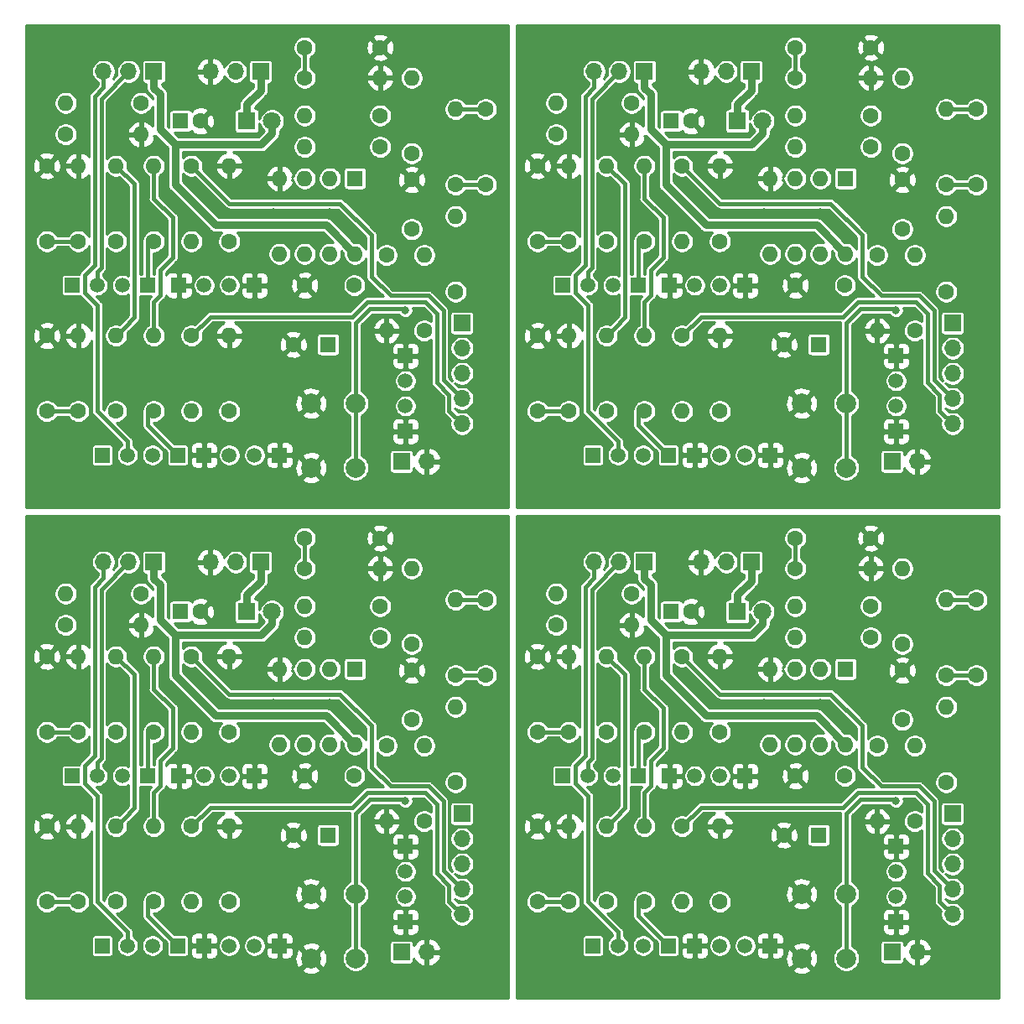
<source format=gtl>
G04 #@! TF.GenerationSoftware,KiCad,Pcbnew,5.1.5-52549c5~84~ubuntu18.04.1*
G04 #@! TF.CreationDate,2020-07-07T10:00:02+09:00*
G04 #@! TF.ProjectId,PulseOximeterTHT_rev4,50756c73-654f-4786-996d-657465725448,rev?*
G04 #@! TF.SameCoordinates,Original*
G04 #@! TF.FileFunction,Copper,L1,Top*
G04 #@! TF.FilePolarity,Positive*
%FSLAX46Y46*%
G04 Gerber Fmt 4.6, Leading zero omitted, Abs format (unit mm)*
G04 Created by KiCad (PCBNEW 5.1.5-52549c5~84~ubuntu18.04.1) date 2020-07-07 10:00:02*
%MOMM*%
%LPD*%
G04 APERTURE LIST*
%ADD10O,1.600000X1.600000*%
%ADD11C,1.600000*%
%ADD12R,1.700000X1.700000*%
%ADD13O,1.700000X1.700000*%
%ADD14R,1.600000X1.600000*%
%ADD15C,4.000000*%
%ADD16C,1.500000*%
%ADD17R,1.500000X1.500000*%
%ADD18C,1.800000*%
%ADD19R,1.800000X1.800000*%
%ADD20C,2.000000*%
%ADD21C,0.800000*%
%ADD22C,0.400000*%
%ADD23C,0.800000*%
%ADD24C,0.254000*%
G04 APERTURE END LIST*
D10*
X207010000Y-125095000D03*
D11*
X199390000Y-125095000D03*
D10*
X157480000Y-125095000D03*
D11*
X149860000Y-125095000D03*
D10*
X207010000Y-75565000D03*
D11*
X199390000Y-75565000D03*
X197485000Y-135890000D03*
X147955000Y-135890000D03*
X197485000Y-86360000D03*
X231140000Y-116332000D03*
X181610000Y-116332000D03*
X231140000Y-66802000D03*
X197485000Y-145415000D03*
X147955000Y-145415000D03*
X197485000Y-95885000D03*
D10*
X200659999Y-145415000D03*
D11*
X200659999Y-153035000D03*
D10*
X151129999Y-145415000D03*
D11*
X151129999Y-153035000D03*
D10*
X200659999Y-95885000D03*
D11*
X200659999Y-103505000D03*
X197485000Y-128270000D03*
X147955000Y-128270000D03*
X197485000Y-78740000D03*
D12*
X219075000Y-118745000D03*
D13*
X216535000Y-118745000D03*
X213995000Y-118745000D03*
D12*
X169545000Y-118745000D03*
D13*
X167005000Y-118745000D03*
X164465000Y-118745000D03*
D12*
X219075000Y-69215000D03*
D13*
X216535000Y-69215000D03*
X213995000Y-69215000D03*
D11*
X212979000Y-123750000D03*
D14*
X210979000Y-123750000D03*
D11*
X163449000Y-123750000D03*
D14*
X161449000Y-123750000D03*
D11*
X212979000Y-74220000D03*
D14*
X210979000Y-74220000D03*
D11*
X241808000Y-130175000D03*
X192278000Y-130175000D03*
X241808000Y-80645000D03*
D15*
X198755000Y-159385000D03*
X149225000Y-159385000D03*
X198755000Y-109855000D03*
D10*
X228600000Y-137160000D03*
X220980000Y-129540000D03*
X226060000Y-137160000D03*
X223520000Y-129540000D03*
X223520000Y-137160000D03*
X226060000Y-129540000D03*
X220980000Y-137160000D03*
D14*
X228600000Y-129540000D03*
D10*
X179070000Y-137160000D03*
X171450000Y-129540000D03*
X176530000Y-137160000D03*
X173990000Y-129540000D03*
X173990000Y-137160000D03*
X176530000Y-129540000D03*
X171450000Y-137160000D03*
D14*
X179070000Y-129540000D03*
D10*
X228600000Y-87630000D03*
X220980000Y-80010000D03*
X226060000Y-87630000D03*
X223520000Y-80010000D03*
X223520000Y-87630000D03*
X226060000Y-80010000D03*
X220980000Y-87630000D03*
D14*
X228600000Y-80010000D03*
D10*
X215900000Y-128270000D03*
D11*
X215900000Y-135890000D03*
D10*
X166370000Y-128270000D03*
D11*
X166370000Y-135890000D03*
D10*
X215900000Y-78740000D03*
D11*
X215900000Y-86360000D03*
D10*
X234315000Y-119380000D03*
D11*
X234315000Y-127000000D03*
D10*
X184785000Y-119380000D03*
D11*
X184785000Y-127000000D03*
D10*
X234315000Y-69850000D03*
D11*
X234315000Y-77470000D03*
D16*
X205613000Y-157480000D03*
X208153000Y-157480000D03*
D17*
X203073000Y-157480000D03*
X210693000Y-157480000D03*
D16*
X156083000Y-157480000D03*
X158623000Y-157480000D03*
D17*
X153543000Y-157480000D03*
X161163000Y-157480000D03*
D16*
X205613000Y-107950000D03*
X208153000Y-107950000D03*
D17*
X203073000Y-107950000D03*
X210693000Y-107950000D03*
D11*
X212090000Y-128270000D03*
D10*
X212090000Y-135890000D03*
D11*
X162560000Y-128270000D03*
D10*
X162560000Y-135890000D03*
D11*
X212090000Y-78740000D03*
D10*
X212090000Y-86360000D03*
D11*
X238760000Y-130175000D03*
D10*
X238760000Y-122555000D03*
D11*
X189230000Y-130175000D03*
D10*
X189230000Y-122555000D03*
D11*
X238760000Y-80645000D03*
D10*
X238760000Y-73025000D03*
X208280000Y-128270000D03*
D11*
X208280000Y-135890000D03*
D10*
X158750000Y-128270000D03*
D11*
X158750000Y-135890000D03*
D10*
X208280000Y-78740000D03*
D11*
X208280000Y-86360000D03*
X222377000Y-146303999D03*
D14*
X225877000Y-146303999D03*
D11*
X172847000Y-146303999D03*
D14*
X176347000Y-146303999D03*
D11*
X222377000Y-96773999D03*
D14*
X225877000Y-96773999D03*
D17*
X207645001Y-140335000D03*
X200025001Y-140335000D03*
D16*
X205105001Y-140335000D03*
X202565001Y-140335000D03*
D17*
X158115001Y-140335000D03*
X150495001Y-140335000D03*
D16*
X155575001Y-140335000D03*
X153035001Y-140335000D03*
D17*
X207645001Y-90805000D03*
X200025001Y-90805000D03*
D16*
X205105001Y-90805000D03*
X202565001Y-90805000D03*
D15*
X240665000Y-117475000D03*
X191135000Y-117475000D03*
X240665000Y-67945000D03*
D11*
X223520000Y-140335000D03*
X228520000Y-140335000D03*
X173990000Y-140335000D03*
X178990000Y-140335000D03*
X223520000Y-90805000D03*
X228520000Y-90805000D03*
X200660000Y-135890000D03*
D10*
X200660000Y-128270000D03*
D11*
X151130000Y-135890000D03*
D10*
X151130000Y-128270000D03*
D11*
X200660000Y-86360000D03*
D10*
X200660000Y-78740000D03*
D11*
X204470000Y-153035000D03*
D10*
X204470000Y-145415000D03*
D11*
X154940000Y-153035000D03*
D10*
X154940000Y-145415000D03*
D11*
X204470000Y-103505000D03*
D10*
X204470000Y-95885000D03*
D15*
X198755000Y-117475000D03*
X149225000Y-117475000D03*
X198755000Y-67945000D03*
D11*
X235585000Y-144907000D03*
D10*
X235585000Y-137287000D03*
D11*
X186055000Y-144907000D03*
D10*
X186055000Y-137287000D03*
D11*
X235585000Y-95377000D03*
D10*
X235585000Y-87757000D03*
D11*
X207010000Y-121920000D03*
D10*
X199390000Y-121920000D03*
D11*
X157480000Y-121920000D03*
D10*
X149860000Y-121920000D03*
D11*
X207010000Y-72390000D03*
D10*
X199390000Y-72390000D03*
D13*
X239395000Y-154305000D03*
X239395000Y-151765000D03*
X239395000Y-149225000D03*
X239395000Y-146685000D03*
D12*
X239395000Y-144145000D03*
D13*
X189865000Y-154305000D03*
X189865000Y-151765000D03*
X189865000Y-149225000D03*
X189865000Y-146685000D03*
D12*
X189865000Y-144145000D03*
D13*
X239395000Y-104775000D03*
X239395000Y-102235000D03*
X239395000Y-99695000D03*
X239395000Y-97155000D03*
D12*
X239395000Y-94615000D03*
D17*
X220980000Y-157480000D03*
X213360000Y-157480000D03*
D16*
X218440000Y-157480000D03*
X215900000Y-157480000D03*
D17*
X171450000Y-157480000D03*
X163830000Y-157480000D03*
D16*
X168910000Y-157480000D03*
X166370000Y-157480000D03*
D17*
X220980000Y-107950000D03*
X213360000Y-107950000D03*
D16*
X218440000Y-107950000D03*
X215900000Y-107950000D03*
D10*
X231140000Y-119380000D03*
D11*
X223520000Y-119380000D03*
D10*
X181610000Y-119380000D03*
D11*
X173990000Y-119380000D03*
D10*
X231140000Y-69850000D03*
D11*
X223520000Y-69850000D03*
D18*
X220218001Y-123750000D03*
D19*
X217678001Y-123750000D03*
D18*
X170688001Y-123750000D03*
D19*
X168148001Y-123750000D03*
D18*
X220218001Y-74220000D03*
D19*
X217678001Y-74220000D03*
D20*
X228655000Y-158750000D03*
X224155000Y-158750000D03*
X228655000Y-152250000D03*
X224155000Y-152250000D03*
X179125000Y-158750000D03*
X174625000Y-158750000D03*
X179125000Y-152250000D03*
X174625000Y-152250000D03*
X228655000Y-109220000D03*
X224155000Y-109220000D03*
X228655000Y-102720000D03*
X224155000Y-102720000D03*
D11*
X231140000Y-126365000D03*
D10*
X223520000Y-126365000D03*
D11*
X181610000Y-126365000D03*
D10*
X173990000Y-126365000D03*
D11*
X231140000Y-76835000D03*
D10*
X223520000Y-76835000D03*
D11*
X208280000Y-153035000D03*
D10*
X208280000Y-145415000D03*
D11*
X158750000Y-153035000D03*
D10*
X158750000Y-145415000D03*
D11*
X208280000Y-103505000D03*
D10*
X208280000Y-95885000D03*
X204470000Y-128270000D03*
D11*
X204470000Y-135890000D03*
D10*
X154940000Y-128270000D03*
D11*
X154940000Y-135890000D03*
D10*
X204470000Y-78740000D03*
D11*
X204470000Y-86360000D03*
D10*
X223520000Y-123190000D03*
D11*
X231140000Y-123190000D03*
D10*
X173990000Y-123190000D03*
D11*
X181610000Y-123190000D03*
D10*
X223520000Y-73660000D03*
D11*
X231140000Y-73660000D03*
X215900000Y-153035000D03*
D10*
X215900000Y-145415000D03*
D11*
X166370000Y-153035000D03*
D10*
X166370000Y-145415000D03*
D11*
X215900000Y-103505000D03*
D10*
X215900000Y-95885000D03*
X231774999Y-144907000D03*
D11*
X231774999Y-137287000D03*
D10*
X182244999Y-144907000D03*
D11*
X182244999Y-137287000D03*
D10*
X231774999Y-95377000D03*
D11*
X231774999Y-87757000D03*
D10*
X212089999Y-153035000D03*
D11*
X212089999Y-145415000D03*
D10*
X162559999Y-153035000D03*
D11*
X162559999Y-145415000D03*
D10*
X212089999Y-103505000D03*
D11*
X212089999Y-95885000D03*
D13*
X235839000Y-158115000D03*
D12*
X233299000Y-158115000D03*
D13*
X186309000Y-158115000D03*
D12*
X183769000Y-158115000D03*
D13*
X235839000Y-108585000D03*
D12*
X233299000Y-108585000D03*
D11*
X234315000Y-134667000D03*
X234315000Y-129667000D03*
X184785000Y-134667000D03*
X184785000Y-129667000D03*
X234315000Y-85137000D03*
X234315000Y-80137000D03*
X238760000Y-140970000D03*
D10*
X238760000Y-133350000D03*
D11*
X189230000Y-140970000D03*
D10*
X189230000Y-133350000D03*
D11*
X238760000Y-91440000D03*
D10*
X238760000Y-83820000D03*
D12*
X208280000Y-118745001D03*
D13*
X205740000Y-118745001D03*
X203200000Y-118745001D03*
D12*
X158750000Y-118745001D03*
D13*
X156210000Y-118745001D03*
X153670000Y-118745001D03*
D12*
X208280000Y-69215001D03*
D13*
X205740000Y-69215001D03*
X203200000Y-69215001D03*
D11*
X241808000Y-122555000D03*
X192278000Y-122555000D03*
X241808000Y-73025000D03*
X223519999Y-116332000D03*
X173989999Y-116332000D03*
X223519999Y-66802000D03*
X197485000Y-153035000D03*
X147955000Y-153035000D03*
X197485000Y-103505000D03*
D15*
X240665000Y-159385000D03*
X191135000Y-159385000D03*
X240665000Y-109855000D03*
D17*
X233680000Y-155067000D03*
X233680000Y-147447000D03*
D16*
X233680000Y-152527000D03*
X233680000Y-149987000D03*
D17*
X184150000Y-155067000D03*
X184150000Y-147447000D03*
D16*
X184150000Y-152527000D03*
X184150000Y-149987000D03*
D17*
X233680000Y-105537000D03*
X233680000Y-97917000D03*
D16*
X233680000Y-102997000D03*
X233680000Y-100457000D03*
D17*
X218440000Y-140335000D03*
X210820000Y-140335000D03*
D16*
X215900000Y-140335000D03*
X213360000Y-140335000D03*
D17*
X168910000Y-140335000D03*
X161290000Y-140335000D03*
D16*
X166370000Y-140335000D03*
X163830000Y-140335000D03*
D17*
X218440000Y-90805000D03*
X210820000Y-90805000D03*
D16*
X215900000Y-90805000D03*
X213360000Y-90805000D03*
D11*
X192278000Y-80645000D03*
X192278000Y-73025000D03*
D16*
X163830000Y-90805000D03*
X166370000Y-90805000D03*
D17*
X161290000Y-90805000D03*
X168910000Y-90805000D03*
D16*
X184150000Y-100457000D03*
X184150000Y-102997000D03*
D17*
X184150000Y-97917000D03*
X184150000Y-105537000D03*
D15*
X191135000Y-109855000D03*
D11*
X173989999Y-66802000D03*
X147955000Y-103505000D03*
X181610000Y-66802000D03*
X147955000Y-78740000D03*
X147955000Y-95885000D03*
D14*
X161449000Y-74220000D03*
D11*
X163449000Y-74220000D03*
D12*
X189865000Y-94615000D03*
D13*
X189865000Y-97155000D03*
X189865000Y-99695000D03*
X189865000Y-102235000D03*
X189865000Y-104775000D03*
D11*
X184785000Y-80137000D03*
X184785000Y-85137000D03*
D10*
X189230000Y-73025000D03*
D11*
X189230000Y-80645000D03*
X151129999Y-103505000D03*
D10*
X151129999Y-95885000D03*
D13*
X164465000Y-69215000D03*
X167005000Y-69215000D03*
D12*
X169545000Y-69215000D03*
D19*
X168148001Y-74220000D03*
D18*
X170688001Y-74220000D03*
D15*
X149225000Y-109855000D03*
D14*
X179070000Y-80010000D03*
D10*
X171450000Y-87630000D03*
X176530000Y-80010000D03*
X173990000Y-87630000D03*
X173990000Y-80010000D03*
X176530000Y-87630000D03*
X171450000Y-80010000D03*
X179070000Y-87630000D03*
D15*
X191135000Y-67945000D03*
D16*
X153035001Y-90805000D03*
X155575001Y-90805000D03*
D17*
X150495001Y-90805000D03*
X158115001Y-90805000D03*
D20*
X174625000Y-102720000D03*
X179125000Y-102720000D03*
X174625000Y-109220000D03*
X179125000Y-109220000D03*
D10*
X151130000Y-78740000D03*
D11*
X151130000Y-86360000D03*
X181610000Y-73660000D03*
D10*
X173990000Y-73660000D03*
D17*
X161163000Y-107950000D03*
X153543000Y-107950000D03*
D16*
X158623000Y-107950000D03*
X156083000Y-107950000D03*
D11*
X184785000Y-77470000D03*
D10*
X184785000Y-69850000D03*
X173990000Y-76835000D03*
D11*
X181610000Y-76835000D03*
X149860000Y-75565000D03*
D10*
X157480000Y-75565000D03*
D11*
X173990000Y-69850000D03*
D10*
X181610000Y-69850000D03*
D13*
X153670000Y-69215001D03*
X156210000Y-69215001D03*
D12*
X158750000Y-69215001D03*
D11*
X178990000Y-90805000D03*
X173990000Y-90805000D03*
X154940000Y-86360000D03*
D10*
X154940000Y-78740000D03*
D11*
X162559999Y-95885000D03*
D10*
X162559999Y-103505000D03*
D11*
X166370000Y-86360000D03*
D10*
X166370000Y-78740000D03*
D11*
X158750000Y-86360000D03*
D10*
X158750000Y-78740000D03*
X149860000Y-72390000D03*
D11*
X157480000Y-72390000D03*
D10*
X189230000Y-83820000D03*
D11*
X189230000Y-91440000D03*
D10*
X158750000Y-95885000D03*
D11*
X158750000Y-103505000D03*
D10*
X166370000Y-95885000D03*
D11*
X166370000Y-103505000D03*
X147955000Y-86360000D03*
D15*
X149225000Y-67945000D03*
D10*
X154940000Y-95885000D03*
D11*
X154940000Y-103505000D03*
D16*
X166370000Y-107950000D03*
X168910000Y-107950000D03*
D17*
X163830000Y-107950000D03*
X171450000Y-107950000D03*
D10*
X162560000Y-86360000D03*
D11*
X162560000Y-78740000D03*
D14*
X176347000Y-96773999D03*
D11*
X172847000Y-96773999D03*
D10*
X186055000Y-87757000D03*
D11*
X186055000Y-95377000D03*
X182244999Y-87757000D03*
D10*
X182244999Y-95377000D03*
D12*
X183769000Y-108585000D03*
D13*
X186309000Y-108585000D03*
D21*
X151130000Y-97790000D03*
X151130000Y-101600000D03*
X151129999Y-80645000D03*
X151129999Y-84455000D03*
X149225000Y-106045000D03*
X148590000Y-73660000D03*
X169545000Y-80645000D03*
X179705000Y-69850000D03*
X175895000Y-69850000D03*
X151765000Y-75565000D03*
X151765000Y-72390000D03*
X175895000Y-73660000D03*
X175895000Y-76835000D03*
X179705000Y-76835000D03*
X179705000Y-73660000D03*
X189230000Y-74930000D03*
X189230000Y-78740000D03*
X189230000Y-89535000D03*
X189230000Y-85725000D03*
X186055000Y-90170000D03*
X154940000Y-84455000D03*
X158750000Y-84455000D03*
X162560000Y-84455000D03*
X154940000Y-80645000D03*
X162560000Y-80645000D03*
X166370000Y-80645000D03*
X154940000Y-101600000D03*
X158750000Y-101600000D03*
X162560000Y-101600000D03*
X166370000Y-101600000D03*
X154940000Y-97790000D03*
X162560000Y-97790000D03*
X166370000Y-97790000D03*
X181610000Y-83185000D03*
X155575000Y-72390001D03*
X155575000Y-75565001D03*
X184785000Y-75565001D03*
X170815000Y-102870000D03*
X168910000Y-96520000D03*
X175641000Y-105791000D03*
X147955000Y-90805000D03*
X165735000Y-74295000D03*
X172085000Y-69469000D03*
X161925000Y-69469000D03*
X164465000Y-82169000D03*
X170815000Y-83439000D03*
X170815000Y-85979000D03*
X174371000Y-85979000D03*
X178943000Y-81915000D03*
X187325000Y-104521000D03*
X181737001Y-98933000D03*
X186309000Y-97409000D03*
X176530000Y-83439000D03*
X179070000Y-85979000D03*
X238760000Y-89535000D03*
X189230000Y-139065000D03*
X238760000Y-139065000D03*
X238760000Y-78740000D03*
X189230000Y-128270000D03*
X238760000Y-128270000D03*
X223901000Y-85979000D03*
X174371000Y-135509000D03*
X223901000Y-135509000D03*
X228473000Y-81915000D03*
X178943000Y-131445000D03*
X228473000Y-131445000D03*
X236855000Y-104521000D03*
X187325000Y-154051000D03*
X236855000Y-154051000D03*
X231267001Y-98933000D03*
X181737001Y-148463000D03*
X231267001Y-148463000D03*
X235839000Y-97409000D03*
X186309000Y-146939000D03*
X235839000Y-146939000D03*
X226060000Y-83439000D03*
X176530000Y-132969000D03*
X226060000Y-132969000D03*
X228600000Y-85979000D03*
X179070000Y-135509000D03*
X228600000Y-135509000D03*
X204470000Y-84455000D03*
X154940000Y-133985000D03*
X204470000Y-133985000D03*
X208280000Y-84455000D03*
X158750000Y-133985000D03*
X208280000Y-133985000D03*
X204470000Y-80645000D03*
X154940000Y-130175000D03*
X204470000Y-130175000D03*
X212090000Y-80645000D03*
X162560000Y-130175000D03*
X212090000Y-130175000D03*
X215900000Y-80645000D03*
X166370000Y-130175000D03*
X215900000Y-130175000D03*
X204470000Y-101600000D03*
X154940000Y-151130000D03*
X204470000Y-151130000D03*
X208280000Y-101600000D03*
X158750000Y-151130000D03*
X208280000Y-151130000D03*
X212090000Y-101600000D03*
X162560000Y-151130000D03*
X212090000Y-151130000D03*
X215900000Y-101600000D03*
X166370000Y-151130000D03*
X215900000Y-151130000D03*
X204470000Y-97790000D03*
X154940000Y-147320000D03*
X204470000Y-147320000D03*
X200660000Y-101600000D03*
X151130000Y-151130000D03*
X200660000Y-151130000D03*
X200659999Y-80645000D03*
X151129999Y-130175000D03*
X200659999Y-130175000D03*
X200659999Y-84455000D03*
X151129999Y-133985000D03*
X200659999Y-133985000D03*
X198755000Y-106045000D03*
X149225000Y-155575000D03*
X198755000Y-155575000D03*
X198120000Y-73660000D03*
X148590000Y-123190000D03*
X198120000Y-123190000D03*
X219075000Y-80645000D03*
X169545000Y-130175000D03*
X219075000Y-130175000D03*
X229235000Y-69850000D03*
X179705000Y-119380000D03*
X229235000Y-119380000D03*
X225425000Y-69850000D03*
X175895000Y-119380000D03*
X225425000Y-119380000D03*
X201295000Y-75565000D03*
X151765000Y-125095000D03*
X201295000Y-125095000D03*
X201295000Y-72390000D03*
X151765000Y-121920000D03*
X201295000Y-121920000D03*
X225425000Y-73660000D03*
X175895000Y-123190000D03*
X225425000Y-123190000D03*
X225425000Y-76835000D03*
X175895000Y-126365000D03*
X225425000Y-126365000D03*
X229235000Y-76835000D03*
X179705000Y-126365000D03*
X229235000Y-126365000D03*
X229235000Y-73660000D03*
X179705000Y-123190000D03*
X229235000Y-123190000D03*
X238760000Y-74930000D03*
X189230000Y-124460000D03*
X238760000Y-124460000D03*
X200660000Y-97790000D03*
X151130000Y-147320000D03*
X200660000Y-147320000D03*
X235585000Y-90170000D03*
X186055000Y-139700000D03*
X235585000Y-139700000D03*
X212090000Y-97790000D03*
X162560000Y-147320000D03*
X212090000Y-147320000D03*
X215900000Y-97790000D03*
X166370000Y-147320000D03*
X215900000Y-147320000D03*
X231140000Y-83185000D03*
X181610000Y-132715000D03*
X231140000Y-132715000D03*
X205105000Y-72390001D03*
X155575000Y-121920001D03*
X205105000Y-121920001D03*
X205105000Y-75565001D03*
X155575000Y-125095001D03*
X205105000Y-125095001D03*
X234315000Y-75565001D03*
X184785000Y-125095001D03*
X234315000Y-125095001D03*
X220345000Y-102870000D03*
X170815000Y-152400000D03*
X220345000Y-152400000D03*
X218440000Y-96520000D03*
X168910000Y-146050000D03*
X218440000Y-146050000D03*
X225171000Y-105791000D03*
X175641000Y-155321000D03*
X225171000Y-155321000D03*
X197485000Y-90805000D03*
X147955000Y-140335000D03*
X197485000Y-140335000D03*
X215265000Y-74295000D03*
X165735000Y-123825000D03*
X215265000Y-123825000D03*
X221615000Y-69469000D03*
X172085000Y-118999000D03*
X221615000Y-118999000D03*
X211455000Y-69469000D03*
X161925000Y-118999000D03*
X211455000Y-118999000D03*
X213995000Y-82169000D03*
X164465000Y-131699000D03*
X213995000Y-131699000D03*
X220345000Y-83439000D03*
X170815000Y-132969000D03*
X220345000Y-132969000D03*
X220345000Y-85979000D03*
X170815000Y-135509000D03*
X220345000Y-135509000D03*
X238760000Y-85725000D03*
X189230000Y-135255000D03*
X238760000Y-135255000D03*
X212090000Y-84455000D03*
X162560000Y-133985000D03*
X212090000Y-133985000D03*
X184150000Y-93345000D03*
X233680000Y-93345000D03*
X184150000Y-142875000D03*
X233680000Y-142875000D03*
D22*
X192278000Y-80645000D02*
X189230000Y-80645000D01*
X241808000Y-80645000D02*
X238760000Y-80645000D01*
X192278000Y-130175000D02*
X189230000Y-130175000D01*
X241808000Y-130175000D02*
X238760000Y-130175000D01*
X179125000Y-109220000D02*
X179125000Y-102720000D01*
X183950009Y-93145009D02*
X184150000Y-93345000D01*
X180539991Y-93145009D02*
X183950009Y-93145009D01*
X179125000Y-102720000D02*
X179125000Y-94560000D01*
X179125000Y-94560000D02*
X180539991Y-93145009D01*
X228655000Y-109220000D02*
X228655000Y-102720000D01*
X179125000Y-158750000D02*
X179125000Y-152250000D01*
X228655000Y-158750000D02*
X228655000Y-152250000D01*
X233480009Y-93145009D02*
X233680000Y-93345000D01*
X183950009Y-142675009D02*
X184150000Y-142875000D01*
X233480009Y-142675009D02*
X233680000Y-142875000D01*
X230069991Y-93145009D02*
X233480009Y-93145009D01*
X180539991Y-142675009D02*
X183950009Y-142675009D01*
X230069991Y-142675009D02*
X233480009Y-142675009D01*
X228655000Y-102720000D02*
X228655000Y-94560000D01*
X179125000Y-152250000D02*
X179125000Y-144090000D01*
X228655000Y-152250000D02*
X228655000Y-144090000D01*
X228655000Y-94560000D02*
X230069991Y-93145009D01*
X179125000Y-144090000D02*
X180539991Y-142675009D01*
X228655000Y-144090000D02*
X230069991Y-142675009D01*
X187329989Y-100619241D02*
X188564999Y-101854251D01*
X162559999Y-95885000D02*
X164465000Y-93980000D01*
X164465000Y-93980000D02*
X178785748Y-93980000D01*
X186190747Y-92494999D02*
X187329990Y-93634241D01*
X180270749Y-92494999D02*
X186190747Y-92494999D01*
X178785748Y-93980000D02*
X180270749Y-92494999D01*
X187329990Y-93634241D02*
X187329989Y-100619241D01*
X188564999Y-103474999D02*
X189865000Y-104775000D01*
X188564999Y-101854251D02*
X188564999Y-103474999D01*
X212089999Y-95885000D02*
X213995000Y-93980000D01*
X162559999Y-145415000D02*
X164465000Y-143510000D01*
X212089999Y-145415000D02*
X213995000Y-143510000D01*
X213995000Y-93980000D02*
X228315748Y-93980000D01*
X164465000Y-143510000D02*
X178785748Y-143510000D01*
X213995000Y-143510000D02*
X228315748Y-143510000D01*
X235720747Y-92494999D02*
X236859990Y-93634241D01*
X186190747Y-142024999D02*
X187329990Y-143164241D01*
X235720747Y-142024999D02*
X236859990Y-143164241D01*
X229800749Y-92494999D02*
X235720747Y-92494999D01*
X180270749Y-142024999D02*
X186190747Y-142024999D01*
X229800749Y-142024999D02*
X235720747Y-142024999D01*
X228315748Y-93980000D02*
X229800749Y-92494999D01*
X178785748Y-143510000D02*
X180270749Y-142024999D01*
X228315748Y-143510000D02*
X229800749Y-142024999D01*
X236859990Y-93634241D02*
X236859989Y-100619241D01*
X187329990Y-143164241D02*
X187329989Y-150149241D01*
X236859990Y-143164241D02*
X236859989Y-150149241D01*
X238094999Y-103474999D02*
X239395000Y-104775000D01*
X188564999Y-153004999D02*
X189865000Y-154305000D01*
X238094999Y-153004999D02*
X239395000Y-154305000D01*
X238094999Y-101854251D02*
X238094999Y-103474999D01*
X188564999Y-151384251D02*
X188564999Y-153004999D01*
X238094999Y-151384251D02*
X238094999Y-153004999D01*
X236859989Y-100619241D02*
X238094999Y-101854251D01*
X187329989Y-150149241D02*
X188564999Y-151384251D01*
X236859989Y-150149241D02*
X238094999Y-151384251D01*
X187979999Y-100349999D02*
X189865000Y-102235000D01*
X186459989Y-91844989D02*
X187979999Y-93364999D01*
X162560000Y-78740000D02*
X166374989Y-82554989D01*
X180721001Y-85725000D02*
X180721000Y-89916000D01*
X187979999Y-93364999D02*
X187979999Y-100349999D01*
X166374989Y-82554989D02*
X177550989Y-82554989D01*
X177550989Y-82554989D02*
X180721001Y-85725000D01*
X180721000Y-89916000D02*
X182649989Y-91844989D01*
X182649989Y-91844989D02*
X186459989Y-91844989D01*
X232179989Y-91844989D02*
X235989989Y-91844989D01*
X182649989Y-141374989D02*
X186459989Y-141374989D01*
X232179989Y-141374989D02*
X235989989Y-141374989D01*
X230251000Y-89916000D02*
X232179989Y-91844989D01*
X180721000Y-139446000D02*
X182649989Y-141374989D01*
X230251000Y-139446000D02*
X232179989Y-141374989D01*
X237509999Y-100349999D02*
X239395000Y-102235000D01*
X187979999Y-149879999D02*
X189865000Y-151765000D01*
X237509999Y-149879999D02*
X239395000Y-151765000D01*
X235989989Y-91844989D02*
X237509999Y-93364999D01*
X186459989Y-141374989D02*
X187979999Y-142894999D01*
X235989989Y-141374989D02*
X237509999Y-142894999D01*
X212090000Y-78740000D02*
X215904989Y-82554989D01*
X162560000Y-128270000D02*
X166374989Y-132084989D01*
X212090000Y-128270000D02*
X215904989Y-132084989D01*
X230251001Y-85725000D02*
X230251000Y-89916000D01*
X180721001Y-135255000D02*
X180721000Y-139446000D01*
X230251001Y-135255000D02*
X230251000Y-139446000D01*
X237509999Y-93364999D02*
X237509999Y-100349999D01*
X187979999Y-142894999D02*
X187979999Y-149879999D01*
X237509999Y-142894999D02*
X237509999Y-149879999D01*
X215904989Y-82554989D02*
X227080989Y-82554989D01*
X166374989Y-132084989D02*
X177550989Y-132084989D01*
X215904989Y-132084989D02*
X227080989Y-132084989D01*
X227080989Y-82554989D02*
X230251001Y-85725000D01*
X177550989Y-132084989D02*
X180721001Y-135255000D01*
X227080989Y-132084989D02*
X230251001Y-135255000D01*
D23*
X160909000Y-76581001D02*
X159384999Y-75057000D01*
X158750000Y-70865000D02*
X158750000Y-69215001D01*
X159384999Y-71500000D02*
X158750000Y-70865000D01*
X159384999Y-75057000D02*
X159384999Y-71500000D01*
X169599792Y-76581001D02*
X160909000Y-76581001D01*
X170688000Y-75492792D02*
X169599792Y-76581001D01*
X170688000Y-74220000D02*
X170688000Y-75492792D01*
X176149000Y-84709000D02*
X179070000Y-87630000D01*
X164973001Y-84709000D02*
X176149000Y-84709000D01*
X160909000Y-76581001D02*
X160909001Y-80645000D01*
X160909001Y-80645000D02*
X164973001Y-84709000D01*
X210439000Y-76581001D02*
X208914999Y-75057000D01*
X160909000Y-126111001D02*
X159384999Y-124587000D01*
X210439000Y-126111001D02*
X208914999Y-124587000D01*
X208280000Y-70865000D02*
X208280000Y-69215001D01*
X158750000Y-120395000D02*
X158750000Y-118745001D01*
X208280000Y-120395000D02*
X208280000Y-118745001D01*
X208914999Y-71500000D02*
X208280000Y-70865000D01*
X159384999Y-121030000D02*
X158750000Y-120395000D01*
X208914999Y-121030000D02*
X208280000Y-120395000D01*
X208914999Y-75057000D02*
X208914999Y-71500000D01*
X159384999Y-124587000D02*
X159384999Y-121030000D01*
X208914999Y-124587000D02*
X208914999Y-121030000D01*
X219129792Y-76581001D02*
X210439000Y-76581001D01*
X169599792Y-126111001D02*
X160909000Y-126111001D01*
X219129792Y-126111001D02*
X210439000Y-126111001D01*
X220218000Y-75492792D02*
X219129792Y-76581001D01*
X170688000Y-125022792D02*
X169599792Y-126111001D01*
X220218000Y-125022792D02*
X219129792Y-126111001D01*
X220218000Y-74220000D02*
X220218000Y-75492792D01*
X170688000Y-123750000D02*
X170688000Y-125022792D01*
X220218000Y-123750000D02*
X220218000Y-125022792D01*
X225679000Y-84709000D02*
X228600000Y-87630000D01*
X176149000Y-134239000D02*
X179070000Y-137160000D01*
X225679000Y-134239000D02*
X228600000Y-137160000D01*
X214503001Y-84709000D02*
X225679000Y-84709000D01*
X164973001Y-134239000D02*
X176149000Y-134239000D01*
X214503001Y-134239000D02*
X225679000Y-134239000D01*
X210439000Y-76581001D02*
X210439001Y-80645000D01*
X160909000Y-126111001D02*
X160909001Y-130175000D01*
X210439000Y-126111001D02*
X210439001Y-130175000D01*
X210439001Y-80645000D02*
X214503001Y-84709000D01*
X160909001Y-130175000D02*
X164973001Y-134239000D01*
X210439001Y-130175000D02*
X214503001Y-134239000D01*
D22*
X192278000Y-73025000D02*
X189230000Y-73025000D01*
D23*
X168148000Y-72520000D02*
X169545000Y-71123000D01*
X168148001Y-74220000D02*
X168148000Y-72520000D01*
X169545000Y-71123000D02*
X169545000Y-69215000D01*
D22*
X241808000Y-73025000D02*
X238760000Y-73025000D01*
X192278000Y-122555000D02*
X189230000Y-122555000D01*
X241808000Y-122555000D02*
X238760000Y-122555000D01*
D23*
X217678000Y-72520000D02*
X219075000Y-71123000D01*
X168148000Y-122050000D02*
X169545000Y-120653000D01*
X217678000Y-122050000D02*
X219075000Y-120653000D01*
X217678001Y-74220000D02*
X217678000Y-72520000D01*
X168148001Y-123750000D02*
X168148000Y-122050000D01*
X217678001Y-123750000D02*
X217678000Y-122050000D01*
X219075000Y-71123000D02*
X219075000Y-69215000D01*
X169545000Y-120653000D02*
X169545000Y-118745000D01*
X219075000Y-120653000D02*
X219075000Y-118745000D01*
D22*
X173989999Y-66802000D02*
X173990000Y-69850000D01*
X223519999Y-66802000D02*
X223520000Y-69850000D01*
X173989999Y-116332000D02*
X173990000Y-119380000D01*
X223519999Y-116332000D02*
X223520000Y-119380000D01*
X156083000Y-106553000D02*
X156083000Y-107950000D01*
X153035000Y-92800000D02*
X153035000Y-103505000D01*
X153670000Y-69215000D02*
X153670000Y-70835748D01*
X153670000Y-70835748D02*
X152781000Y-71724748D01*
X153035000Y-103505000D02*
X156083000Y-106553000D01*
X151765000Y-91530000D02*
X153035000Y-92800000D01*
X152781000Y-71724748D02*
X152781000Y-88773000D01*
X151765000Y-89789000D02*
X151765000Y-91530000D01*
X152781000Y-88773000D02*
X151765000Y-89789000D01*
X205613000Y-106553000D02*
X205613000Y-107950000D01*
X156083000Y-156083000D02*
X156083000Y-157480000D01*
X205613000Y-156083000D02*
X205613000Y-157480000D01*
X202565000Y-92800000D02*
X202565000Y-103505000D01*
X153035000Y-142330000D02*
X153035000Y-153035000D01*
X202565000Y-142330000D02*
X202565000Y-153035000D01*
X203200000Y-69215000D02*
X203200000Y-70835748D01*
X153670000Y-118745000D02*
X153670000Y-120365748D01*
X203200000Y-118745000D02*
X203200000Y-120365748D01*
X203200000Y-70835748D02*
X202311000Y-71724748D01*
X153670000Y-120365748D02*
X152781000Y-121254748D01*
X203200000Y-120365748D02*
X202311000Y-121254748D01*
X202565000Y-103505000D02*
X205613000Y-106553000D01*
X153035000Y-153035000D02*
X156083000Y-156083000D01*
X202565000Y-153035000D02*
X205613000Y-156083000D01*
X201295000Y-91530000D02*
X202565000Y-92800000D01*
X151765000Y-141060000D02*
X153035000Y-142330000D01*
X201295000Y-141060000D02*
X202565000Y-142330000D01*
X202311000Y-71724748D02*
X202311000Y-88773000D01*
X152781000Y-121254748D02*
X152781000Y-138303000D01*
X202311000Y-121254748D02*
X202311000Y-138303000D01*
X201295000Y-89789000D02*
X201295000Y-91530000D01*
X151765000Y-139319000D02*
X151765000Y-141060000D01*
X201295000Y-139319000D02*
X201295000Y-141060000D01*
X202311000Y-88773000D02*
X201295000Y-89789000D01*
X152781000Y-138303000D02*
X151765000Y-139319000D01*
X202311000Y-138303000D02*
X201295000Y-139319000D01*
X153035000Y-89438252D02*
X153035000Y-90805000D01*
X153431010Y-89042242D02*
X153035000Y-89438252D01*
X156210000Y-69215000D02*
X153431010Y-71993990D01*
X153431010Y-71993990D02*
X153431010Y-89042242D01*
X202565000Y-89438252D02*
X202565000Y-90805000D01*
X153035000Y-138968252D02*
X153035000Y-140335000D01*
X202565000Y-138968252D02*
X202565000Y-140335000D01*
X202961010Y-89042242D02*
X202565000Y-89438252D01*
X153431010Y-138572242D02*
X153035000Y-138968252D01*
X202961010Y-138572242D02*
X202565000Y-138968252D01*
X205740000Y-69215000D02*
X202961010Y-71993990D01*
X156210000Y-118745000D02*
X153431010Y-121523990D01*
X205740000Y-118745000D02*
X202961010Y-121523990D01*
X202961010Y-71993990D02*
X202961010Y-89042242D01*
X153431010Y-121523990D02*
X153431010Y-138572242D01*
X202961010Y-121523990D02*
X202961010Y-138572242D01*
X155739999Y-95085001D02*
X154940000Y-95885000D01*
X156775001Y-94049999D02*
X155739999Y-95085001D01*
X156775001Y-80575001D02*
X156775001Y-94049999D01*
X154940000Y-78740000D02*
X156775001Y-80575001D01*
X205269999Y-95085001D02*
X204470000Y-95885000D01*
X155739999Y-144615001D02*
X154940000Y-145415000D01*
X205269999Y-144615001D02*
X204470000Y-145415000D01*
X206305001Y-94049999D02*
X205269999Y-95085001D01*
X156775001Y-143579999D02*
X155739999Y-144615001D01*
X206305001Y-143579999D02*
X205269999Y-144615001D01*
X206305001Y-80575001D02*
X206305001Y-94049999D01*
X156775001Y-130105001D02*
X156775001Y-143579999D01*
X206305001Y-130105001D02*
X206305001Y-143579999D01*
X204470000Y-78740000D02*
X206305001Y-80575001D01*
X154940000Y-128270000D02*
X156775001Y-130105001D01*
X204470000Y-128270000D02*
X206305001Y-130105001D01*
X158750000Y-78740000D02*
X158750000Y-82042000D01*
X158750000Y-82042000D02*
X160655000Y-83947000D01*
X160655000Y-83947000D02*
X160655000Y-88011000D01*
X160655000Y-88011000D02*
X159385000Y-89281000D01*
X159385000Y-89281000D02*
X159384999Y-91821000D01*
X158750000Y-92456000D02*
X158750000Y-95884999D01*
X159384999Y-91821000D02*
X158750000Y-92456000D01*
X208280000Y-78740000D02*
X208280000Y-82042000D01*
X158750000Y-128270000D02*
X158750000Y-131572000D01*
X208280000Y-128270000D02*
X208280000Y-131572000D01*
X208280000Y-82042000D02*
X210185000Y-83947000D01*
X158750000Y-131572000D02*
X160655000Y-133477000D01*
X208280000Y-131572000D02*
X210185000Y-133477000D01*
X210185000Y-83947000D02*
X210185000Y-88011000D01*
X160655000Y-133477000D02*
X160655000Y-137541000D01*
X210185000Y-133477000D02*
X210185000Y-137541000D01*
X210185000Y-88011000D02*
X208915000Y-89281000D01*
X160655000Y-137541000D02*
X159385000Y-138811000D01*
X210185000Y-137541000D02*
X208915000Y-138811000D01*
X208915000Y-89281000D02*
X208914999Y-91821000D01*
X159385000Y-138811000D02*
X159384999Y-141351000D01*
X208915000Y-138811000D02*
X208914999Y-141351000D01*
X208280000Y-92456000D02*
X208280000Y-95884999D01*
X158750000Y-141986000D02*
X158750000Y-145414999D01*
X208280000Y-141986000D02*
X208280000Y-145414999D01*
X208914999Y-91821000D02*
X208280000Y-92456000D01*
X159384999Y-141351000D02*
X158750000Y-141986000D01*
X208914999Y-141351000D02*
X208280000Y-141986000D01*
X158115000Y-104902000D02*
X161163000Y-107950000D01*
X158115000Y-103505000D02*
X158115000Y-104902000D01*
X151129999Y-103505000D02*
X147955000Y-103505000D01*
X200659999Y-103505000D02*
X197485000Y-103505000D01*
X151129999Y-153035000D02*
X147955000Y-153035000D01*
X200659999Y-153035000D02*
X197485000Y-153035000D01*
X207645000Y-104902000D02*
X210693000Y-107950000D01*
X158115000Y-154432000D02*
X161163000Y-157480000D01*
X207645000Y-154432000D02*
X210693000Y-157480000D01*
X207645000Y-103505000D02*
X207645000Y-104902000D01*
X158115000Y-153035000D02*
X158115000Y-154432000D01*
X207645000Y-153035000D02*
X207645000Y-154432000D01*
X158115000Y-86360000D02*
X158115000Y-90170000D01*
X151130000Y-86360000D02*
X147955000Y-86360000D01*
X200660000Y-86360000D02*
X197485000Y-86360000D01*
X151130000Y-135890000D02*
X147955000Y-135890000D01*
X200660000Y-135890000D02*
X197485000Y-135890000D01*
X207645000Y-86360000D02*
X207645000Y-90170000D01*
X158115000Y-135890000D02*
X158115000Y-139700000D01*
X207645000Y-135890000D02*
X207645000Y-139700000D01*
D24*
G36*
X194543001Y-113263000D02*
G01*
X145817000Y-113263000D01*
X145817000Y-110355413D01*
X173669192Y-110355413D01*
X173764956Y-110619814D01*
X174054571Y-110760704D01*
X174366108Y-110842384D01*
X174687595Y-110861718D01*
X175006675Y-110817961D01*
X175311088Y-110712795D01*
X175485044Y-110619814D01*
X175580808Y-110355413D01*
X174625000Y-109399605D01*
X173669192Y-110355413D01*
X145817000Y-110355413D01*
X145817000Y-107200000D01*
X152414176Y-107200000D01*
X152414176Y-108700000D01*
X152421455Y-108773905D01*
X152443012Y-108844970D01*
X152478019Y-108910463D01*
X152525131Y-108967869D01*
X152582537Y-109014981D01*
X152648030Y-109049988D01*
X152719095Y-109071545D01*
X152793000Y-109078824D01*
X154293000Y-109078824D01*
X154366905Y-109071545D01*
X154437970Y-109049988D01*
X154503463Y-109014981D01*
X154560869Y-108967869D01*
X154607981Y-108910463D01*
X154642988Y-108844970D01*
X154664545Y-108773905D01*
X154671824Y-108700000D01*
X154671824Y-107200000D01*
X154664545Y-107126095D01*
X154642988Y-107055030D01*
X154607981Y-106989537D01*
X154560869Y-106932131D01*
X154503463Y-106885019D01*
X154437970Y-106850012D01*
X154366905Y-106828455D01*
X154293000Y-106821176D01*
X152793000Y-106821176D01*
X152719095Y-106828455D01*
X152648030Y-106850012D01*
X152582537Y-106885019D01*
X152525131Y-106932131D01*
X152478019Y-106989537D01*
X152443012Y-107055030D01*
X152421455Y-107126095D01*
X152414176Y-107200000D01*
X145817000Y-107200000D01*
X145817000Y-103389076D01*
X146778000Y-103389076D01*
X146778000Y-103620924D01*
X146823231Y-103848318D01*
X146911956Y-104062519D01*
X147040764Y-104255294D01*
X147204706Y-104419236D01*
X147397481Y-104548044D01*
X147611682Y-104636769D01*
X147839076Y-104682000D01*
X148070924Y-104682000D01*
X148298318Y-104636769D01*
X148512519Y-104548044D01*
X148705294Y-104419236D01*
X148869236Y-104255294D01*
X148985027Y-104082000D01*
X150099972Y-104082000D01*
X150215763Y-104255294D01*
X150379705Y-104419236D01*
X150572480Y-104548044D01*
X150786681Y-104636769D01*
X151014075Y-104682000D01*
X151245923Y-104682000D01*
X151473317Y-104636769D01*
X151687518Y-104548044D01*
X151880293Y-104419236D01*
X152044235Y-104255294D01*
X152173043Y-104062519D01*
X152261768Y-103848318D01*
X152306999Y-103620924D01*
X152306999Y-103389076D01*
X152261768Y-103161682D01*
X152173043Y-102947481D01*
X152044235Y-102754706D01*
X151880293Y-102590764D01*
X151687518Y-102461956D01*
X151473317Y-102373231D01*
X151245923Y-102328000D01*
X151014075Y-102328000D01*
X150786681Y-102373231D01*
X150572480Y-102461956D01*
X150379705Y-102590764D01*
X150215763Y-102754706D01*
X150099972Y-102928000D01*
X148985027Y-102928000D01*
X148869236Y-102754706D01*
X148705294Y-102590764D01*
X148512519Y-102461956D01*
X148298318Y-102373231D01*
X148070924Y-102328000D01*
X147839076Y-102328000D01*
X147611682Y-102373231D01*
X147397481Y-102461956D01*
X147204706Y-102590764D01*
X147040764Y-102754706D01*
X146911956Y-102947481D01*
X146823231Y-103161682D01*
X146778000Y-103389076D01*
X145817000Y-103389076D01*
X145817000Y-96877702D01*
X147141903Y-96877702D01*
X147213486Y-97121671D01*
X147468996Y-97242571D01*
X147743184Y-97311300D01*
X148025512Y-97325217D01*
X148305130Y-97283787D01*
X148571292Y-97188603D01*
X148696514Y-97121671D01*
X148768097Y-96877702D01*
X147955000Y-96064605D01*
X147141903Y-96877702D01*
X145817000Y-96877702D01*
X145817000Y-95955512D01*
X146514783Y-95955512D01*
X146556213Y-96235130D01*
X146651397Y-96501292D01*
X146718329Y-96626514D01*
X146962298Y-96698097D01*
X147775395Y-95885000D01*
X148134605Y-95885000D01*
X148947702Y-96698097D01*
X149191671Y-96626514D01*
X149312571Y-96371004D01*
X149346902Y-96234040D01*
X149738090Y-96234040D01*
X149832929Y-96498881D01*
X149977614Y-96740131D01*
X150166585Y-96948519D01*
X150392579Y-97116037D01*
X150646912Y-97236246D01*
X150780960Y-97276904D01*
X151002999Y-97154915D01*
X151002999Y-96012000D01*
X149859375Y-96012000D01*
X149738090Y-96234040D01*
X149346902Y-96234040D01*
X149381300Y-96096816D01*
X149395217Y-95814488D01*
X149353949Y-95535960D01*
X149738090Y-95535960D01*
X149859375Y-95758000D01*
X151002999Y-95758000D01*
X151002999Y-94615085D01*
X150780960Y-94493096D01*
X150646912Y-94533754D01*
X150392579Y-94653963D01*
X150166585Y-94821481D01*
X149977614Y-95029869D01*
X149832929Y-95271119D01*
X149738090Y-95535960D01*
X149353949Y-95535960D01*
X149353787Y-95534870D01*
X149258603Y-95268708D01*
X149191671Y-95143486D01*
X148947702Y-95071903D01*
X148134605Y-95885000D01*
X147775395Y-95885000D01*
X146962298Y-95071903D01*
X146718329Y-95143486D01*
X146597429Y-95398996D01*
X146528700Y-95673184D01*
X146514783Y-95955512D01*
X145817000Y-95955512D01*
X145817000Y-94892298D01*
X147141903Y-94892298D01*
X147955000Y-95705395D01*
X148768097Y-94892298D01*
X148696514Y-94648329D01*
X148441004Y-94527429D01*
X148166816Y-94458700D01*
X147884488Y-94444783D01*
X147604870Y-94486213D01*
X147338708Y-94581397D01*
X147213486Y-94648329D01*
X147141903Y-94892298D01*
X145817000Y-94892298D01*
X145817000Y-86244076D01*
X146778000Y-86244076D01*
X146778000Y-86475924D01*
X146823231Y-86703318D01*
X146911956Y-86917519D01*
X147040764Y-87110294D01*
X147204706Y-87274236D01*
X147397481Y-87403044D01*
X147611682Y-87491769D01*
X147839076Y-87537000D01*
X148070924Y-87537000D01*
X148298318Y-87491769D01*
X148512519Y-87403044D01*
X148705294Y-87274236D01*
X148869236Y-87110294D01*
X148985027Y-86937000D01*
X150099973Y-86937000D01*
X150215764Y-87110294D01*
X150379706Y-87274236D01*
X150572481Y-87403044D01*
X150786682Y-87491769D01*
X151014076Y-87537000D01*
X151245924Y-87537000D01*
X151473318Y-87491769D01*
X151687519Y-87403044D01*
X151880294Y-87274236D01*
X152044236Y-87110294D01*
X152173044Y-86917519D01*
X152204001Y-86842783D01*
X152204001Y-88533997D01*
X151377038Y-89360961D01*
X151355026Y-89379026D01*
X151282921Y-89466886D01*
X151229343Y-89567125D01*
X151228978Y-89568329D01*
X151196349Y-89675889D01*
X151196321Y-89676176D01*
X149745001Y-89676176D01*
X149671096Y-89683455D01*
X149600031Y-89705012D01*
X149534538Y-89740019D01*
X149477132Y-89787131D01*
X149430020Y-89844537D01*
X149395013Y-89910030D01*
X149373456Y-89981095D01*
X149366177Y-90055000D01*
X149366177Y-91555000D01*
X149373456Y-91628905D01*
X149395013Y-91699970D01*
X149430020Y-91765463D01*
X149477132Y-91822869D01*
X149534538Y-91869981D01*
X149600031Y-91904988D01*
X149671096Y-91926545D01*
X149745001Y-91933824D01*
X151245001Y-91933824D01*
X151318906Y-91926545D01*
X151339003Y-91920449D01*
X151355027Y-91939974D01*
X151377033Y-91958034D01*
X152458000Y-93039002D01*
X152458000Y-95357495D01*
X152427069Y-95271119D01*
X152282384Y-95029869D01*
X152093413Y-94821481D01*
X151867419Y-94653963D01*
X151613086Y-94533754D01*
X151479038Y-94493096D01*
X151256999Y-94615085D01*
X151256999Y-95758000D01*
X151276999Y-95758000D01*
X151276999Y-96012000D01*
X151256999Y-96012000D01*
X151256999Y-97154915D01*
X151479038Y-97276904D01*
X151613086Y-97236246D01*
X151867419Y-97116037D01*
X152093413Y-96948519D01*
X152282384Y-96740131D01*
X152427069Y-96498881D01*
X152458000Y-96412504D01*
X152458001Y-103476659D01*
X152455210Y-103505000D01*
X152466349Y-103618111D01*
X152490243Y-103696875D01*
X152499344Y-103726876D01*
X152552922Y-103827115D01*
X152570323Y-103848318D01*
X152606963Y-103892964D01*
X152606966Y-103892967D01*
X152625027Y-103914974D01*
X152647034Y-103933035D01*
X155506000Y-106792001D01*
X155506000Y-106980108D01*
X155364579Y-107074602D01*
X155207602Y-107231579D01*
X155084266Y-107416165D01*
X154999310Y-107621266D01*
X154956000Y-107839000D01*
X154956000Y-108061000D01*
X154999310Y-108278734D01*
X155084266Y-108483835D01*
X155207602Y-108668421D01*
X155364579Y-108825398D01*
X155549165Y-108948734D01*
X155754266Y-109033690D01*
X155972000Y-109077000D01*
X156194000Y-109077000D01*
X156411734Y-109033690D01*
X156616835Y-108948734D01*
X156801421Y-108825398D01*
X156958398Y-108668421D01*
X157081734Y-108483835D01*
X157166690Y-108278734D01*
X157210000Y-108061000D01*
X157210000Y-107839000D01*
X157496000Y-107839000D01*
X157496000Y-108061000D01*
X157539310Y-108278734D01*
X157624266Y-108483835D01*
X157747602Y-108668421D01*
X157904579Y-108825398D01*
X158089165Y-108948734D01*
X158294266Y-109033690D01*
X158512000Y-109077000D01*
X158734000Y-109077000D01*
X158951734Y-109033690D01*
X159156835Y-108948734D01*
X159341421Y-108825398D01*
X159498398Y-108668421D01*
X159621734Y-108483835D01*
X159706690Y-108278734D01*
X159750000Y-108061000D01*
X159750000Y-107839000D01*
X159706690Y-107621266D01*
X159621734Y-107416165D01*
X159498398Y-107231579D01*
X159341421Y-107074602D01*
X159156835Y-106951266D01*
X158951734Y-106866310D01*
X158734000Y-106823000D01*
X158512000Y-106823000D01*
X158294266Y-106866310D01*
X158089165Y-106951266D01*
X157904579Y-107074602D01*
X157747602Y-107231579D01*
X157624266Y-107416165D01*
X157539310Y-107621266D01*
X157496000Y-107839000D01*
X157210000Y-107839000D01*
X157166690Y-107621266D01*
X157081734Y-107416165D01*
X156958398Y-107231579D01*
X156801421Y-107074602D01*
X156660000Y-106980108D01*
X156660000Y-106581331D01*
X156662790Y-106553000D01*
X156651651Y-106439888D01*
X156618657Y-106331125D01*
X156618657Y-106331124D01*
X156565079Y-106230885D01*
X156492974Y-106143026D01*
X156470963Y-106124962D01*
X155248001Y-104902000D01*
X157535210Y-104902000D01*
X157546349Y-105015111D01*
X157579344Y-105123876D01*
X157632922Y-105224115D01*
X157663840Y-105261788D01*
X157686963Y-105289964D01*
X157686966Y-105289967D01*
X157705027Y-105311974D01*
X157727034Y-105330035D01*
X160034176Y-107637177D01*
X160034176Y-108700000D01*
X160041455Y-108773905D01*
X160063012Y-108844970D01*
X160098019Y-108910463D01*
X160145131Y-108967869D01*
X160202537Y-109014981D01*
X160268030Y-109049988D01*
X160339095Y-109071545D01*
X160413000Y-109078824D01*
X161913000Y-109078824D01*
X161986905Y-109071545D01*
X162057970Y-109049988D01*
X162123463Y-109014981D01*
X162180869Y-108967869D01*
X162227981Y-108910463D01*
X162262988Y-108844970D01*
X162284545Y-108773905D01*
X162291824Y-108700000D01*
X162441928Y-108700000D01*
X162454188Y-108824482D01*
X162490498Y-108944180D01*
X162549463Y-109054494D01*
X162628815Y-109151185D01*
X162725506Y-109230537D01*
X162835820Y-109289502D01*
X162955518Y-109325812D01*
X163080000Y-109338072D01*
X163544250Y-109335000D01*
X163703000Y-109176250D01*
X163703000Y-108077000D01*
X163957000Y-108077000D01*
X163957000Y-109176250D01*
X164115750Y-109335000D01*
X164580000Y-109338072D01*
X164704482Y-109325812D01*
X164824180Y-109289502D01*
X164934494Y-109230537D01*
X165031185Y-109151185D01*
X165110537Y-109054494D01*
X165169502Y-108944180D01*
X165205812Y-108824482D01*
X165218072Y-108700000D01*
X165215000Y-108235750D01*
X165056250Y-108077000D01*
X163957000Y-108077000D01*
X163703000Y-108077000D01*
X162603750Y-108077000D01*
X162445000Y-108235750D01*
X162441928Y-108700000D01*
X162291824Y-108700000D01*
X162291824Y-107839000D01*
X165243000Y-107839000D01*
X165243000Y-108061000D01*
X165286310Y-108278734D01*
X165371266Y-108483835D01*
X165494602Y-108668421D01*
X165651579Y-108825398D01*
X165836165Y-108948734D01*
X166041266Y-109033690D01*
X166259000Y-109077000D01*
X166481000Y-109077000D01*
X166698734Y-109033690D01*
X166903835Y-108948734D01*
X167088421Y-108825398D01*
X167245398Y-108668421D01*
X167368734Y-108483835D01*
X167453690Y-108278734D01*
X167497000Y-108061000D01*
X167497000Y-107839000D01*
X167783000Y-107839000D01*
X167783000Y-108061000D01*
X167826310Y-108278734D01*
X167911266Y-108483835D01*
X168034602Y-108668421D01*
X168191579Y-108825398D01*
X168376165Y-108948734D01*
X168581266Y-109033690D01*
X168799000Y-109077000D01*
X169021000Y-109077000D01*
X169238734Y-109033690D01*
X169443835Y-108948734D01*
X169628421Y-108825398D01*
X169753819Y-108700000D01*
X170061928Y-108700000D01*
X170074188Y-108824482D01*
X170110498Y-108944180D01*
X170169463Y-109054494D01*
X170248815Y-109151185D01*
X170345506Y-109230537D01*
X170455820Y-109289502D01*
X170575518Y-109325812D01*
X170700000Y-109338072D01*
X171164250Y-109335000D01*
X171323000Y-109176250D01*
X171323000Y-108077000D01*
X171577000Y-108077000D01*
X171577000Y-109176250D01*
X171735750Y-109335000D01*
X172200000Y-109338072D01*
X172324482Y-109325812D01*
X172444180Y-109289502D01*
X172457101Y-109282595D01*
X172983282Y-109282595D01*
X173027039Y-109601675D01*
X173132205Y-109906088D01*
X173225186Y-110080044D01*
X173489587Y-110175808D01*
X174445395Y-109220000D01*
X174804605Y-109220000D01*
X175760413Y-110175808D01*
X176024814Y-110080044D01*
X176165704Y-109790429D01*
X176247384Y-109478892D01*
X176266718Y-109157405D01*
X176222961Y-108838325D01*
X176117795Y-108533912D01*
X176024814Y-108359956D01*
X175760413Y-108264192D01*
X174804605Y-109220000D01*
X174445395Y-109220000D01*
X173489587Y-108264192D01*
X173225186Y-108359956D01*
X173084296Y-108649571D01*
X173002616Y-108961108D01*
X172983282Y-109282595D01*
X172457101Y-109282595D01*
X172554494Y-109230537D01*
X172651185Y-109151185D01*
X172730537Y-109054494D01*
X172789502Y-108944180D01*
X172825812Y-108824482D01*
X172838072Y-108700000D01*
X172835000Y-108235750D01*
X172683837Y-108084587D01*
X173669192Y-108084587D01*
X174625000Y-109040395D01*
X175580808Y-108084587D01*
X175485044Y-107820186D01*
X175195429Y-107679296D01*
X174883892Y-107597616D01*
X174562405Y-107578282D01*
X174243325Y-107622039D01*
X173938912Y-107727205D01*
X173764956Y-107820186D01*
X173669192Y-108084587D01*
X172683837Y-108084587D01*
X172676250Y-108077000D01*
X171577000Y-108077000D01*
X171323000Y-108077000D01*
X170223750Y-108077000D01*
X170065000Y-108235750D01*
X170061928Y-108700000D01*
X169753819Y-108700000D01*
X169785398Y-108668421D01*
X169908734Y-108483835D01*
X169993690Y-108278734D01*
X170037000Y-108061000D01*
X170037000Y-107839000D01*
X169993690Y-107621266D01*
X169908734Y-107416165D01*
X169785398Y-107231579D01*
X169753819Y-107200000D01*
X170061928Y-107200000D01*
X170065000Y-107664250D01*
X170223750Y-107823000D01*
X171323000Y-107823000D01*
X171323000Y-106723750D01*
X171577000Y-106723750D01*
X171577000Y-107823000D01*
X172676250Y-107823000D01*
X172835000Y-107664250D01*
X172838072Y-107200000D01*
X172825812Y-107075518D01*
X172789502Y-106955820D01*
X172730537Y-106845506D01*
X172651185Y-106748815D01*
X172554494Y-106669463D01*
X172444180Y-106610498D01*
X172324482Y-106574188D01*
X172200000Y-106561928D01*
X171735750Y-106565000D01*
X171577000Y-106723750D01*
X171323000Y-106723750D01*
X171164250Y-106565000D01*
X170700000Y-106561928D01*
X170575518Y-106574188D01*
X170455820Y-106610498D01*
X170345506Y-106669463D01*
X170248815Y-106748815D01*
X170169463Y-106845506D01*
X170110498Y-106955820D01*
X170074188Y-107075518D01*
X170061928Y-107200000D01*
X169753819Y-107200000D01*
X169628421Y-107074602D01*
X169443835Y-106951266D01*
X169238734Y-106866310D01*
X169021000Y-106823000D01*
X168799000Y-106823000D01*
X168581266Y-106866310D01*
X168376165Y-106951266D01*
X168191579Y-107074602D01*
X168034602Y-107231579D01*
X167911266Y-107416165D01*
X167826310Y-107621266D01*
X167783000Y-107839000D01*
X167497000Y-107839000D01*
X167453690Y-107621266D01*
X167368734Y-107416165D01*
X167245398Y-107231579D01*
X167088421Y-107074602D01*
X166903835Y-106951266D01*
X166698734Y-106866310D01*
X166481000Y-106823000D01*
X166259000Y-106823000D01*
X166041266Y-106866310D01*
X165836165Y-106951266D01*
X165651579Y-107074602D01*
X165494602Y-107231579D01*
X165371266Y-107416165D01*
X165286310Y-107621266D01*
X165243000Y-107839000D01*
X162291824Y-107839000D01*
X162291824Y-107200000D01*
X162441928Y-107200000D01*
X162445000Y-107664250D01*
X162603750Y-107823000D01*
X163703000Y-107823000D01*
X163703000Y-106723750D01*
X163957000Y-106723750D01*
X163957000Y-107823000D01*
X165056250Y-107823000D01*
X165215000Y-107664250D01*
X165218072Y-107200000D01*
X165205812Y-107075518D01*
X165169502Y-106955820D01*
X165110537Y-106845506D01*
X165031185Y-106748815D01*
X164934494Y-106669463D01*
X164824180Y-106610498D01*
X164704482Y-106574188D01*
X164580000Y-106561928D01*
X164115750Y-106565000D01*
X163957000Y-106723750D01*
X163703000Y-106723750D01*
X163544250Y-106565000D01*
X163080000Y-106561928D01*
X162955518Y-106574188D01*
X162835820Y-106610498D01*
X162725506Y-106669463D01*
X162628815Y-106748815D01*
X162549463Y-106845506D01*
X162490498Y-106955820D01*
X162454188Y-107075518D01*
X162441928Y-107200000D01*
X162291824Y-107200000D01*
X162284545Y-107126095D01*
X162262988Y-107055030D01*
X162227981Y-106989537D01*
X162180869Y-106932131D01*
X162123463Y-106885019D01*
X162057970Y-106850012D01*
X161986905Y-106828455D01*
X161913000Y-106821176D01*
X160850177Y-106821176D01*
X158711001Y-104682000D01*
X158865924Y-104682000D01*
X159093318Y-104636769D01*
X159307519Y-104548044D01*
X159500294Y-104419236D01*
X159664236Y-104255294D01*
X159793044Y-104062519D01*
X159881769Y-103848318D01*
X159927000Y-103620924D01*
X159927000Y-103389076D01*
X161382999Y-103389076D01*
X161382999Y-103620924D01*
X161428230Y-103848318D01*
X161516955Y-104062519D01*
X161645763Y-104255294D01*
X161809705Y-104419236D01*
X162002480Y-104548044D01*
X162216681Y-104636769D01*
X162444075Y-104682000D01*
X162675923Y-104682000D01*
X162903317Y-104636769D01*
X163117518Y-104548044D01*
X163310293Y-104419236D01*
X163474235Y-104255294D01*
X163603043Y-104062519D01*
X163691768Y-103848318D01*
X163736999Y-103620924D01*
X163736999Y-103389076D01*
X165193000Y-103389076D01*
X165193000Y-103620924D01*
X165238231Y-103848318D01*
X165326956Y-104062519D01*
X165455764Y-104255294D01*
X165619706Y-104419236D01*
X165812481Y-104548044D01*
X166026682Y-104636769D01*
X166254076Y-104682000D01*
X166485924Y-104682000D01*
X166713318Y-104636769D01*
X166927519Y-104548044D01*
X167120294Y-104419236D01*
X167284236Y-104255294D01*
X167413044Y-104062519D01*
X167498830Y-103855413D01*
X173669192Y-103855413D01*
X173764956Y-104119814D01*
X174054571Y-104260704D01*
X174366108Y-104342384D01*
X174687595Y-104361718D01*
X175006675Y-104317961D01*
X175311088Y-104212795D01*
X175485044Y-104119814D01*
X175580808Y-103855413D01*
X174625000Y-102899605D01*
X173669192Y-103855413D01*
X167498830Y-103855413D01*
X167501769Y-103848318D01*
X167547000Y-103620924D01*
X167547000Y-103389076D01*
X167501769Y-103161682D01*
X167413044Y-102947481D01*
X167302871Y-102782595D01*
X172983282Y-102782595D01*
X173027039Y-103101675D01*
X173132205Y-103406088D01*
X173225186Y-103580044D01*
X173489587Y-103675808D01*
X174445395Y-102720000D01*
X174804605Y-102720000D01*
X175760413Y-103675808D01*
X176024814Y-103580044D01*
X176165704Y-103290429D01*
X176247384Y-102978892D01*
X176266718Y-102657405D01*
X176222961Y-102338325D01*
X176117795Y-102033912D01*
X176024814Y-101859956D01*
X175760413Y-101764192D01*
X174804605Y-102720000D01*
X174445395Y-102720000D01*
X173489587Y-101764192D01*
X173225186Y-101859956D01*
X173084296Y-102149571D01*
X173002616Y-102461108D01*
X172983282Y-102782595D01*
X167302871Y-102782595D01*
X167284236Y-102754706D01*
X167120294Y-102590764D01*
X166927519Y-102461956D01*
X166713318Y-102373231D01*
X166485924Y-102328000D01*
X166254076Y-102328000D01*
X166026682Y-102373231D01*
X165812481Y-102461956D01*
X165619706Y-102590764D01*
X165455764Y-102754706D01*
X165326956Y-102947481D01*
X165238231Y-103161682D01*
X165193000Y-103389076D01*
X163736999Y-103389076D01*
X163691768Y-103161682D01*
X163603043Y-102947481D01*
X163474235Y-102754706D01*
X163310293Y-102590764D01*
X163117518Y-102461956D01*
X162903317Y-102373231D01*
X162675923Y-102328000D01*
X162444075Y-102328000D01*
X162216681Y-102373231D01*
X162002480Y-102461956D01*
X161809705Y-102590764D01*
X161645763Y-102754706D01*
X161516955Y-102947481D01*
X161428230Y-103161682D01*
X161382999Y-103389076D01*
X159927000Y-103389076D01*
X159881769Y-103161682D01*
X159793044Y-102947481D01*
X159664236Y-102754706D01*
X159500294Y-102590764D01*
X159307519Y-102461956D01*
X159093318Y-102373231D01*
X158865924Y-102328000D01*
X158634076Y-102328000D01*
X158406682Y-102373231D01*
X158192481Y-102461956D01*
X157999706Y-102590764D01*
X157835764Y-102754706D01*
X157706956Y-102947481D01*
X157618231Y-103161682D01*
X157602806Y-103239227D01*
X157579343Y-103283125D01*
X157546350Y-103391889D01*
X157538000Y-103476665D01*
X157538001Y-104873659D01*
X157535210Y-104902000D01*
X155248001Y-104902000D01*
X155028001Y-104682000D01*
X155055924Y-104682000D01*
X155283318Y-104636769D01*
X155497519Y-104548044D01*
X155690294Y-104419236D01*
X155854236Y-104255294D01*
X155983044Y-104062519D01*
X156071769Y-103848318D01*
X156117000Y-103620924D01*
X156117000Y-103389076D01*
X156071769Y-103161682D01*
X155983044Y-102947481D01*
X155854236Y-102754706D01*
X155690294Y-102590764D01*
X155497519Y-102461956D01*
X155283318Y-102373231D01*
X155055924Y-102328000D01*
X154824076Y-102328000D01*
X154596682Y-102373231D01*
X154382481Y-102461956D01*
X154189706Y-102590764D01*
X154025764Y-102754706D01*
X153896956Y-102947481D01*
X153808231Y-103161682D01*
X153763000Y-103389076D01*
X153763000Y-103416999D01*
X153612000Y-103265999D01*
X153612000Y-101584587D01*
X173669192Y-101584587D01*
X174625000Y-102540395D01*
X175580808Y-101584587D01*
X175485044Y-101320186D01*
X175195429Y-101179296D01*
X174883892Y-101097616D01*
X174562405Y-101078282D01*
X174243325Y-101122039D01*
X173938912Y-101227205D01*
X173764956Y-101320186D01*
X173669192Y-101584587D01*
X153612000Y-101584587D01*
X153612000Y-97766701D01*
X172033903Y-97766701D01*
X172105486Y-98010670D01*
X172360996Y-98131570D01*
X172635184Y-98200299D01*
X172917512Y-98214216D01*
X173197130Y-98172786D01*
X173463292Y-98077602D01*
X173588514Y-98010670D01*
X173660097Y-97766701D01*
X172847000Y-96953604D01*
X172033903Y-97766701D01*
X153612000Y-97766701D01*
X153612000Y-92828328D01*
X153614790Y-92799999D01*
X153612000Y-92771670D01*
X153612000Y-92771664D01*
X153603650Y-92686888D01*
X153570657Y-92578124D01*
X153517079Y-92477885D01*
X153475863Y-92427664D01*
X153463037Y-92412035D01*
X153463035Y-92412033D01*
X153444974Y-92390026D01*
X153422968Y-92371966D01*
X152983002Y-91932000D01*
X153146001Y-91932000D01*
X153363735Y-91888690D01*
X153568836Y-91803734D01*
X153753422Y-91680398D01*
X153910399Y-91523421D01*
X154033735Y-91338835D01*
X154118691Y-91133734D01*
X154162001Y-90916000D01*
X154162001Y-90694000D01*
X154118691Y-90476266D01*
X154033735Y-90271165D01*
X153910399Y-90086579D01*
X153753422Y-89929602D01*
X153612000Y-89835107D01*
X153612000Y-89677253D01*
X153818972Y-89470281D01*
X153840984Y-89452216D01*
X153913089Y-89364357D01*
X153966667Y-89264118D01*
X153981149Y-89216376D01*
X153999661Y-89155354D01*
X154010800Y-89042242D01*
X154008010Y-89013911D01*
X154008010Y-87083723D01*
X154025764Y-87110294D01*
X154189706Y-87274236D01*
X154382481Y-87403044D01*
X154596682Y-87491769D01*
X154824076Y-87537000D01*
X155055924Y-87537000D01*
X155283318Y-87491769D01*
X155497519Y-87403044D01*
X155690294Y-87274236D01*
X155854236Y-87110294D01*
X155983044Y-86917519D01*
X156071769Y-86703318D01*
X156117000Y-86475924D01*
X156117000Y-86244076D01*
X156071769Y-86016682D01*
X155983044Y-85802481D01*
X155854236Y-85609706D01*
X155690294Y-85445764D01*
X155497519Y-85316956D01*
X155283318Y-85228231D01*
X155055924Y-85183000D01*
X154824076Y-85183000D01*
X154596682Y-85228231D01*
X154382481Y-85316956D01*
X154189706Y-85445764D01*
X154025764Y-85609706D01*
X154008010Y-85636277D01*
X154008010Y-79463723D01*
X154025764Y-79490294D01*
X154189706Y-79654236D01*
X154382481Y-79783044D01*
X154596682Y-79871769D01*
X154824076Y-79917000D01*
X155055924Y-79917000D01*
X155260339Y-79876340D01*
X156198001Y-80814002D01*
X156198002Y-89865844D01*
X156108836Y-89806266D01*
X155903735Y-89721310D01*
X155686001Y-89678000D01*
X155464001Y-89678000D01*
X155246267Y-89721310D01*
X155041166Y-89806266D01*
X154856580Y-89929602D01*
X154699603Y-90086579D01*
X154576267Y-90271165D01*
X154491311Y-90476266D01*
X154448001Y-90694000D01*
X154448001Y-90916000D01*
X154491311Y-91133734D01*
X154576267Y-91338835D01*
X154699603Y-91523421D01*
X154856580Y-91680398D01*
X155041166Y-91803734D01*
X155246267Y-91888690D01*
X155464001Y-91932000D01*
X155686001Y-91932000D01*
X155903735Y-91888690D01*
X156108836Y-91803734D01*
X156198002Y-91744156D01*
X156198002Y-93810997D01*
X155260339Y-94748660D01*
X155055924Y-94708000D01*
X154824076Y-94708000D01*
X154596682Y-94753231D01*
X154382481Y-94841956D01*
X154189706Y-94970764D01*
X154025764Y-95134706D01*
X153896956Y-95327481D01*
X153808231Y-95541682D01*
X153763000Y-95769076D01*
X153763000Y-96000924D01*
X153808231Y-96228318D01*
X153896956Y-96442519D01*
X154025764Y-96635294D01*
X154189706Y-96799236D01*
X154382481Y-96928044D01*
X154596682Y-97016769D01*
X154824076Y-97062000D01*
X155055924Y-97062000D01*
X155283318Y-97016769D01*
X155497519Y-96928044D01*
X155690294Y-96799236D01*
X155854236Y-96635294D01*
X155983044Y-96442519D01*
X156071769Y-96228318D01*
X156117000Y-96000924D01*
X156117000Y-95769076D01*
X156076340Y-95564661D01*
X157162963Y-94478038D01*
X157184975Y-94459973D01*
X157257080Y-94372114D01*
X157310658Y-94271875D01*
X157332461Y-94200000D01*
X157343652Y-94163111D01*
X157349364Y-94105113D01*
X157352001Y-94078335D01*
X157352001Y-94078330D01*
X157354791Y-94049999D01*
X157352001Y-94021668D01*
X157352001Y-91932544D01*
X157365001Y-91933824D01*
X158456176Y-91933824D01*
X158362043Y-92027957D01*
X158340026Y-92046026D01*
X158267921Y-92133886D01*
X158214343Y-92234125D01*
X158208022Y-92254963D01*
X158181349Y-92342889D01*
X158176744Y-92389649D01*
X158173285Y-92424779D01*
X158170210Y-92456000D01*
X158173000Y-92484329D01*
X158173001Y-94854972D01*
X157999706Y-94970764D01*
X157835764Y-95134706D01*
X157706956Y-95327481D01*
X157618231Y-95541682D01*
X157573000Y-95769076D01*
X157573000Y-96000924D01*
X157618231Y-96228318D01*
X157706956Y-96442519D01*
X157835764Y-96635294D01*
X157999706Y-96799236D01*
X158192481Y-96928044D01*
X158406682Y-97016769D01*
X158634076Y-97062000D01*
X158865924Y-97062000D01*
X159093318Y-97016769D01*
X159307519Y-96928044D01*
X159500294Y-96799236D01*
X159664236Y-96635294D01*
X159793044Y-96442519D01*
X159881769Y-96228318D01*
X159927000Y-96000924D01*
X159927000Y-95769076D01*
X159881769Y-95541682D01*
X159793044Y-95327481D01*
X159664236Y-95134706D01*
X159500294Y-94970764D01*
X159327000Y-94854973D01*
X159327000Y-92695000D01*
X159772965Y-92249035D01*
X159794972Y-92230974D01*
X159813033Y-92208967D01*
X159813036Y-92208964D01*
X159847391Y-92167102D01*
X159867077Y-92143115D01*
X159898126Y-92085025D01*
X159920655Y-92042877D01*
X159953650Y-91934112D01*
X159964380Y-91825151D01*
X160009463Y-91909494D01*
X160088815Y-92006185D01*
X160185506Y-92085537D01*
X160295820Y-92144502D01*
X160415518Y-92180812D01*
X160540000Y-92193072D01*
X161004250Y-92190000D01*
X161163000Y-92031250D01*
X161163000Y-90932000D01*
X161417000Y-90932000D01*
X161417000Y-92031250D01*
X161575750Y-92190000D01*
X162040000Y-92193072D01*
X162164482Y-92180812D01*
X162284180Y-92144502D01*
X162394494Y-92085537D01*
X162491185Y-92006185D01*
X162570537Y-91909494D01*
X162629502Y-91799180D01*
X162665812Y-91679482D01*
X162678072Y-91555000D01*
X162675000Y-91090750D01*
X162516250Y-90932000D01*
X161417000Y-90932000D01*
X161163000Y-90932000D01*
X161143000Y-90932000D01*
X161143000Y-90694000D01*
X162703000Y-90694000D01*
X162703000Y-90916000D01*
X162746310Y-91133734D01*
X162831266Y-91338835D01*
X162954602Y-91523421D01*
X163111579Y-91680398D01*
X163296165Y-91803734D01*
X163501266Y-91888690D01*
X163719000Y-91932000D01*
X163941000Y-91932000D01*
X164158734Y-91888690D01*
X164363835Y-91803734D01*
X164548421Y-91680398D01*
X164705398Y-91523421D01*
X164828734Y-91338835D01*
X164913690Y-91133734D01*
X164957000Y-90916000D01*
X164957000Y-90694000D01*
X165243000Y-90694000D01*
X165243000Y-90916000D01*
X165286310Y-91133734D01*
X165371266Y-91338835D01*
X165494602Y-91523421D01*
X165651579Y-91680398D01*
X165836165Y-91803734D01*
X166041266Y-91888690D01*
X166259000Y-91932000D01*
X166481000Y-91932000D01*
X166698734Y-91888690D01*
X166903835Y-91803734D01*
X167088421Y-91680398D01*
X167213819Y-91555000D01*
X167521928Y-91555000D01*
X167534188Y-91679482D01*
X167570498Y-91799180D01*
X167629463Y-91909494D01*
X167708815Y-92006185D01*
X167805506Y-92085537D01*
X167915820Y-92144502D01*
X168035518Y-92180812D01*
X168160000Y-92193072D01*
X168624250Y-92190000D01*
X168783000Y-92031250D01*
X168783000Y-90932000D01*
X169037000Y-90932000D01*
X169037000Y-92031250D01*
X169195750Y-92190000D01*
X169660000Y-92193072D01*
X169784482Y-92180812D01*
X169904180Y-92144502D01*
X170014494Y-92085537D01*
X170111185Y-92006185D01*
X170190537Y-91909494D01*
X170249502Y-91799180D01*
X170249950Y-91797702D01*
X173176903Y-91797702D01*
X173248486Y-92041671D01*
X173503996Y-92162571D01*
X173778184Y-92231300D01*
X174060512Y-92245217D01*
X174340130Y-92203787D01*
X174606292Y-92108603D01*
X174731514Y-92041671D01*
X174803097Y-91797702D01*
X173990000Y-90984605D01*
X173176903Y-91797702D01*
X170249950Y-91797702D01*
X170285812Y-91679482D01*
X170298072Y-91555000D01*
X170295000Y-91090750D01*
X170136250Y-90932000D01*
X169037000Y-90932000D01*
X168783000Y-90932000D01*
X167683750Y-90932000D01*
X167525000Y-91090750D01*
X167521928Y-91555000D01*
X167213819Y-91555000D01*
X167245398Y-91523421D01*
X167368734Y-91338835D01*
X167453690Y-91133734D01*
X167497000Y-90916000D01*
X167497000Y-90875512D01*
X172549783Y-90875512D01*
X172591213Y-91155130D01*
X172686397Y-91421292D01*
X172753329Y-91546514D01*
X172997298Y-91618097D01*
X173810395Y-90805000D01*
X174169605Y-90805000D01*
X174982702Y-91618097D01*
X175226671Y-91546514D01*
X175347571Y-91291004D01*
X175416300Y-91016816D01*
X175430217Y-90734488D01*
X175423489Y-90689076D01*
X177813000Y-90689076D01*
X177813000Y-90920924D01*
X177858231Y-91148318D01*
X177946956Y-91362519D01*
X178075764Y-91555294D01*
X178239706Y-91719236D01*
X178432481Y-91848044D01*
X178646682Y-91936769D01*
X178874076Y-91982000D01*
X179105924Y-91982000D01*
X179333318Y-91936769D01*
X179547519Y-91848044D01*
X179740294Y-91719236D01*
X179904236Y-91555294D01*
X180033044Y-91362519D01*
X180121769Y-91148318D01*
X180167000Y-90920924D01*
X180167000Y-90689076D01*
X180121769Y-90461682D01*
X180033044Y-90247481D01*
X179904236Y-90054706D01*
X179740294Y-89890764D01*
X179547519Y-89761956D01*
X179333318Y-89673231D01*
X179105924Y-89628000D01*
X178874076Y-89628000D01*
X178646682Y-89673231D01*
X178432481Y-89761956D01*
X178239706Y-89890764D01*
X178075764Y-90054706D01*
X177946956Y-90247481D01*
X177858231Y-90461682D01*
X177813000Y-90689076D01*
X175423489Y-90689076D01*
X175388787Y-90454870D01*
X175293603Y-90188708D01*
X175226671Y-90063486D01*
X174982702Y-89991903D01*
X174169605Y-90805000D01*
X173810395Y-90805000D01*
X172997298Y-89991903D01*
X172753329Y-90063486D01*
X172632429Y-90318996D01*
X172563700Y-90593184D01*
X172549783Y-90875512D01*
X167497000Y-90875512D01*
X167497000Y-90694000D01*
X167453690Y-90476266D01*
X167368734Y-90271165D01*
X167245398Y-90086579D01*
X167213819Y-90055000D01*
X167521928Y-90055000D01*
X167525000Y-90519250D01*
X167683750Y-90678000D01*
X168783000Y-90678000D01*
X168783000Y-89578750D01*
X169037000Y-89578750D01*
X169037000Y-90678000D01*
X170136250Y-90678000D01*
X170295000Y-90519250D01*
X170298072Y-90055000D01*
X170285812Y-89930518D01*
X170249951Y-89812298D01*
X173176903Y-89812298D01*
X173990000Y-90625395D01*
X174803097Y-89812298D01*
X174731514Y-89568329D01*
X174476004Y-89447429D01*
X174201816Y-89378700D01*
X173919488Y-89364783D01*
X173639870Y-89406213D01*
X173373708Y-89501397D01*
X173248486Y-89568329D01*
X173176903Y-89812298D01*
X170249951Y-89812298D01*
X170249502Y-89810820D01*
X170190537Y-89700506D01*
X170111185Y-89603815D01*
X170014494Y-89524463D01*
X169904180Y-89465498D01*
X169784482Y-89429188D01*
X169660000Y-89416928D01*
X169195750Y-89420000D01*
X169037000Y-89578750D01*
X168783000Y-89578750D01*
X168624250Y-89420000D01*
X168160000Y-89416928D01*
X168035518Y-89429188D01*
X167915820Y-89465498D01*
X167805506Y-89524463D01*
X167708815Y-89603815D01*
X167629463Y-89700506D01*
X167570498Y-89810820D01*
X167534188Y-89930518D01*
X167521928Y-90055000D01*
X167213819Y-90055000D01*
X167088421Y-89929602D01*
X166903835Y-89806266D01*
X166698734Y-89721310D01*
X166481000Y-89678000D01*
X166259000Y-89678000D01*
X166041266Y-89721310D01*
X165836165Y-89806266D01*
X165651579Y-89929602D01*
X165494602Y-90086579D01*
X165371266Y-90271165D01*
X165286310Y-90476266D01*
X165243000Y-90694000D01*
X164957000Y-90694000D01*
X164913690Y-90476266D01*
X164828734Y-90271165D01*
X164705398Y-90086579D01*
X164548421Y-89929602D01*
X164363835Y-89806266D01*
X164158734Y-89721310D01*
X163941000Y-89678000D01*
X163719000Y-89678000D01*
X163501266Y-89721310D01*
X163296165Y-89806266D01*
X163111579Y-89929602D01*
X162954602Y-90086579D01*
X162831266Y-90271165D01*
X162746310Y-90476266D01*
X162703000Y-90694000D01*
X161143000Y-90694000D01*
X161143000Y-90678000D01*
X161163000Y-90678000D01*
X161163000Y-89578750D01*
X161417000Y-89578750D01*
X161417000Y-90678000D01*
X162516250Y-90678000D01*
X162675000Y-90519250D01*
X162678072Y-90055000D01*
X162665812Y-89930518D01*
X162629502Y-89810820D01*
X162570537Y-89700506D01*
X162491185Y-89603815D01*
X162394494Y-89524463D01*
X162284180Y-89465498D01*
X162164482Y-89429188D01*
X162040000Y-89416928D01*
X161575750Y-89420000D01*
X161417000Y-89578750D01*
X161163000Y-89578750D01*
X161004250Y-89420000D01*
X160540000Y-89416928D01*
X160415518Y-89429188D01*
X160295820Y-89465498D01*
X160185506Y-89524463D01*
X160088815Y-89603815D01*
X160009463Y-89700506D01*
X159962000Y-89789302D01*
X159962000Y-89520001D01*
X161042967Y-88439035D01*
X161064974Y-88420974D01*
X161085671Y-88395756D01*
X161112531Y-88363026D01*
X161137079Y-88333115D01*
X161190657Y-88232876D01*
X161223650Y-88124112D01*
X161232000Y-88039336D01*
X161232000Y-88039330D01*
X161234790Y-88011001D01*
X161232000Y-87982672D01*
X161232000Y-86244076D01*
X161383000Y-86244076D01*
X161383000Y-86475924D01*
X161428231Y-86703318D01*
X161516956Y-86917519D01*
X161645764Y-87110294D01*
X161809706Y-87274236D01*
X162002481Y-87403044D01*
X162216682Y-87491769D01*
X162444076Y-87537000D01*
X162675924Y-87537000D01*
X162903318Y-87491769D01*
X163117519Y-87403044D01*
X163310294Y-87274236D01*
X163474236Y-87110294D01*
X163603044Y-86917519D01*
X163691769Y-86703318D01*
X163737000Y-86475924D01*
X163737000Y-86244076D01*
X163691769Y-86016682D01*
X163603044Y-85802481D01*
X163474236Y-85609706D01*
X163310294Y-85445764D01*
X163117519Y-85316956D01*
X162903318Y-85228231D01*
X162675924Y-85183000D01*
X162444076Y-85183000D01*
X162216682Y-85228231D01*
X162002481Y-85316956D01*
X161809706Y-85445764D01*
X161645764Y-85609706D01*
X161516956Y-85802481D01*
X161428231Y-86016682D01*
X161383000Y-86244076D01*
X161232000Y-86244076D01*
X161232000Y-83975331D01*
X161234790Y-83947000D01*
X161223651Y-83833888D01*
X161190657Y-83725125D01*
X161190657Y-83725124D01*
X161137079Y-83624885D01*
X161064974Y-83537026D01*
X161042963Y-83518962D01*
X159327000Y-81802999D01*
X159327000Y-79770027D01*
X159500294Y-79654236D01*
X159664236Y-79490294D01*
X159793044Y-79297519D01*
X159881769Y-79083318D01*
X159927000Y-78855924D01*
X159927000Y-78624076D01*
X159881769Y-78396682D01*
X159793044Y-78182481D01*
X159664236Y-77989706D01*
X159500294Y-77825764D01*
X159307519Y-77696956D01*
X159093318Y-77608231D01*
X158865924Y-77563000D01*
X158634076Y-77563000D01*
X158406682Y-77608231D01*
X158192481Y-77696956D01*
X157999706Y-77825764D01*
X157835764Y-77989706D01*
X157706956Y-78182481D01*
X157618231Y-78396682D01*
X157573000Y-78624076D01*
X157573000Y-78855924D01*
X157618231Y-79083318D01*
X157706956Y-79297519D01*
X157835764Y-79490294D01*
X157999706Y-79654236D01*
X158173000Y-79770027D01*
X158173001Y-82013659D01*
X158170210Y-82042000D01*
X158181349Y-82155111D01*
X158204940Y-82232876D01*
X158214344Y-82263876D01*
X158267922Y-82364115D01*
X158298840Y-82401788D01*
X158321963Y-82429964D01*
X158321966Y-82429967D01*
X158340027Y-82451974D01*
X158362034Y-82470035D01*
X160078000Y-84186001D01*
X160078001Y-87771997D01*
X158997033Y-88852966D01*
X158975027Y-88871026D01*
X158956966Y-88893033D01*
X158956963Y-88893036D01*
X158933840Y-88921212D01*
X158902922Y-88958885D01*
X158854067Y-89050288D01*
X158849344Y-89059124D01*
X158816349Y-89167889D01*
X158805210Y-89281000D01*
X158808001Y-89309341D01*
X158808001Y-89676176D01*
X158692000Y-89676176D01*
X158692000Y-87537000D01*
X158865924Y-87537000D01*
X159093318Y-87491769D01*
X159307519Y-87403044D01*
X159500294Y-87274236D01*
X159664236Y-87110294D01*
X159793044Y-86917519D01*
X159881769Y-86703318D01*
X159927000Y-86475924D01*
X159927000Y-86244076D01*
X159881769Y-86016682D01*
X159793044Y-85802481D01*
X159664236Y-85609706D01*
X159500294Y-85445764D01*
X159307519Y-85316956D01*
X159093318Y-85228231D01*
X158865924Y-85183000D01*
X158634076Y-85183000D01*
X158406682Y-85228231D01*
X158192481Y-85316956D01*
X157999706Y-85445764D01*
X157835764Y-85609706D01*
X157706956Y-85802481D01*
X157618231Y-86016682D01*
X157602806Y-86094227D01*
X157579343Y-86138125D01*
X157546350Y-86246889D01*
X157538000Y-86331665D01*
X157538001Y-89676176D01*
X157365001Y-89676176D01*
X157352001Y-89677456D01*
X157352001Y-80603329D01*
X157354791Y-80575000D01*
X157352001Y-80546671D01*
X157352001Y-80546665D01*
X157343651Y-80461889D01*
X157310658Y-80353125D01*
X157257080Y-80252886D01*
X157184975Y-80165027D01*
X157162964Y-80146963D01*
X156076340Y-79060339D01*
X156117000Y-78855924D01*
X156117000Y-78624076D01*
X156071769Y-78396682D01*
X155983044Y-78182481D01*
X155854236Y-77989706D01*
X155690294Y-77825764D01*
X155497519Y-77696956D01*
X155283318Y-77608231D01*
X155055924Y-77563000D01*
X154824076Y-77563000D01*
X154596682Y-77608231D01*
X154382481Y-77696956D01*
X154189706Y-77825764D01*
X154025764Y-77989706D01*
X154008010Y-78016277D01*
X154008010Y-75914039D01*
X156088096Y-75914039D01*
X156128754Y-76048087D01*
X156248963Y-76302420D01*
X156416481Y-76528414D01*
X156624869Y-76717385D01*
X156866119Y-76862070D01*
X157130960Y-76956909D01*
X157353000Y-76835624D01*
X157353000Y-75692000D01*
X156210085Y-75692000D01*
X156088096Y-75914039D01*
X154008010Y-75914039D01*
X154008010Y-75215961D01*
X156088096Y-75215961D01*
X156210085Y-75438000D01*
X157353000Y-75438000D01*
X157353000Y-74294376D01*
X157130960Y-74173091D01*
X156866119Y-74267930D01*
X156624869Y-74412615D01*
X156416481Y-74601586D01*
X156248963Y-74827580D01*
X156128754Y-75081913D01*
X156088096Y-75215961D01*
X154008010Y-75215961D01*
X154008010Y-72274076D01*
X156303000Y-72274076D01*
X156303000Y-72505924D01*
X156348231Y-72733318D01*
X156436956Y-72947519D01*
X156565764Y-73140294D01*
X156729706Y-73304236D01*
X156922481Y-73433044D01*
X157136682Y-73521769D01*
X157364076Y-73567000D01*
X157595924Y-73567000D01*
X157823318Y-73521769D01*
X158037519Y-73433044D01*
X158230294Y-73304236D01*
X158394236Y-73140294D01*
X158523044Y-72947519D01*
X158608000Y-72742418D01*
X158607999Y-74688574D01*
X158543519Y-74601586D01*
X158335131Y-74412615D01*
X158093881Y-74267930D01*
X157829040Y-74173091D01*
X157607000Y-74294376D01*
X157607000Y-75438000D01*
X157627000Y-75438000D01*
X157627000Y-75692000D01*
X157607000Y-75692000D01*
X157607000Y-76835624D01*
X157829040Y-76956909D01*
X158093881Y-76862070D01*
X158335131Y-76717385D01*
X158543519Y-76528414D01*
X158711037Y-76302420D01*
X158831246Y-76048087D01*
X158871904Y-75914039D01*
X158749916Y-75692002D01*
X158915000Y-75692002D01*
X158915000Y-75685844D01*
X160132000Y-76902845D01*
X160132002Y-80606827D01*
X160128242Y-80645000D01*
X160138909Y-80753292D01*
X160143202Y-80796877D01*
X160143245Y-80797318D01*
X160187674Y-80943783D01*
X160259824Y-81078766D01*
X160332592Y-81167434D01*
X160356922Y-81197080D01*
X160386566Y-81221408D01*
X164396591Y-85231434D01*
X164420921Y-85261080D01*
X164450565Y-85285408D01*
X164450566Y-85285409D01*
X164539234Y-85358177D01*
X164606726Y-85394252D01*
X164674217Y-85430327D01*
X164820682Y-85474757D01*
X164934835Y-85486000D01*
X164934837Y-85486000D01*
X164973001Y-85489759D01*
X165011164Y-85486000D01*
X165579470Y-85486000D01*
X165455764Y-85609706D01*
X165326956Y-85802481D01*
X165238231Y-86016682D01*
X165193000Y-86244076D01*
X165193000Y-86475924D01*
X165238231Y-86703318D01*
X165326956Y-86917519D01*
X165455764Y-87110294D01*
X165619706Y-87274236D01*
X165812481Y-87403044D01*
X166026682Y-87491769D01*
X166254076Y-87537000D01*
X166485924Y-87537000D01*
X166601171Y-87514076D01*
X170273000Y-87514076D01*
X170273000Y-87745924D01*
X170318231Y-87973318D01*
X170406956Y-88187519D01*
X170535764Y-88380294D01*
X170699706Y-88544236D01*
X170892481Y-88673044D01*
X171106682Y-88761769D01*
X171334076Y-88807000D01*
X171565924Y-88807000D01*
X171793318Y-88761769D01*
X172007519Y-88673044D01*
X172200294Y-88544236D01*
X172364236Y-88380294D01*
X172493044Y-88187519D01*
X172581769Y-87973318D01*
X172627000Y-87745924D01*
X172627000Y-87514076D01*
X172813000Y-87514076D01*
X172813000Y-87745924D01*
X172858231Y-87973318D01*
X172946956Y-88187519D01*
X173075764Y-88380294D01*
X173239706Y-88544236D01*
X173432481Y-88673044D01*
X173646682Y-88761769D01*
X173874076Y-88807000D01*
X174105924Y-88807000D01*
X174333318Y-88761769D01*
X174547519Y-88673044D01*
X174740294Y-88544236D01*
X174904236Y-88380294D01*
X175033044Y-88187519D01*
X175121769Y-87973318D01*
X175167000Y-87745924D01*
X175167000Y-87514076D01*
X175121769Y-87286682D01*
X175033044Y-87072481D01*
X174904236Y-86879706D01*
X174740294Y-86715764D01*
X174547519Y-86586956D01*
X174333318Y-86498231D01*
X174105924Y-86453000D01*
X173874076Y-86453000D01*
X173646682Y-86498231D01*
X173432481Y-86586956D01*
X173239706Y-86715764D01*
X173075764Y-86879706D01*
X172946956Y-87072481D01*
X172858231Y-87286682D01*
X172813000Y-87514076D01*
X172627000Y-87514076D01*
X172581769Y-87286682D01*
X172493044Y-87072481D01*
X172364236Y-86879706D01*
X172200294Y-86715764D01*
X172007519Y-86586956D01*
X171793318Y-86498231D01*
X171565924Y-86453000D01*
X171334076Y-86453000D01*
X171106682Y-86498231D01*
X170892481Y-86586956D01*
X170699706Y-86715764D01*
X170535764Y-86879706D01*
X170406956Y-87072481D01*
X170318231Y-87286682D01*
X170273000Y-87514076D01*
X166601171Y-87514076D01*
X166713318Y-87491769D01*
X166927519Y-87403044D01*
X167120294Y-87274236D01*
X167284236Y-87110294D01*
X167413044Y-86917519D01*
X167501769Y-86703318D01*
X167547000Y-86475924D01*
X167547000Y-86244076D01*
X167501769Y-86016682D01*
X167413044Y-85802481D01*
X167284236Y-85609706D01*
X167160530Y-85486000D01*
X175827157Y-85486000D01*
X176830963Y-86489806D01*
X176645924Y-86453000D01*
X176414076Y-86453000D01*
X176186682Y-86498231D01*
X175972481Y-86586956D01*
X175779706Y-86715764D01*
X175615764Y-86879706D01*
X175486956Y-87072481D01*
X175398231Y-87286682D01*
X175353000Y-87514076D01*
X175353000Y-87745924D01*
X175398231Y-87973318D01*
X175486956Y-88187519D01*
X175615764Y-88380294D01*
X175779706Y-88544236D01*
X175972481Y-88673044D01*
X176186682Y-88761769D01*
X176414076Y-88807000D01*
X176645924Y-88807000D01*
X176873318Y-88761769D01*
X177087519Y-88673044D01*
X177280294Y-88544236D01*
X177444236Y-88380294D01*
X177573044Y-88187519D01*
X177661769Y-87973318D01*
X177707000Y-87745924D01*
X177707000Y-87514076D01*
X177670194Y-87329038D01*
X177893000Y-87551844D01*
X177893000Y-87745924D01*
X177938231Y-87973318D01*
X178026956Y-88187519D01*
X178155764Y-88380294D01*
X178319706Y-88544236D01*
X178512481Y-88673044D01*
X178726682Y-88761769D01*
X178954076Y-88807000D01*
X179185924Y-88807000D01*
X179413318Y-88761769D01*
X179627519Y-88673044D01*
X179820294Y-88544236D01*
X179984236Y-88380294D01*
X180113044Y-88187519D01*
X180144001Y-88112783D01*
X180144000Y-89887669D01*
X180141210Y-89916000D01*
X180152349Y-90029111D01*
X180160114Y-90054706D01*
X180185343Y-90137875D01*
X180238921Y-90238114D01*
X180311026Y-90325973D01*
X180333033Y-90344034D01*
X181906998Y-91917999D01*
X180299088Y-91917999D01*
X180270749Y-91915208D01*
X180157637Y-91926348D01*
X180048872Y-91959342D01*
X180022977Y-91973183D01*
X179948634Y-92012920D01*
X179860775Y-92085025D01*
X179842710Y-92107037D01*
X178546747Y-93403000D01*
X164493339Y-93403000D01*
X164465000Y-93400209D01*
X164351888Y-93411349D01*
X164243123Y-93444343D01*
X164217365Y-93458111D01*
X164142885Y-93497921D01*
X164055026Y-93570026D01*
X164036963Y-93592036D01*
X162880338Y-94748660D01*
X162675923Y-94708000D01*
X162444075Y-94708000D01*
X162216681Y-94753231D01*
X162002480Y-94841956D01*
X161809705Y-94970764D01*
X161645763Y-95134706D01*
X161516955Y-95327481D01*
X161428230Y-95541682D01*
X161382999Y-95769076D01*
X161382999Y-96000924D01*
X161428230Y-96228318D01*
X161516955Y-96442519D01*
X161645763Y-96635294D01*
X161809705Y-96799236D01*
X162002480Y-96928044D01*
X162216681Y-97016769D01*
X162444075Y-97062000D01*
X162675923Y-97062000D01*
X162903317Y-97016769D01*
X163117518Y-96928044D01*
X163310293Y-96799236D01*
X163474235Y-96635294D01*
X163603043Y-96442519D01*
X163689397Y-96234040D01*
X164978091Y-96234040D01*
X165072930Y-96498881D01*
X165217615Y-96740131D01*
X165406586Y-96948519D01*
X165632580Y-97116037D01*
X165886913Y-97236246D01*
X166020961Y-97276904D01*
X166243000Y-97154915D01*
X166243000Y-96012000D01*
X166497000Y-96012000D01*
X166497000Y-97154915D01*
X166719039Y-97276904D01*
X166853087Y-97236246D01*
X167107420Y-97116037D01*
X167333414Y-96948519D01*
X167427730Y-96844511D01*
X171406783Y-96844511D01*
X171448213Y-97124129D01*
X171543397Y-97390291D01*
X171610329Y-97515513D01*
X171854298Y-97587096D01*
X172667395Y-96773999D01*
X173026605Y-96773999D01*
X173839702Y-97587096D01*
X174083671Y-97515513D01*
X174204571Y-97260003D01*
X174273300Y-96985815D01*
X174287217Y-96703487D01*
X174245787Y-96423869D01*
X174150603Y-96157707D01*
X174083671Y-96032485D01*
X173884340Y-95973999D01*
X175168176Y-95973999D01*
X175168176Y-97573999D01*
X175175455Y-97647904D01*
X175197012Y-97718969D01*
X175232019Y-97784462D01*
X175279131Y-97841868D01*
X175336537Y-97888980D01*
X175402030Y-97923987D01*
X175473095Y-97945544D01*
X175547000Y-97952823D01*
X177147000Y-97952823D01*
X177220905Y-97945544D01*
X177291970Y-97923987D01*
X177357463Y-97888980D01*
X177414869Y-97841868D01*
X177461981Y-97784462D01*
X177496988Y-97718969D01*
X177518545Y-97647904D01*
X177525824Y-97573999D01*
X177525824Y-95973999D01*
X177518545Y-95900094D01*
X177496988Y-95829029D01*
X177461981Y-95763536D01*
X177414869Y-95706130D01*
X177357463Y-95659018D01*
X177291970Y-95624011D01*
X177220905Y-95602454D01*
X177147000Y-95595175D01*
X175547000Y-95595175D01*
X175473095Y-95602454D01*
X175402030Y-95624011D01*
X175336537Y-95659018D01*
X175279131Y-95706130D01*
X175232019Y-95763536D01*
X175197012Y-95829029D01*
X175175455Y-95900094D01*
X175168176Y-95973999D01*
X173884340Y-95973999D01*
X173839702Y-95960902D01*
X173026605Y-96773999D01*
X172667395Y-96773999D01*
X171854298Y-95960902D01*
X171610329Y-96032485D01*
X171489429Y-96287995D01*
X171420700Y-96562183D01*
X171406783Y-96844511D01*
X167427730Y-96844511D01*
X167522385Y-96740131D01*
X167667070Y-96498881D01*
X167761909Y-96234040D01*
X167640624Y-96012000D01*
X166497000Y-96012000D01*
X166243000Y-96012000D01*
X165099376Y-96012000D01*
X164978091Y-96234040D01*
X163689397Y-96234040D01*
X163691768Y-96228318D01*
X163736999Y-96000924D01*
X163736999Y-95781297D01*
X172033903Y-95781297D01*
X172847000Y-96594394D01*
X173660097Y-95781297D01*
X173588514Y-95537328D01*
X173333004Y-95416428D01*
X173058816Y-95347699D01*
X172776488Y-95333782D01*
X172496870Y-95375212D01*
X172230708Y-95470396D01*
X172105486Y-95537328D01*
X172033903Y-95781297D01*
X163736999Y-95781297D01*
X163736999Y-95769076D01*
X163696339Y-95564661D01*
X164704001Y-94557000D01*
X165837730Y-94557000D01*
X165632580Y-94653963D01*
X165406586Y-94821481D01*
X165217615Y-95029869D01*
X165072930Y-95271119D01*
X164978091Y-95535960D01*
X165099376Y-95758000D01*
X166243000Y-95758000D01*
X166243000Y-95738000D01*
X166497000Y-95738000D01*
X166497000Y-95758000D01*
X167640624Y-95758000D01*
X167761909Y-95535960D01*
X167667070Y-95271119D01*
X167522385Y-95029869D01*
X167333414Y-94821481D01*
X167107420Y-94653963D01*
X166902270Y-94557000D01*
X178545505Y-94557000D01*
X178545210Y-94560000D01*
X178548001Y-94588341D01*
X178548000Y-101468547D01*
X178472746Y-101499718D01*
X178247213Y-101650414D01*
X178055414Y-101842213D01*
X177904718Y-102067746D01*
X177800917Y-102318344D01*
X177748000Y-102584377D01*
X177748000Y-102855623D01*
X177800917Y-103121656D01*
X177904718Y-103372254D01*
X178055414Y-103597787D01*
X178247213Y-103789586D01*
X178472746Y-103940282D01*
X178548001Y-103971454D01*
X178548000Y-107968547D01*
X178472746Y-107999718D01*
X178247213Y-108150414D01*
X178055414Y-108342213D01*
X177904718Y-108567746D01*
X177800917Y-108818344D01*
X177748000Y-109084377D01*
X177748000Y-109355623D01*
X177800917Y-109621656D01*
X177904718Y-109872254D01*
X178055414Y-110097787D01*
X178247213Y-110289586D01*
X178472746Y-110440282D01*
X178723344Y-110544083D01*
X178989377Y-110597000D01*
X179260623Y-110597000D01*
X179526656Y-110544083D01*
X179777254Y-110440282D01*
X180002787Y-110289586D01*
X180194586Y-110097787D01*
X180345282Y-109872254D01*
X180449083Y-109621656D01*
X180502000Y-109355623D01*
X180502000Y-109084377D01*
X180449083Y-108818344D01*
X180345282Y-108567746D01*
X180194586Y-108342213D01*
X180002787Y-108150414D01*
X179777254Y-107999718D01*
X179702000Y-107968547D01*
X179702000Y-107735000D01*
X182540176Y-107735000D01*
X182540176Y-109435000D01*
X182547455Y-109508905D01*
X182569012Y-109579970D01*
X182604019Y-109645463D01*
X182651131Y-109702869D01*
X182708537Y-109749981D01*
X182774030Y-109784988D01*
X182845095Y-109806545D01*
X182919000Y-109813824D01*
X184619000Y-109813824D01*
X184692905Y-109806545D01*
X184763970Y-109784988D01*
X184829463Y-109749981D01*
X184886869Y-109702869D01*
X184933981Y-109645463D01*
X184968988Y-109579970D01*
X184990545Y-109508905D01*
X184997824Y-109435000D01*
X184997824Y-109271620D01*
X185113822Y-109466355D01*
X185308731Y-109682588D01*
X185542080Y-109856641D01*
X185804901Y-109981825D01*
X185952110Y-110026476D01*
X186182000Y-109905155D01*
X186182000Y-108712000D01*
X186436000Y-108712000D01*
X186436000Y-109905155D01*
X186665890Y-110026476D01*
X186813099Y-109981825D01*
X187075920Y-109856641D01*
X187309269Y-109682588D01*
X187504178Y-109466355D01*
X187653157Y-109216252D01*
X187750481Y-108941891D01*
X187629814Y-108712000D01*
X186436000Y-108712000D01*
X186182000Y-108712000D01*
X186162000Y-108712000D01*
X186162000Y-108458000D01*
X186182000Y-108458000D01*
X186182000Y-107264845D01*
X186436000Y-107264845D01*
X186436000Y-108458000D01*
X187629814Y-108458000D01*
X187750481Y-108228109D01*
X187653157Y-107953748D01*
X187504178Y-107703645D01*
X187309269Y-107487412D01*
X187075920Y-107313359D01*
X186813099Y-107188175D01*
X186665890Y-107143524D01*
X186436000Y-107264845D01*
X186182000Y-107264845D01*
X185952110Y-107143524D01*
X185804901Y-107188175D01*
X185542080Y-107313359D01*
X185308731Y-107487412D01*
X185113822Y-107703645D01*
X184997824Y-107898380D01*
X184997824Y-107735000D01*
X184990545Y-107661095D01*
X184968988Y-107590030D01*
X184933981Y-107524537D01*
X184886869Y-107467131D01*
X184829463Y-107420019D01*
X184763970Y-107385012D01*
X184692905Y-107363455D01*
X184619000Y-107356176D01*
X182919000Y-107356176D01*
X182845095Y-107363455D01*
X182774030Y-107385012D01*
X182708537Y-107420019D01*
X182651131Y-107467131D01*
X182604019Y-107524537D01*
X182569012Y-107590030D01*
X182547455Y-107661095D01*
X182540176Y-107735000D01*
X179702000Y-107735000D01*
X179702000Y-106287000D01*
X182761928Y-106287000D01*
X182774188Y-106411482D01*
X182810498Y-106531180D01*
X182869463Y-106641494D01*
X182948815Y-106738185D01*
X183045506Y-106817537D01*
X183155820Y-106876502D01*
X183275518Y-106912812D01*
X183400000Y-106925072D01*
X183864250Y-106922000D01*
X184023000Y-106763250D01*
X184023000Y-105664000D01*
X184277000Y-105664000D01*
X184277000Y-106763250D01*
X184435750Y-106922000D01*
X184900000Y-106925072D01*
X185024482Y-106912812D01*
X185144180Y-106876502D01*
X185254494Y-106817537D01*
X185351185Y-106738185D01*
X185430537Y-106641494D01*
X185489502Y-106531180D01*
X185525812Y-106411482D01*
X185538072Y-106287000D01*
X185535000Y-105822750D01*
X185376250Y-105664000D01*
X184277000Y-105664000D01*
X184023000Y-105664000D01*
X182923750Y-105664000D01*
X182765000Y-105822750D01*
X182761928Y-106287000D01*
X179702000Y-106287000D01*
X179702000Y-104787000D01*
X182761928Y-104787000D01*
X182765000Y-105251250D01*
X182923750Y-105410000D01*
X184023000Y-105410000D01*
X184023000Y-104310750D01*
X184277000Y-104310750D01*
X184277000Y-105410000D01*
X185376250Y-105410000D01*
X185535000Y-105251250D01*
X185538072Y-104787000D01*
X185525812Y-104662518D01*
X185489502Y-104542820D01*
X185430537Y-104432506D01*
X185351185Y-104335815D01*
X185254494Y-104256463D01*
X185144180Y-104197498D01*
X185024482Y-104161188D01*
X184900000Y-104148928D01*
X184435750Y-104152000D01*
X184277000Y-104310750D01*
X184023000Y-104310750D01*
X183864250Y-104152000D01*
X183400000Y-104148928D01*
X183275518Y-104161188D01*
X183155820Y-104197498D01*
X183045506Y-104256463D01*
X182948815Y-104335815D01*
X182869463Y-104432506D01*
X182810498Y-104542820D01*
X182774188Y-104662518D01*
X182761928Y-104787000D01*
X179702000Y-104787000D01*
X179702000Y-103971453D01*
X179777254Y-103940282D01*
X180002787Y-103789586D01*
X180194586Y-103597787D01*
X180345282Y-103372254D01*
X180449083Y-103121656D01*
X180495957Y-102886000D01*
X183023000Y-102886000D01*
X183023000Y-103108000D01*
X183066310Y-103325734D01*
X183151266Y-103530835D01*
X183274602Y-103715421D01*
X183431579Y-103872398D01*
X183616165Y-103995734D01*
X183821266Y-104080690D01*
X184039000Y-104124000D01*
X184261000Y-104124000D01*
X184478734Y-104080690D01*
X184683835Y-103995734D01*
X184868421Y-103872398D01*
X185025398Y-103715421D01*
X185148734Y-103530835D01*
X185233690Y-103325734D01*
X185277000Y-103108000D01*
X185277000Y-102886000D01*
X185233690Y-102668266D01*
X185148734Y-102463165D01*
X185025398Y-102278579D01*
X184868421Y-102121602D01*
X184683835Y-101998266D01*
X184478734Y-101913310D01*
X184261000Y-101870000D01*
X184039000Y-101870000D01*
X183821266Y-101913310D01*
X183616165Y-101998266D01*
X183431579Y-102121602D01*
X183274602Y-102278579D01*
X183151266Y-102463165D01*
X183066310Y-102668266D01*
X183023000Y-102886000D01*
X180495957Y-102886000D01*
X180502000Y-102855623D01*
X180502000Y-102584377D01*
X180449083Y-102318344D01*
X180345282Y-102067746D01*
X180194586Y-101842213D01*
X180002787Y-101650414D01*
X179777254Y-101499718D01*
X179702000Y-101468547D01*
X179702000Y-100346000D01*
X183023000Y-100346000D01*
X183023000Y-100568000D01*
X183066310Y-100785734D01*
X183151266Y-100990835D01*
X183274602Y-101175421D01*
X183431579Y-101332398D01*
X183616165Y-101455734D01*
X183821266Y-101540690D01*
X184039000Y-101584000D01*
X184261000Y-101584000D01*
X184478734Y-101540690D01*
X184683835Y-101455734D01*
X184868421Y-101332398D01*
X185025398Y-101175421D01*
X185148734Y-100990835D01*
X185233690Y-100785734D01*
X185277000Y-100568000D01*
X185277000Y-100346000D01*
X185233690Y-100128266D01*
X185148734Y-99923165D01*
X185025398Y-99738579D01*
X184868421Y-99581602D01*
X184683835Y-99458266D01*
X184478734Y-99373310D01*
X184261000Y-99330000D01*
X184039000Y-99330000D01*
X183821266Y-99373310D01*
X183616165Y-99458266D01*
X183431579Y-99581602D01*
X183274602Y-99738579D01*
X183151266Y-99923165D01*
X183066310Y-100128266D01*
X183023000Y-100346000D01*
X179702000Y-100346000D01*
X179702000Y-98667000D01*
X182761928Y-98667000D01*
X182774188Y-98791482D01*
X182810498Y-98911180D01*
X182869463Y-99021494D01*
X182948815Y-99118185D01*
X183045506Y-99197537D01*
X183155820Y-99256502D01*
X183275518Y-99292812D01*
X183400000Y-99305072D01*
X183864250Y-99302000D01*
X184023000Y-99143250D01*
X184023000Y-98044000D01*
X184277000Y-98044000D01*
X184277000Y-99143250D01*
X184435750Y-99302000D01*
X184900000Y-99305072D01*
X185024482Y-99292812D01*
X185144180Y-99256502D01*
X185254494Y-99197537D01*
X185351185Y-99118185D01*
X185430537Y-99021494D01*
X185489502Y-98911180D01*
X185525812Y-98791482D01*
X185538072Y-98667000D01*
X185535000Y-98202750D01*
X185376250Y-98044000D01*
X184277000Y-98044000D01*
X184023000Y-98044000D01*
X182923750Y-98044000D01*
X182765000Y-98202750D01*
X182761928Y-98667000D01*
X179702000Y-98667000D01*
X179702000Y-97167000D01*
X182761928Y-97167000D01*
X182765000Y-97631250D01*
X182923750Y-97790000D01*
X184023000Y-97790000D01*
X184023000Y-96690750D01*
X184277000Y-96690750D01*
X184277000Y-97790000D01*
X185376250Y-97790000D01*
X185535000Y-97631250D01*
X185538072Y-97167000D01*
X185525812Y-97042518D01*
X185489502Y-96922820D01*
X185430537Y-96812506D01*
X185351185Y-96715815D01*
X185254494Y-96636463D01*
X185144180Y-96577498D01*
X185024482Y-96541188D01*
X184900000Y-96528928D01*
X184435750Y-96532000D01*
X184277000Y-96690750D01*
X184023000Y-96690750D01*
X183864250Y-96532000D01*
X183400000Y-96528928D01*
X183275518Y-96541188D01*
X183155820Y-96577498D01*
X183045506Y-96636463D01*
X182948815Y-96715815D01*
X182869463Y-96812506D01*
X182810498Y-96922820D01*
X182774188Y-97042518D01*
X182761928Y-97167000D01*
X179702000Y-97167000D01*
X179702000Y-95726040D01*
X180853090Y-95726040D01*
X180947929Y-95990881D01*
X181092614Y-96232131D01*
X181281585Y-96440519D01*
X181507579Y-96608037D01*
X181761912Y-96728246D01*
X181895960Y-96768904D01*
X182117999Y-96646915D01*
X182117999Y-95504000D01*
X182371999Y-95504000D01*
X182371999Y-96646915D01*
X182594038Y-96768904D01*
X182728086Y-96728246D01*
X182982419Y-96608037D01*
X183208413Y-96440519D01*
X183397384Y-96232131D01*
X183542069Y-95990881D01*
X183636908Y-95726040D01*
X183515623Y-95504000D01*
X182371999Y-95504000D01*
X182117999Y-95504000D01*
X180974375Y-95504000D01*
X180853090Y-95726040D01*
X179702000Y-95726040D01*
X179702000Y-95027960D01*
X180853090Y-95027960D01*
X180974375Y-95250000D01*
X182117999Y-95250000D01*
X182117999Y-94107085D01*
X182371999Y-94107085D01*
X182371999Y-95250000D01*
X183515623Y-95250000D01*
X183636908Y-95027960D01*
X183542069Y-94763119D01*
X183397384Y-94521869D01*
X183208413Y-94313481D01*
X182982419Y-94145963D01*
X182728086Y-94025754D01*
X182594038Y-93985096D01*
X182371999Y-94107085D01*
X182117999Y-94107085D01*
X181895960Y-93985096D01*
X181761912Y-94025754D01*
X181507579Y-94145963D01*
X181281585Y-94313481D01*
X181092614Y-94521869D01*
X180947929Y-94763119D01*
X180853090Y-95027960D01*
X179702000Y-95027960D01*
X179702000Y-94799001D01*
X180778992Y-93722009D01*
X183467419Y-93722009D01*
X183546464Y-93840309D01*
X183654691Y-93948536D01*
X183781952Y-94033569D01*
X183923357Y-94092141D01*
X184073472Y-94122000D01*
X184226528Y-94122000D01*
X184376643Y-94092141D01*
X184518048Y-94033569D01*
X184645309Y-93948536D01*
X184753536Y-93840309D01*
X184838569Y-93713048D01*
X184897141Y-93571643D01*
X184927000Y-93421528D01*
X184927000Y-93268472D01*
X184897141Y-93118357D01*
X184877939Y-93071999D01*
X185951746Y-93071999D01*
X186752991Y-93873243D01*
X186752991Y-94427816D01*
X186612519Y-94333956D01*
X186398318Y-94245231D01*
X186170924Y-94200000D01*
X185939076Y-94200000D01*
X185711682Y-94245231D01*
X185497481Y-94333956D01*
X185304706Y-94462764D01*
X185140764Y-94626706D01*
X185011956Y-94819481D01*
X184923231Y-95033682D01*
X184878000Y-95261076D01*
X184878000Y-95492924D01*
X184923231Y-95720318D01*
X185011956Y-95934519D01*
X185140764Y-96127294D01*
X185304706Y-96291236D01*
X185497481Y-96420044D01*
X185711682Y-96508769D01*
X185939076Y-96554000D01*
X186170924Y-96554000D01*
X186398318Y-96508769D01*
X186612519Y-96420044D01*
X186752990Y-96326184D01*
X186752989Y-100590910D01*
X186750199Y-100619241D01*
X186761338Y-100732352D01*
X186777532Y-100785734D01*
X186794332Y-100841116D01*
X186847910Y-100941355D01*
X186920015Y-101029214D01*
X186942022Y-101047275D01*
X187987999Y-102093252D01*
X187988000Y-103446658D01*
X187985209Y-103474999D01*
X187996348Y-103588110D01*
X188022952Y-103675808D01*
X188029343Y-103696875D01*
X188082921Y-103797114D01*
X188103285Y-103821927D01*
X188136962Y-103862963D01*
X188136965Y-103862966D01*
X188155026Y-103884973D01*
X188177032Y-103903033D01*
X188686894Y-104412895D01*
X188685153Y-104417097D01*
X188638000Y-104654151D01*
X188638000Y-104895849D01*
X188685153Y-105132903D01*
X188777647Y-105356202D01*
X188911927Y-105557167D01*
X189082833Y-105728073D01*
X189283798Y-105862353D01*
X189507097Y-105954847D01*
X189744151Y-106002000D01*
X189985849Y-106002000D01*
X190222903Y-105954847D01*
X190446202Y-105862353D01*
X190647167Y-105728073D01*
X190818073Y-105557167D01*
X190952353Y-105356202D01*
X191044847Y-105132903D01*
X191092000Y-104895849D01*
X191092000Y-104654151D01*
X191044847Y-104417097D01*
X190952353Y-104193798D01*
X190818073Y-103992833D01*
X190647167Y-103821927D01*
X190446202Y-103687647D01*
X190222903Y-103595153D01*
X189985849Y-103548000D01*
X189744151Y-103548000D01*
X189507097Y-103595153D01*
X189502895Y-103596894D01*
X189141999Y-103235998D01*
X189141999Y-103227606D01*
X189283798Y-103322353D01*
X189507097Y-103414847D01*
X189744151Y-103462000D01*
X189985849Y-103462000D01*
X190222903Y-103414847D01*
X190446202Y-103322353D01*
X190647167Y-103188073D01*
X190818073Y-103017167D01*
X190952353Y-102816202D01*
X191044847Y-102592903D01*
X191092000Y-102355849D01*
X191092000Y-102114151D01*
X191044847Y-101877097D01*
X190952353Y-101653798D01*
X190818073Y-101452833D01*
X190647167Y-101281927D01*
X190446202Y-101147647D01*
X190222903Y-101055153D01*
X189985849Y-101008000D01*
X189744151Y-101008000D01*
X189507097Y-101055153D01*
X189502895Y-101056893D01*
X189116711Y-100670709D01*
X189283798Y-100782353D01*
X189507097Y-100874847D01*
X189744151Y-100922000D01*
X189985849Y-100922000D01*
X190222903Y-100874847D01*
X190446202Y-100782353D01*
X190647167Y-100648073D01*
X190818073Y-100477167D01*
X190952353Y-100276202D01*
X191044847Y-100052903D01*
X191092000Y-99815849D01*
X191092000Y-99574151D01*
X191044847Y-99337097D01*
X190952353Y-99113798D01*
X190818073Y-98912833D01*
X190647167Y-98741927D01*
X190446202Y-98607647D01*
X190222903Y-98515153D01*
X189985849Y-98468000D01*
X189744151Y-98468000D01*
X189507097Y-98515153D01*
X189283798Y-98607647D01*
X189082833Y-98741927D01*
X188911927Y-98912833D01*
X188777647Y-99113798D01*
X188685153Y-99337097D01*
X188638000Y-99574151D01*
X188638000Y-99815849D01*
X188685153Y-100052903D01*
X188777647Y-100276202D01*
X188889291Y-100443290D01*
X188556999Y-100110998D01*
X188556999Y-97034151D01*
X188638000Y-97034151D01*
X188638000Y-97275849D01*
X188685153Y-97512903D01*
X188777647Y-97736202D01*
X188911927Y-97937167D01*
X189082833Y-98108073D01*
X189283798Y-98242353D01*
X189507097Y-98334847D01*
X189744151Y-98382000D01*
X189985849Y-98382000D01*
X190222903Y-98334847D01*
X190446202Y-98242353D01*
X190647167Y-98108073D01*
X190818073Y-97937167D01*
X190952353Y-97736202D01*
X191044847Y-97512903D01*
X191092000Y-97275849D01*
X191092000Y-97034151D01*
X191044847Y-96797097D01*
X190952353Y-96573798D01*
X190818073Y-96372833D01*
X190647167Y-96201927D01*
X190446202Y-96067647D01*
X190222903Y-95975153D01*
X189985849Y-95928000D01*
X189744151Y-95928000D01*
X189507097Y-95975153D01*
X189283798Y-96067647D01*
X189082833Y-96201927D01*
X188911927Y-96372833D01*
X188777647Y-96573798D01*
X188685153Y-96797097D01*
X188638000Y-97034151D01*
X188556999Y-97034151D01*
X188556999Y-93765000D01*
X188636176Y-93765000D01*
X188636176Y-95465000D01*
X188643455Y-95538905D01*
X188665012Y-95609970D01*
X188700019Y-95675463D01*
X188747131Y-95732869D01*
X188804537Y-95779981D01*
X188870030Y-95814988D01*
X188941095Y-95836545D01*
X189015000Y-95843824D01*
X190715000Y-95843824D01*
X190788905Y-95836545D01*
X190859970Y-95814988D01*
X190925463Y-95779981D01*
X190982869Y-95732869D01*
X191029981Y-95675463D01*
X191064988Y-95609970D01*
X191086545Y-95538905D01*
X191093824Y-95465000D01*
X191093824Y-93765000D01*
X191086545Y-93691095D01*
X191064988Y-93620030D01*
X191029981Y-93554537D01*
X190982869Y-93497131D01*
X190925463Y-93450019D01*
X190859970Y-93415012D01*
X190788905Y-93393455D01*
X190715000Y-93386176D01*
X189015000Y-93386176D01*
X188941095Y-93393455D01*
X188870030Y-93415012D01*
X188804537Y-93450019D01*
X188747131Y-93497131D01*
X188700019Y-93554537D01*
X188665012Y-93620030D01*
X188643455Y-93691095D01*
X188636176Y-93765000D01*
X188556999Y-93765000D01*
X188556999Y-93393330D01*
X188559789Y-93364999D01*
X188556900Y-93335656D01*
X188550283Y-93268472D01*
X188548650Y-93251887D01*
X188518398Y-93152163D01*
X188515656Y-93143123D01*
X188462078Y-93042884D01*
X188389973Y-92955025D01*
X188367962Y-92936961D01*
X186888028Y-91457027D01*
X186869963Y-91435015D01*
X186782104Y-91362910D01*
X186709450Y-91324076D01*
X188053000Y-91324076D01*
X188053000Y-91555924D01*
X188098231Y-91783318D01*
X188186956Y-91997519D01*
X188315764Y-92190294D01*
X188479706Y-92354236D01*
X188672481Y-92483044D01*
X188886682Y-92571769D01*
X189114076Y-92617000D01*
X189345924Y-92617000D01*
X189573318Y-92571769D01*
X189787519Y-92483044D01*
X189980294Y-92354236D01*
X190144236Y-92190294D01*
X190273044Y-91997519D01*
X190361769Y-91783318D01*
X190407000Y-91555924D01*
X190407000Y-91324076D01*
X190361769Y-91096682D01*
X190273044Y-90882481D01*
X190144236Y-90689706D01*
X189980294Y-90525764D01*
X189787519Y-90396956D01*
X189573318Y-90308231D01*
X189345924Y-90263000D01*
X189114076Y-90263000D01*
X188886682Y-90308231D01*
X188672481Y-90396956D01*
X188479706Y-90525764D01*
X188315764Y-90689706D01*
X188186956Y-90882481D01*
X188098231Y-91096682D01*
X188053000Y-91324076D01*
X186709450Y-91324076D01*
X186681865Y-91309332D01*
X186617759Y-91289886D01*
X186573100Y-91276338D01*
X186518034Y-91270915D01*
X186488325Y-91267989D01*
X186488320Y-91267989D01*
X186459989Y-91265199D01*
X186431658Y-91267989D01*
X182888990Y-91267989D01*
X181297999Y-89676998D01*
X181298000Y-88458260D01*
X181330763Y-88507294D01*
X181494705Y-88671236D01*
X181687480Y-88800044D01*
X181901681Y-88888769D01*
X182129075Y-88934000D01*
X182360923Y-88934000D01*
X182588317Y-88888769D01*
X182802518Y-88800044D01*
X182995293Y-88671236D01*
X183159235Y-88507294D01*
X183288043Y-88314519D01*
X183376768Y-88100318D01*
X183421999Y-87872924D01*
X183421999Y-87641076D01*
X184878000Y-87641076D01*
X184878000Y-87872924D01*
X184923231Y-88100318D01*
X185011956Y-88314519D01*
X185140764Y-88507294D01*
X185304706Y-88671236D01*
X185497481Y-88800044D01*
X185711682Y-88888769D01*
X185939076Y-88934000D01*
X186170924Y-88934000D01*
X186398318Y-88888769D01*
X186612519Y-88800044D01*
X186805294Y-88671236D01*
X186969236Y-88507294D01*
X187098044Y-88314519D01*
X187186769Y-88100318D01*
X187232000Y-87872924D01*
X187232000Y-87641076D01*
X187186769Y-87413682D01*
X187098044Y-87199481D01*
X186969236Y-87006706D01*
X186805294Y-86842764D01*
X186612519Y-86713956D01*
X186398318Y-86625231D01*
X186170924Y-86580000D01*
X185939076Y-86580000D01*
X185711682Y-86625231D01*
X185497481Y-86713956D01*
X185304706Y-86842764D01*
X185140764Y-87006706D01*
X185011956Y-87199481D01*
X184923231Y-87413682D01*
X184878000Y-87641076D01*
X183421999Y-87641076D01*
X183376768Y-87413682D01*
X183288043Y-87199481D01*
X183159235Y-87006706D01*
X182995293Y-86842764D01*
X182802518Y-86713956D01*
X182588317Y-86625231D01*
X182360923Y-86580000D01*
X182129075Y-86580000D01*
X181901681Y-86625231D01*
X181687480Y-86713956D01*
X181494705Y-86842764D01*
X181330763Y-87006706D01*
X181298000Y-87055739D01*
X181298001Y-85753328D01*
X181300791Y-85724999D01*
X181298001Y-85696670D01*
X181298001Y-85696665D01*
X181289651Y-85611889D01*
X181256658Y-85503125D01*
X181203080Y-85402886D01*
X181130975Y-85315027D01*
X181108968Y-85296966D01*
X180833078Y-85021076D01*
X183608000Y-85021076D01*
X183608000Y-85252924D01*
X183653231Y-85480318D01*
X183741956Y-85694519D01*
X183870764Y-85887294D01*
X184034706Y-86051236D01*
X184227481Y-86180044D01*
X184441682Y-86268769D01*
X184669076Y-86314000D01*
X184900924Y-86314000D01*
X185128318Y-86268769D01*
X185342519Y-86180044D01*
X185535294Y-86051236D01*
X185699236Y-85887294D01*
X185828044Y-85694519D01*
X185916769Y-85480318D01*
X185962000Y-85252924D01*
X185962000Y-85021076D01*
X185916769Y-84793682D01*
X185828044Y-84579481D01*
X185699236Y-84386706D01*
X185535294Y-84222764D01*
X185342519Y-84093956D01*
X185128318Y-84005231D01*
X184900924Y-83960000D01*
X184669076Y-83960000D01*
X184441682Y-84005231D01*
X184227481Y-84093956D01*
X184034706Y-84222764D01*
X183870764Y-84386706D01*
X183741956Y-84579481D01*
X183653231Y-84793682D01*
X183608000Y-85021076D01*
X180833078Y-85021076D01*
X179516078Y-83704076D01*
X188053000Y-83704076D01*
X188053000Y-83935924D01*
X188098231Y-84163318D01*
X188186956Y-84377519D01*
X188315764Y-84570294D01*
X188479706Y-84734236D01*
X188672481Y-84863044D01*
X188886682Y-84951769D01*
X189114076Y-84997000D01*
X189345924Y-84997000D01*
X189573318Y-84951769D01*
X189787519Y-84863044D01*
X189980294Y-84734236D01*
X190144236Y-84570294D01*
X190273044Y-84377519D01*
X190361769Y-84163318D01*
X190407000Y-83935924D01*
X190407000Y-83704076D01*
X190361769Y-83476682D01*
X190273044Y-83262481D01*
X190144236Y-83069706D01*
X189980294Y-82905764D01*
X189787519Y-82776956D01*
X189573318Y-82688231D01*
X189345924Y-82643000D01*
X189114076Y-82643000D01*
X188886682Y-82688231D01*
X188672481Y-82776956D01*
X188479706Y-82905764D01*
X188315764Y-83069706D01*
X188186956Y-83262481D01*
X188098231Y-83476682D01*
X188053000Y-83704076D01*
X179516078Y-83704076D01*
X177979033Y-82167033D01*
X177960963Y-82145015D01*
X177873104Y-82072910D01*
X177772865Y-82019332D01*
X177708759Y-81999886D01*
X177664100Y-81986338D01*
X177609034Y-81980915D01*
X177579325Y-81977989D01*
X177579320Y-81977989D01*
X177550989Y-81975199D01*
X177522658Y-81977989D01*
X166613991Y-81977989D01*
X164995042Y-80359040D01*
X170058091Y-80359040D01*
X170152930Y-80623881D01*
X170297615Y-80865131D01*
X170486586Y-81073519D01*
X170712580Y-81241037D01*
X170966913Y-81361246D01*
X171100961Y-81401904D01*
X171323000Y-81279915D01*
X171323000Y-80137000D01*
X170179376Y-80137000D01*
X170058091Y-80359040D01*
X164995042Y-80359040D01*
X163725042Y-79089040D01*
X164978091Y-79089040D01*
X165072930Y-79353881D01*
X165217615Y-79595131D01*
X165406586Y-79803519D01*
X165632580Y-79971037D01*
X165886913Y-80091246D01*
X166020961Y-80131904D01*
X166243000Y-80009915D01*
X166243000Y-78867000D01*
X166497000Y-78867000D01*
X166497000Y-80009915D01*
X166719039Y-80131904D01*
X166853087Y-80091246D01*
X167107420Y-79971037D01*
X167333414Y-79803519D01*
X167462689Y-79660960D01*
X170058091Y-79660960D01*
X170179376Y-79883000D01*
X171323000Y-79883000D01*
X171323000Y-78740085D01*
X171577000Y-78740085D01*
X171577000Y-79883000D01*
X171597000Y-79883000D01*
X171597000Y-80137000D01*
X171577000Y-80137000D01*
X171577000Y-81279915D01*
X171799039Y-81401904D01*
X171933087Y-81361246D01*
X172187420Y-81241037D01*
X172413414Y-81073519D01*
X172602385Y-80865131D01*
X172747070Y-80623881D01*
X172841909Y-80359040D01*
X172720625Y-80137002D01*
X172815204Y-80137002D01*
X172858231Y-80353318D01*
X172946956Y-80567519D01*
X173075764Y-80760294D01*
X173239706Y-80924236D01*
X173432481Y-81053044D01*
X173646682Y-81141769D01*
X173874076Y-81187000D01*
X174105924Y-81187000D01*
X174333318Y-81141769D01*
X174547519Y-81053044D01*
X174740294Y-80924236D01*
X174904236Y-80760294D01*
X175033044Y-80567519D01*
X175121769Y-80353318D01*
X175167000Y-80125924D01*
X175167000Y-79894076D01*
X175353000Y-79894076D01*
X175353000Y-80125924D01*
X175398231Y-80353318D01*
X175486956Y-80567519D01*
X175615764Y-80760294D01*
X175779706Y-80924236D01*
X175972481Y-81053044D01*
X176186682Y-81141769D01*
X176414076Y-81187000D01*
X176645924Y-81187000D01*
X176873318Y-81141769D01*
X177087519Y-81053044D01*
X177280294Y-80924236D01*
X177444236Y-80760294D01*
X177573044Y-80567519D01*
X177661769Y-80353318D01*
X177707000Y-80125924D01*
X177707000Y-79894076D01*
X177661769Y-79666682D01*
X177573044Y-79452481D01*
X177444236Y-79259706D01*
X177394530Y-79210000D01*
X177891176Y-79210000D01*
X177891176Y-80810000D01*
X177898455Y-80883905D01*
X177920012Y-80954970D01*
X177955019Y-81020463D01*
X178002131Y-81077869D01*
X178059537Y-81124981D01*
X178125030Y-81159988D01*
X178196095Y-81181545D01*
X178270000Y-81188824D01*
X179870000Y-81188824D01*
X179943905Y-81181545D01*
X180014970Y-81159988D01*
X180071630Y-81129702D01*
X183971903Y-81129702D01*
X184043486Y-81373671D01*
X184298996Y-81494571D01*
X184573184Y-81563300D01*
X184855512Y-81577217D01*
X185135130Y-81535787D01*
X185401292Y-81440603D01*
X185526514Y-81373671D01*
X185598097Y-81129702D01*
X184785000Y-80316605D01*
X183971903Y-81129702D01*
X180071630Y-81129702D01*
X180080463Y-81124981D01*
X180137869Y-81077869D01*
X180184981Y-81020463D01*
X180219988Y-80954970D01*
X180241545Y-80883905D01*
X180248824Y-80810000D01*
X180248824Y-80207512D01*
X183344783Y-80207512D01*
X183386213Y-80487130D01*
X183481397Y-80753292D01*
X183548329Y-80878514D01*
X183792298Y-80950097D01*
X184605395Y-80137000D01*
X184964605Y-80137000D01*
X185777702Y-80950097D01*
X186021671Y-80878514D01*
X186142571Y-80623004D01*
X186166115Y-80529076D01*
X188053000Y-80529076D01*
X188053000Y-80760924D01*
X188098231Y-80988318D01*
X188186956Y-81202519D01*
X188315764Y-81395294D01*
X188479706Y-81559236D01*
X188672481Y-81688044D01*
X188886682Y-81776769D01*
X189114076Y-81822000D01*
X189345924Y-81822000D01*
X189573318Y-81776769D01*
X189787519Y-81688044D01*
X189980294Y-81559236D01*
X190144236Y-81395294D01*
X190260027Y-81222000D01*
X191247973Y-81222000D01*
X191363764Y-81395294D01*
X191527706Y-81559236D01*
X191720481Y-81688044D01*
X191934682Y-81776769D01*
X192162076Y-81822000D01*
X192393924Y-81822000D01*
X192621318Y-81776769D01*
X192835519Y-81688044D01*
X193028294Y-81559236D01*
X193192236Y-81395294D01*
X193321044Y-81202519D01*
X193409769Y-80988318D01*
X193455000Y-80760924D01*
X193455000Y-80529076D01*
X193409769Y-80301682D01*
X193321044Y-80087481D01*
X193192236Y-79894706D01*
X193028294Y-79730764D01*
X192835519Y-79601956D01*
X192621318Y-79513231D01*
X192393924Y-79468000D01*
X192162076Y-79468000D01*
X191934682Y-79513231D01*
X191720481Y-79601956D01*
X191527706Y-79730764D01*
X191363764Y-79894706D01*
X191247973Y-80068000D01*
X190260027Y-80068000D01*
X190144236Y-79894706D01*
X189980294Y-79730764D01*
X189787519Y-79601956D01*
X189573318Y-79513231D01*
X189345924Y-79468000D01*
X189114076Y-79468000D01*
X188886682Y-79513231D01*
X188672481Y-79601956D01*
X188479706Y-79730764D01*
X188315764Y-79894706D01*
X188186956Y-80087481D01*
X188098231Y-80301682D01*
X188053000Y-80529076D01*
X186166115Y-80529076D01*
X186211300Y-80348816D01*
X186225217Y-80066488D01*
X186183787Y-79786870D01*
X186088603Y-79520708D01*
X186021671Y-79395486D01*
X185777702Y-79323903D01*
X184964605Y-80137000D01*
X184605395Y-80137000D01*
X183792298Y-79323903D01*
X183548329Y-79395486D01*
X183427429Y-79650996D01*
X183358700Y-79925184D01*
X183344783Y-80207512D01*
X180248824Y-80207512D01*
X180248824Y-79210000D01*
X180242353Y-79144298D01*
X183971903Y-79144298D01*
X184785000Y-79957395D01*
X185598097Y-79144298D01*
X185526514Y-78900329D01*
X185271004Y-78779429D01*
X184996816Y-78710700D01*
X184714488Y-78696783D01*
X184434870Y-78738213D01*
X184168708Y-78833397D01*
X184043486Y-78900329D01*
X183971903Y-79144298D01*
X180242353Y-79144298D01*
X180241545Y-79136095D01*
X180219988Y-79065030D01*
X180184981Y-78999537D01*
X180137869Y-78942131D01*
X180080463Y-78895019D01*
X180014970Y-78860012D01*
X179943905Y-78838455D01*
X179870000Y-78831176D01*
X178270000Y-78831176D01*
X178196095Y-78838455D01*
X178125030Y-78860012D01*
X178059537Y-78895019D01*
X178002131Y-78942131D01*
X177955019Y-78999537D01*
X177920012Y-79065030D01*
X177898455Y-79136095D01*
X177891176Y-79210000D01*
X177394530Y-79210000D01*
X177280294Y-79095764D01*
X177087519Y-78966956D01*
X176873318Y-78878231D01*
X176645924Y-78833000D01*
X176414076Y-78833000D01*
X176186682Y-78878231D01*
X175972481Y-78966956D01*
X175779706Y-79095764D01*
X175615764Y-79259706D01*
X175486956Y-79452481D01*
X175398231Y-79666682D01*
X175353000Y-79894076D01*
X175167000Y-79894076D01*
X175121769Y-79666682D01*
X175033044Y-79452481D01*
X174904236Y-79259706D01*
X174740294Y-79095764D01*
X174547519Y-78966956D01*
X174333318Y-78878231D01*
X174105924Y-78833000D01*
X173874076Y-78833000D01*
X173646682Y-78878231D01*
X173432481Y-78966956D01*
X173239706Y-79095764D01*
X173075764Y-79259706D01*
X172946956Y-79452481D01*
X172858231Y-79666682D01*
X172815204Y-79882998D01*
X172720625Y-79882998D01*
X172841909Y-79660960D01*
X172747070Y-79396119D01*
X172602385Y-79154869D01*
X172413414Y-78946481D01*
X172187420Y-78778963D01*
X171933087Y-78658754D01*
X171799039Y-78618096D01*
X171577000Y-78740085D01*
X171323000Y-78740085D01*
X171100961Y-78618096D01*
X170966913Y-78658754D01*
X170712580Y-78778963D01*
X170486586Y-78946481D01*
X170297615Y-79154869D01*
X170152930Y-79396119D01*
X170058091Y-79660960D01*
X167462689Y-79660960D01*
X167522385Y-79595131D01*
X167667070Y-79353881D01*
X167761909Y-79089040D01*
X167640624Y-78867000D01*
X166497000Y-78867000D01*
X166243000Y-78867000D01*
X165099376Y-78867000D01*
X164978091Y-79089040D01*
X163725042Y-79089040D01*
X163696340Y-79060339D01*
X163737000Y-78855924D01*
X163737000Y-78624076D01*
X163691769Y-78396682D01*
X163603044Y-78182481D01*
X163474236Y-77989706D01*
X163310294Y-77825764D01*
X163117519Y-77696956D01*
X162903318Y-77608231D01*
X162675924Y-77563000D01*
X162444076Y-77563000D01*
X162216682Y-77608231D01*
X162002481Y-77696956D01*
X161809706Y-77825764D01*
X161686000Y-77949470D01*
X161685999Y-77358001D01*
X165988305Y-77358001D01*
X165886913Y-77388754D01*
X165632580Y-77508963D01*
X165406586Y-77676481D01*
X165217615Y-77884869D01*
X165072930Y-78126119D01*
X164978091Y-78390960D01*
X165099376Y-78613000D01*
X166243000Y-78613000D01*
X166243000Y-78593000D01*
X166497000Y-78593000D01*
X166497000Y-78613000D01*
X167640624Y-78613000D01*
X167761909Y-78390960D01*
X167667070Y-78126119D01*
X167522385Y-77884869D01*
X167333414Y-77676481D01*
X167107420Y-77508963D01*
X166853087Y-77388754D01*
X166751695Y-77358001D01*
X169561629Y-77358001D01*
X169599792Y-77361760D01*
X169637955Y-77358001D01*
X169637958Y-77358001D01*
X169752111Y-77346758D01*
X169898576Y-77302328D01*
X170033558Y-77230178D01*
X170151872Y-77133081D01*
X170176205Y-77103431D01*
X170560560Y-76719076D01*
X172813000Y-76719076D01*
X172813000Y-76950924D01*
X172858231Y-77178318D01*
X172946956Y-77392519D01*
X173075764Y-77585294D01*
X173239706Y-77749236D01*
X173432481Y-77878044D01*
X173646682Y-77966769D01*
X173874076Y-78012000D01*
X174105924Y-78012000D01*
X174333318Y-77966769D01*
X174547519Y-77878044D01*
X174740294Y-77749236D01*
X174904236Y-77585294D01*
X175033044Y-77392519D01*
X175121769Y-77178318D01*
X175167000Y-76950924D01*
X175167000Y-76719076D01*
X180433000Y-76719076D01*
X180433000Y-76950924D01*
X180478231Y-77178318D01*
X180566956Y-77392519D01*
X180695764Y-77585294D01*
X180859706Y-77749236D01*
X181052481Y-77878044D01*
X181266682Y-77966769D01*
X181494076Y-78012000D01*
X181725924Y-78012000D01*
X181953318Y-77966769D01*
X182167519Y-77878044D01*
X182360294Y-77749236D01*
X182524236Y-77585294D01*
X182653044Y-77392519D01*
X182668967Y-77354076D01*
X183608000Y-77354076D01*
X183608000Y-77585924D01*
X183653231Y-77813318D01*
X183741956Y-78027519D01*
X183870764Y-78220294D01*
X184034706Y-78384236D01*
X184227481Y-78513044D01*
X184441682Y-78601769D01*
X184669076Y-78647000D01*
X184900924Y-78647000D01*
X185128318Y-78601769D01*
X185342519Y-78513044D01*
X185535294Y-78384236D01*
X185699236Y-78220294D01*
X185828044Y-78027519D01*
X185916769Y-77813318D01*
X185962000Y-77585924D01*
X185962000Y-77354076D01*
X185916769Y-77126682D01*
X185828044Y-76912481D01*
X185699236Y-76719706D01*
X185535294Y-76555764D01*
X185342519Y-76426956D01*
X185128318Y-76338231D01*
X184900924Y-76293000D01*
X184669076Y-76293000D01*
X184441682Y-76338231D01*
X184227481Y-76426956D01*
X184034706Y-76555764D01*
X183870764Y-76719706D01*
X183741956Y-76912481D01*
X183653231Y-77126682D01*
X183608000Y-77354076D01*
X182668967Y-77354076D01*
X182741769Y-77178318D01*
X182787000Y-76950924D01*
X182787000Y-76719076D01*
X182741769Y-76491682D01*
X182653044Y-76277481D01*
X182524236Y-76084706D01*
X182360294Y-75920764D01*
X182167519Y-75791956D01*
X181953318Y-75703231D01*
X181725924Y-75658000D01*
X181494076Y-75658000D01*
X181266682Y-75703231D01*
X181052481Y-75791956D01*
X180859706Y-75920764D01*
X180695764Y-76084706D01*
X180566956Y-76277481D01*
X180478231Y-76491682D01*
X180433000Y-76719076D01*
X175167000Y-76719076D01*
X175121769Y-76491682D01*
X175033044Y-76277481D01*
X174904236Y-76084706D01*
X174740294Y-75920764D01*
X174547519Y-75791956D01*
X174333318Y-75703231D01*
X174105924Y-75658000D01*
X173874076Y-75658000D01*
X173646682Y-75703231D01*
X173432481Y-75791956D01*
X173239706Y-75920764D01*
X173075764Y-76084706D01*
X172946956Y-76277481D01*
X172858231Y-76491682D01*
X172813000Y-76719076D01*
X170560560Y-76719076D01*
X171210436Y-76069200D01*
X171240080Y-76044872D01*
X171332855Y-75931825D01*
X171337177Y-75926559D01*
X171392660Y-75822757D01*
X171409327Y-75791576D01*
X171453757Y-75645111D01*
X171465000Y-75530958D01*
X171465000Y-75530948D01*
X171468758Y-75492792D01*
X171465000Y-75454636D01*
X171465000Y-75236661D01*
X171502041Y-75211911D01*
X171679912Y-75034040D01*
X171819664Y-74824886D01*
X171915927Y-74592487D01*
X171965001Y-74345774D01*
X171965001Y-74094226D01*
X171915927Y-73847513D01*
X171819664Y-73615114D01*
X171772199Y-73544076D01*
X172813000Y-73544076D01*
X172813000Y-73775924D01*
X172858231Y-74003318D01*
X172946956Y-74217519D01*
X173075764Y-74410294D01*
X173239706Y-74574236D01*
X173432481Y-74703044D01*
X173646682Y-74791769D01*
X173874076Y-74837000D01*
X174105924Y-74837000D01*
X174333318Y-74791769D01*
X174547519Y-74703044D01*
X174740294Y-74574236D01*
X174904236Y-74410294D01*
X175033044Y-74217519D01*
X175121769Y-74003318D01*
X175167000Y-73775924D01*
X175167000Y-73544076D01*
X180433000Y-73544076D01*
X180433000Y-73775924D01*
X180478231Y-74003318D01*
X180566956Y-74217519D01*
X180695764Y-74410294D01*
X180859706Y-74574236D01*
X181052481Y-74703044D01*
X181266682Y-74791769D01*
X181494076Y-74837000D01*
X181725924Y-74837000D01*
X181953318Y-74791769D01*
X182167519Y-74703044D01*
X182360294Y-74574236D01*
X182524236Y-74410294D01*
X182653044Y-74217519D01*
X182741769Y-74003318D01*
X182787000Y-73775924D01*
X182787000Y-73544076D01*
X182741769Y-73316682D01*
X182653044Y-73102481D01*
X182524236Y-72909706D01*
X182523606Y-72909076D01*
X188053000Y-72909076D01*
X188053000Y-73140924D01*
X188098231Y-73368318D01*
X188186956Y-73582519D01*
X188315764Y-73775294D01*
X188479706Y-73939236D01*
X188672481Y-74068044D01*
X188886682Y-74156769D01*
X189114076Y-74202000D01*
X189345924Y-74202000D01*
X189573318Y-74156769D01*
X189787519Y-74068044D01*
X189980294Y-73939236D01*
X190144236Y-73775294D01*
X190260027Y-73602000D01*
X191247973Y-73602000D01*
X191363764Y-73775294D01*
X191527706Y-73939236D01*
X191720481Y-74068044D01*
X191934682Y-74156769D01*
X192162076Y-74202000D01*
X192393924Y-74202000D01*
X192621318Y-74156769D01*
X192835519Y-74068044D01*
X193028294Y-73939236D01*
X193192236Y-73775294D01*
X193321044Y-73582519D01*
X193409769Y-73368318D01*
X193455000Y-73140924D01*
X193455000Y-72909076D01*
X193409769Y-72681682D01*
X193321044Y-72467481D01*
X193192236Y-72274706D01*
X193028294Y-72110764D01*
X192835519Y-71981956D01*
X192621318Y-71893231D01*
X192393924Y-71848000D01*
X192162076Y-71848000D01*
X191934682Y-71893231D01*
X191720481Y-71981956D01*
X191527706Y-72110764D01*
X191363764Y-72274706D01*
X191247973Y-72448000D01*
X190260027Y-72448000D01*
X190144236Y-72274706D01*
X189980294Y-72110764D01*
X189787519Y-71981956D01*
X189573318Y-71893231D01*
X189345924Y-71848000D01*
X189114076Y-71848000D01*
X188886682Y-71893231D01*
X188672481Y-71981956D01*
X188479706Y-72110764D01*
X188315764Y-72274706D01*
X188186956Y-72467481D01*
X188098231Y-72681682D01*
X188053000Y-72909076D01*
X182523606Y-72909076D01*
X182360294Y-72745764D01*
X182167519Y-72616956D01*
X181953318Y-72528231D01*
X181725924Y-72483000D01*
X181494076Y-72483000D01*
X181266682Y-72528231D01*
X181052481Y-72616956D01*
X180859706Y-72745764D01*
X180695764Y-72909706D01*
X180566956Y-73102481D01*
X180478231Y-73316682D01*
X180433000Y-73544076D01*
X175167000Y-73544076D01*
X175121769Y-73316682D01*
X175033044Y-73102481D01*
X174904236Y-72909706D01*
X174740294Y-72745764D01*
X174547519Y-72616956D01*
X174333318Y-72528231D01*
X174105924Y-72483000D01*
X173874076Y-72483000D01*
X173646682Y-72528231D01*
X173432481Y-72616956D01*
X173239706Y-72745764D01*
X173075764Y-72909706D01*
X172946956Y-73102481D01*
X172858231Y-73316682D01*
X172813000Y-73544076D01*
X171772199Y-73544076D01*
X171679912Y-73405960D01*
X171502041Y-73228089D01*
X171292887Y-73088337D01*
X171060488Y-72992074D01*
X170813775Y-72943000D01*
X170562227Y-72943000D01*
X170315514Y-72992074D01*
X170083115Y-73088337D01*
X169873961Y-73228089D01*
X169696090Y-73405960D01*
X169556338Y-73615114D01*
X169460075Y-73847513D01*
X169426825Y-74014673D01*
X169426825Y-73320000D01*
X169419546Y-73246095D01*
X169397989Y-73175030D01*
X169362982Y-73109537D01*
X169315870Y-73052131D01*
X169258464Y-73005019D01*
X169192971Y-72970012D01*
X169121906Y-72948455D01*
X169048001Y-72941176D01*
X168925000Y-72941176D01*
X168924999Y-72841844D01*
X170067437Y-71699407D01*
X170097080Y-71675080D01*
X170121409Y-71645435D01*
X170194177Y-71556767D01*
X170266327Y-71421784D01*
X170281609Y-71371405D01*
X170310757Y-71275319D01*
X170322000Y-71161166D01*
X170322000Y-71161157D01*
X170325758Y-71123001D01*
X170322000Y-71084845D01*
X170322000Y-70443824D01*
X170395000Y-70443824D01*
X170468905Y-70436545D01*
X170539970Y-70414988D01*
X170605463Y-70379981D01*
X170662869Y-70332869D01*
X170709981Y-70275463D01*
X170744988Y-70209970D01*
X170766545Y-70138905D01*
X170773824Y-70065000D01*
X170773824Y-68365000D01*
X170766545Y-68291095D01*
X170744988Y-68220030D01*
X170709981Y-68154537D01*
X170662869Y-68097131D01*
X170605463Y-68050019D01*
X170539970Y-68015012D01*
X170468905Y-67993455D01*
X170395000Y-67986176D01*
X168695000Y-67986176D01*
X168621095Y-67993455D01*
X168550030Y-68015012D01*
X168484537Y-68050019D01*
X168427131Y-68097131D01*
X168380019Y-68154537D01*
X168345012Y-68220030D01*
X168323455Y-68291095D01*
X168316176Y-68365000D01*
X168316176Y-70065000D01*
X168323455Y-70138905D01*
X168345012Y-70209970D01*
X168380019Y-70275463D01*
X168427131Y-70332869D01*
X168484537Y-70379981D01*
X168550030Y-70414988D01*
X168621095Y-70436545D01*
X168695000Y-70443824D01*
X168768000Y-70443824D01*
X168768000Y-70801156D01*
X167625564Y-71943593D01*
X167595920Y-71967921D01*
X167571592Y-71997565D01*
X167571591Y-71997566D01*
X167498823Y-72086234D01*
X167465179Y-72149178D01*
X167426673Y-72221217D01*
X167382243Y-72367682D01*
X167373510Y-72456350D01*
X167367241Y-72520000D01*
X167371000Y-72558164D01*
X167371001Y-72941176D01*
X167248001Y-72941176D01*
X167174096Y-72948455D01*
X167103031Y-72970012D01*
X167037538Y-73005019D01*
X166980132Y-73052131D01*
X166933020Y-73109537D01*
X166898013Y-73175030D01*
X166876456Y-73246095D01*
X166869177Y-73320000D01*
X166869177Y-75120000D01*
X166876456Y-75193905D01*
X166898013Y-75264970D01*
X166933020Y-75330463D01*
X166980132Y-75387869D01*
X167037538Y-75434981D01*
X167103031Y-75469988D01*
X167174096Y-75491545D01*
X167248001Y-75498824D01*
X169048001Y-75498824D01*
X169121906Y-75491545D01*
X169192971Y-75469988D01*
X169258464Y-75434981D01*
X169315870Y-75387869D01*
X169362982Y-75330463D01*
X169397989Y-75264970D01*
X169419546Y-75193905D01*
X169426825Y-75120000D01*
X169426825Y-74425327D01*
X169460075Y-74592487D01*
X169556338Y-74824886D01*
X169696090Y-75034040D01*
X169871999Y-75209949D01*
X169277949Y-75804001D01*
X161230844Y-75804001D01*
X160825667Y-75398824D01*
X162249000Y-75398824D01*
X162322905Y-75391545D01*
X162393970Y-75369988D01*
X162459463Y-75334981D01*
X162495807Y-75305154D01*
X162519630Y-75328977D01*
X162635903Y-75212704D01*
X162707486Y-75456671D01*
X162962996Y-75577571D01*
X163237184Y-75646300D01*
X163519512Y-75660217D01*
X163799130Y-75618787D01*
X164065292Y-75523603D01*
X164190514Y-75456671D01*
X164262097Y-75212702D01*
X163449000Y-74399605D01*
X163434858Y-74413748D01*
X163255253Y-74234143D01*
X163269395Y-74220000D01*
X163628605Y-74220000D01*
X164441702Y-75033097D01*
X164685671Y-74961514D01*
X164806571Y-74706004D01*
X164875300Y-74431816D01*
X164889217Y-74149488D01*
X164847787Y-73869870D01*
X164752603Y-73603708D01*
X164685671Y-73478486D01*
X164441702Y-73406903D01*
X163628605Y-74220000D01*
X163269395Y-74220000D01*
X163255253Y-74205858D01*
X163434858Y-74026253D01*
X163449000Y-74040395D01*
X164262097Y-73227298D01*
X164190514Y-72983329D01*
X163935004Y-72862429D01*
X163660816Y-72793700D01*
X163378488Y-72779783D01*
X163098870Y-72821213D01*
X162832708Y-72916397D01*
X162707486Y-72983329D01*
X162635903Y-73227296D01*
X162519630Y-73111023D01*
X162495807Y-73134846D01*
X162459463Y-73105019D01*
X162393970Y-73070012D01*
X162322905Y-73048455D01*
X162249000Y-73041176D01*
X160649000Y-73041176D01*
X160575095Y-73048455D01*
X160504030Y-73070012D01*
X160438537Y-73105019D01*
X160381131Y-73152131D01*
X160334019Y-73209537D01*
X160299012Y-73275030D01*
X160277455Y-73346095D01*
X160270176Y-73420000D01*
X160270176Y-74843334D01*
X160161999Y-74735157D01*
X160161999Y-71538164D01*
X160165758Y-71500000D01*
X160161654Y-71458333D01*
X160150756Y-71347681D01*
X160106326Y-71201216D01*
X160064519Y-71123001D01*
X160034177Y-71066234D01*
X159961408Y-70977565D01*
X159961407Y-70977564D01*
X159937079Y-70947920D01*
X159907435Y-70923592D01*
X159527000Y-70543158D01*
X159527000Y-70443825D01*
X159600000Y-70443825D01*
X159673905Y-70436546D01*
X159744970Y-70414989D01*
X159810463Y-70379982D01*
X159867869Y-70332870D01*
X159914981Y-70275464D01*
X159949988Y-70209971D01*
X159971545Y-70138906D01*
X159978824Y-70065001D01*
X159978824Y-69571891D01*
X163023519Y-69571891D01*
X163120843Y-69846252D01*
X163269822Y-70096355D01*
X163464731Y-70312588D01*
X163698080Y-70486641D01*
X163960901Y-70611825D01*
X164108110Y-70656476D01*
X164338000Y-70535155D01*
X164338000Y-69342000D01*
X163144186Y-69342000D01*
X163023519Y-69571891D01*
X159978824Y-69571891D01*
X159978824Y-68858109D01*
X163023519Y-68858109D01*
X163144186Y-69088000D01*
X164338000Y-69088000D01*
X164338000Y-67894845D01*
X164592000Y-67894845D01*
X164592000Y-69088000D01*
X164612000Y-69088000D01*
X164612000Y-69342000D01*
X164592000Y-69342000D01*
X164592000Y-70535155D01*
X164821890Y-70656476D01*
X164969099Y-70611825D01*
X165231920Y-70486641D01*
X165465269Y-70312588D01*
X165660178Y-70096355D01*
X165809157Y-69846252D01*
X165868769Y-69678202D01*
X165917647Y-69796202D01*
X166051927Y-69997167D01*
X166222833Y-70168073D01*
X166423798Y-70302353D01*
X166647097Y-70394847D01*
X166884151Y-70442000D01*
X167125849Y-70442000D01*
X167362903Y-70394847D01*
X167586202Y-70302353D01*
X167787167Y-70168073D01*
X167958073Y-69997167D01*
X168092353Y-69796202D01*
X168184847Y-69572903D01*
X168232000Y-69335849D01*
X168232000Y-69094151D01*
X168184847Y-68857097D01*
X168092353Y-68633798D01*
X167958073Y-68432833D01*
X167787167Y-68261927D01*
X167586202Y-68127647D01*
X167362903Y-68035153D01*
X167125849Y-67988000D01*
X166884151Y-67988000D01*
X166647097Y-68035153D01*
X166423798Y-68127647D01*
X166222833Y-68261927D01*
X166051927Y-68432833D01*
X165917647Y-68633798D01*
X165868769Y-68751798D01*
X165809157Y-68583748D01*
X165660178Y-68333645D01*
X165465269Y-68117412D01*
X165231920Y-67943359D01*
X164969099Y-67818175D01*
X164821890Y-67773524D01*
X164592000Y-67894845D01*
X164338000Y-67894845D01*
X164108110Y-67773524D01*
X163960901Y-67818175D01*
X163698080Y-67943359D01*
X163464731Y-68117412D01*
X163269822Y-68333645D01*
X163120843Y-68583748D01*
X163023519Y-68858109D01*
X159978824Y-68858109D01*
X159978824Y-68365001D01*
X159971545Y-68291096D01*
X159949988Y-68220031D01*
X159914981Y-68154538D01*
X159867869Y-68097132D01*
X159810463Y-68050020D01*
X159744970Y-68015013D01*
X159673905Y-67993456D01*
X159600000Y-67986177D01*
X157900000Y-67986177D01*
X157826095Y-67993456D01*
X157755030Y-68015013D01*
X157689537Y-68050020D01*
X157632131Y-68097132D01*
X157585019Y-68154538D01*
X157550012Y-68220031D01*
X157528455Y-68291096D01*
X157521176Y-68365001D01*
X157521176Y-70065001D01*
X157528455Y-70138906D01*
X157550012Y-70209971D01*
X157585019Y-70275464D01*
X157632131Y-70332870D01*
X157689537Y-70379982D01*
X157755030Y-70414989D01*
X157826095Y-70436546D01*
X157900000Y-70443825D01*
X157973000Y-70443825D01*
X157973000Y-70826836D01*
X157969241Y-70865000D01*
X157973000Y-70903163D01*
X157973000Y-70903165D01*
X157984243Y-71017318D01*
X158028673Y-71163783D01*
X158028674Y-71163784D01*
X158100822Y-71298765D01*
X158140967Y-71347682D01*
X158197920Y-71417080D01*
X158227569Y-71441412D01*
X158608000Y-71821844D01*
X158608000Y-72037582D01*
X158523044Y-71832481D01*
X158394236Y-71639706D01*
X158230294Y-71475764D01*
X158037519Y-71346956D01*
X157823318Y-71258231D01*
X157595924Y-71213000D01*
X157364076Y-71213000D01*
X157136682Y-71258231D01*
X156922481Y-71346956D01*
X156729706Y-71475764D01*
X156565764Y-71639706D01*
X156436956Y-71832481D01*
X156348231Y-72046682D01*
X156303000Y-72274076D01*
X154008010Y-72274076D01*
X154008010Y-72232991D01*
X155847894Y-70393107D01*
X155852097Y-70394848D01*
X156089151Y-70442001D01*
X156330849Y-70442001D01*
X156567903Y-70394848D01*
X156791202Y-70302354D01*
X156992167Y-70168074D01*
X157163073Y-69997168D01*
X157297353Y-69796203D01*
X157389847Y-69572904D01*
X157437000Y-69335850D01*
X157437000Y-69094152D01*
X157389847Y-68857098D01*
X157297353Y-68633799D01*
X157163073Y-68432834D01*
X156992167Y-68261928D01*
X156791202Y-68127648D01*
X156567903Y-68035154D01*
X156330849Y-67988001D01*
X156089151Y-67988001D01*
X155852097Y-68035154D01*
X155628798Y-68127648D01*
X155427833Y-68261928D01*
X155256927Y-68432834D01*
X155122647Y-68633799D01*
X155030153Y-68857098D01*
X154983000Y-69094152D01*
X154983000Y-69335850D01*
X155030153Y-69572904D01*
X155031893Y-69577106D01*
X154645710Y-69963289D01*
X154757353Y-69796203D01*
X154849847Y-69572904D01*
X154897000Y-69335850D01*
X154897000Y-69094152D01*
X154849847Y-68857098D01*
X154757353Y-68633799D01*
X154623073Y-68432834D01*
X154452167Y-68261928D01*
X154251202Y-68127648D01*
X154027903Y-68035154D01*
X153790849Y-67988001D01*
X153549151Y-67988001D01*
X153312097Y-68035154D01*
X153088798Y-68127648D01*
X152887833Y-68261928D01*
X152716927Y-68432834D01*
X152582647Y-68633799D01*
X152490153Y-68857098D01*
X152443000Y-69094152D01*
X152443000Y-69335850D01*
X152490153Y-69572904D01*
X152582647Y-69796203D01*
X152716927Y-69997168D01*
X152887833Y-70168074D01*
X153088798Y-70302354D01*
X153093001Y-70304095D01*
X153093001Y-70596746D01*
X152393038Y-71296709D01*
X152371026Y-71314774D01*
X152298921Y-71402634D01*
X152245343Y-71502873D01*
X152231796Y-71547531D01*
X152212349Y-71611637D01*
X152201210Y-71724748D01*
X152204000Y-71753079D01*
X152204000Y-77798430D01*
X152093414Y-77676481D01*
X151867420Y-77508963D01*
X151613087Y-77388754D01*
X151479039Y-77348096D01*
X151257000Y-77470085D01*
X151257000Y-78613000D01*
X151277000Y-78613000D01*
X151277000Y-78867000D01*
X151257000Y-78867000D01*
X151257000Y-80009915D01*
X151479039Y-80131904D01*
X151613087Y-80091246D01*
X151867420Y-79971037D01*
X152093414Y-79803519D01*
X152204000Y-79681570D01*
X152204001Y-85877217D01*
X152173044Y-85802481D01*
X152044236Y-85609706D01*
X151880294Y-85445764D01*
X151687519Y-85316956D01*
X151473318Y-85228231D01*
X151245924Y-85183000D01*
X151014076Y-85183000D01*
X150786682Y-85228231D01*
X150572481Y-85316956D01*
X150379706Y-85445764D01*
X150215764Y-85609706D01*
X150099973Y-85783000D01*
X148985027Y-85783000D01*
X148869236Y-85609706D01*
X148705294Y-85445764D01*
X148512519Y-85316956D01*
X148298318Y-85228231D01*
X148070924Y-85183000D01*
X147839076Y-85183000D01*
X147611682Y-85228231D01*
X147397481Y-85316956D01*
X147204706Y-85445764D01*
X147040764Y-85609706D01*
X146911956Y-85802481D01*
X146823231Y-86016682D01*
X146778000Y-86244076D01*
X145817000Y-86244076D01*
X145817000Y-79732702D01*
X147141903Y-79732702D01*
X147213486Y-79976671D01*
X147468996Y-80097571D01*
X147743184Y-80166300D01*
X148025512Y-80180217D01*
X148305130Y-80138787D01*
X148571292Y-80043603D01*
X148696514Y-79976671D01*
X148768097Y-79732702D01*
X147955000Y-78919605D01*
X147141903Y-79732702D01*
X145817000Y-79732702D01*
X145817000Y-78810512D01*
X146514783Y-78810512D01*
X146556213Y-79090130D01*
X146651397Y-79356292D01*
X146718329Y-79481514D01*
X146962298Y-79553097D01*
X147775395Y-78740000D01*
X148134605Y-78740000D01*
X148947702Y-79553097D01*
X149191671Y-79481514D01*
X149312571Y-79226004D01*
X149346902Y-79089040D01*
X149738091Y-79089040D01*
X149832930Y-79353881D01*
X149977615Y-79595131D01*
X150166586Y-79803519D01*
X150392580Y-79971037D01*
X150646913Y-80091246D01*
X150780961Y-80131904D01*
X151003000Y-80009915D01*
X151003000Y-78867000D01*
X149859376Y-78867000D01*
X149738091Y-79089040D01*
X149346902Y-79089040D01*
X149381300Y-78951816D01*
X149395217Y-78669488D01*
X149353949Y-78390960D01*
X149738091Y-78390960D01*
X149859376Y-78613000D01*
X151003000Y-78613000D01*
X151003000Y-77470085D01*
X150780961Y-77348096D01*
X150646913Y-77388754D01*
X150392580Y-77508963D01*
X150166586Y-77676481D01*
X149977615Y-77884869D01*
X149832930Y-78126119D01*
X149738091Y-78390960D01*
X149353949Y-78390960D01*
X149353787Y-78389870D01*
X149258603Y-78123708D01*
X149191671Y-77998486D01*
X148947702Y-77926903D01*
X148134605Y-78740000D01*
X147775395Y-78740000D01*
X146962298Y-77926903D01*
X146718329Y-77998486D01*
X146597429Y-78253996D01*
X146528700Y-78528184D01*
X146514783Y-78810512D01*
X145817000Y-78810512D01*
X145817000Y-77747298D01*
X147141903Y-77747298D01*
X147955000Y-78560395D01*
X148768097Y-77747298D01*
X148696514Y-77503329D01*
X148441004Y-77382429D01*
X148166816Y-77313700D01*
X147884488Y-77299783D01*
X147604870Y-77341213D01*
X147338708Y-77436397D01*
X147213486Y-77503329D01*
X147141903Y-77747298D01*
X145817000Y-77747298D01*
X145817000Y-75449076D01*
X148683000Y-75449076D01*
X148683000Y-75680924D01*
X148728231Y-75908318D01*
X148816956Y-76122519D01*
X148945764Y-76315294D01*
X149109706Y-76479236D01*
X149302481Y-76608044D01*
X149516682Y-76696769D01*
X149744076Y-76742000D01*
X149975924Y-76742000D01*
X150203318Y-76696769D01*
X150417519Y-76608044D01*
X150610294Y-76479236D01*
X150774236Y-76315294D01*
X150903044Y-76122519D01*
X150991769Y-75908318D01*
X151037000Y-75680924D01*
X151037000Y-75449076D01*
X150991769Y-75221682D01*
X150903044Y-75007481D01*
X150774236Y-74814706D01*
X150610294Y-74650764D01*
X150417519Y-74521956D01*
X150203318Y-74433231D01*
X149975924Y-74388000D01*
X149744076Y-74388000D01*
X149516682Y-74433231D01*
X149302481Y-74521956D01*
X149109706Y-74650764D01*
X148945764Y-74814706D01*
X148816956Y-75007481D01*
X148728231Y-75221682D01*
X148683000Y-75449076D01*
X145817000Y-75449076D01*
X145817000Y-72274076D01*
X148683000Y-72274076D01*
X148683000Y-72505924D01*
X148728231Y-72733318D01*
X148816956Y-72947519D01*
X148945764Y-73140294D01*
X149109706Y-73304236D01*
X149302481Y-73433044D01*
X149516682Y-73521769D01*
X149744076Y-73567000D01*
X149975924Y-73567000D01*
X150203318Y-73521769D01*
X150417519Y-73433044D01*
X150610294Y-73304236D01*
X150774236Y-73140294D01*
X150903044Y-72947519D01*
X150991769Y-72733318D01*
X151037000Y-72505924D01*
X151037000Y-72274076D01*
X150991769Y-72046682D01*
X150903044Y-71832481D01*
X150774236Y-71639706D01*
X150610294Y-71475764D01*
X150417519Y-71346956D01*
X150203318Y-71258231D01*
X149975924Y-71213000D01*
X149744076Y-71213000D01*
X149516682Y-71258231D01*
X149302481Y-71346956D01*
X149109706Y-71475764D01*
X148945764Y-71639706D01*
X148816956Y-71832481D01*
X148728231Y-72046682D01*
X148683000Y-72274076D01*
X145817000Y-72274076D01*
X145817000Y-66686076D01*
X172812999Y-66686076D01*
X172812999Y-66917924D01*
X172858230Y-67145318D01*
X172946955Y-67359519D01*
X173075763Y-67552294D01*
X173239705Y-67716236D01*
X173413000Y-67832028D01*
X173413000Y-68819973D01*
X173239706Y-68935764D01*
X173075764Y-69099706D01*
X172946956Y-69292481D01*
X172858231Y-69506682D01*
X172813000Y-69734076D01*
X172813000Y-69965924D01*
X172858231Y-70193318D01*
X172946956Y-70407519D01*
X173075764Y-70600294D01*
X173239706Y-70764236D01*
X173432481Y-70893044D01*
X173646682Y-70981769D01*
X173874076Y-71027000D01*
X174105924Y-71027000D01*
X174333318Y-70981769D01*
X174547519Y-70893044D01*
X174740294Y-70764236D01*
X174904236Y-70600294D01*
X175033044Y-70407519D01*
X175119399Y-70199039D01*
X180218096Y-70199039D01*
X180258754Y-70333087D01*
X180378963Y-70587420D01*
X180546481Y-70813414D01*
X180754869Y-71002385D01*
X180996119Y-71147070D01*
X181260960Y-71241909D01*
X181483000Y-71120624D01*
X181483000Y-69977000D01*
X181737000Y-69977000D01*
X181737000Y-71120624D01*
X181959040Y-71241909D01*
X182223881Y-71147070D01*
X182465131Y-71002385D01*
X182673519Y-70813414D01*
X182841037Y-70587420D01*
X182961246Y-70333087D01*
X183001904Y-70199039D01*
X182879915Y-69977000D01*
X181737000Y-69977000D01*
X181483000Y-69977000D01*
X180340085Y-69977000D01*
X180218096Y-70199039D01*
X175119399Y-70199039D01*
X175121769Y-70193318D01*
X175167000Y-69965924D01*
X175167000Y-69734076D01*
X183608000Y-69734076D01*
X183608000Y-69965924D01*
X183653231Y-70193318D01*
X183741956Y-70407519D01*
X183870764Y-70600294D01*
X184034706Y-70764236D01*
X184227481Y-70893044D01*
X184441682Y-70981769D01*
X184669076Y-71027000D01*
X184900924Y-71027000D01*
X185128318Y-70981769D01*
X185342519Y-70893044D01*
X185535294Y-70764236D01*
X185699236Y-70600294D01*
X185828044Y-70407519D01*
X185916769Y-70193318D01*
X185962000Y-69965924D01*
X185962000Y-69734076D01*
X185916769Y-69506682D01*
X185828044Y-69292481D01*
X185699236Y-69099706D01*
X185535294Y-68935764D01*
X185342519Y-68806956D01*
X185128318Y-68718231D01*
X184900924Y-68673000D01*
X184669076Y-68673000D01*
X184441682Y-68718231D01*
X184227481Y-68806956D01*
X184034706Y-68935764D01*
X183870764Y-69099706D01*
X183741956Y-69292481D01*
X183653231Y-69506682D01*
X183608000Y-69734076D01*
X175167000Y-69734076D01*
X175121769Y-69506682D01*
X175119400Y-69500961D01*
X180218096Y-69500961D01*
X180340085Y-69723000D01*
X181483000Y-69723000D01*
X181483000Y-68579376D01*
X181737000Y-68579376D01*
X181737000Y-69723000D01*
X182879915Y-69723000D01*
X183001904Y-69500961D01*
X182961246Y-69366913D01*
X182841037Y-69112580D01*
X182673519Y-68886586D01*
X182465131Y-68697615D01*
X182223881Y-68552930D01*
X181959040Y-68458091D01*
X181737000Y-68579376D01*
X181483000Y-68579376D01*
X181260960Y-68458091D01*
X180996119Y-68552930D01*
X180754869Y-68697615D01*
X180546481Y-68886586D01*
X180378963Y-69112580D01*
X180258754Y-69366913D01*
X180218096Y-69500961D01*
X175119400Y-69500961D01*
X175033044Y-69292481D01*
X174904236Y-69099706D01*
X174740294Y-68935764D01*
X174566999Y-68819972D01*
X174566999Y-67832027D01*
X174622859Y-67794702D01*
X180796903Y-67794702D01*
X180868486Y-68038671D01*
X181123996Y-68159571D01*
X181398184Y-68228300D01*
X181680512Y-68242217D01*
X181960130Y-68200787D01*
X182226292Y-68105603D01*
X182351514Y-68038671D01*
X182423097Y-67794702D01*
X181610000Y-66981605D01*
X180796903Y-67794702D01*
X174622859Y-67794702D01*
X174740293Y-67716236D01*
X174904235Y-67552294D01*
X175033043Y-67359519D01*
X175121768Y-67145318D01*
X175166999Y-66917924D01*
X175166999Y-66872512D01*
X180169783Y-66872512D01*
X180211213Y-67152130D01*
X180306397Y-67418292D01*
X180373329Y-67543514D01*
X180617298Y-67615097D01*
X181430395Y-66802000D01*
X181789605Y-66802000D01*
X182602702Y-67615097D01*
X182846671Y-67543514D01*
X182967571Y-67288004D01*
X183036300Y-67013816D01*
X183050217Y-66731488D01*
X183008787Y-66451870D01*
X182913603Y-66185708D01*
X182846671Y-66060486D01*
X182602702Y-65988903D01*
X181789605Y-66802000D01*
X181430395Y-66802000D01*
X180617298Y-65988903D01*
X180373329Y-66060486D01*
X180252429Y-66315996D01*
X180183700Y-66590184D01*
X180169783Y-66872512D01*
X175166999Y-66872512D01*
X175166999Y-66686076D01*
X175121768Y-66458682D01*
X175033043Y-66244481D01*
X174904235Y-66051706D01*
X174740293Y-65887764D01*
X174622861Y-65809298D01*
X180796903Y-65809298D01*
X181610000Y-66622395D01*
X182423097Y-65809298D01*
X182351514Y-65565329D01*
X182096004Y-65444429D01*
X181821816Y-65375700D01*
X181539488Y-65361783D01*
X181259870Y-65403213D01*
X180993708Y-65498397D01*
X180868486Y-65565329D01*
X180796903Y-65809298D01*
X174622861Y-65809298D01*
X174547518Y-65758956D01*
X174333317Y-65670231D01*
X174105923Y-65625000D01*
X173874075Y-65625000D01*
X173646681Y-65670231D01*
X173432480Y-65758956D01*
X173239705Y-65887764D01*
X173075763Y-66051706D01*
X172946955Y-66244481D01*
X172858230Y-66458682D01*
X172812999Y-66686076D01*
X145817000Y-66686076D01*
X145817000Y-64537000D01*
X194543000Y-64537000D01*
X194543001Y-113263000D01*
G37*
X194543001Y-113263000D02*
X145817000Y-113263000D01*
X145817000Y-110355413D01*
X173669192Y-110355413D01*
X173764956Y-110619814D01*
X174054571Y-110760704D01*
X174366108Y-110842384D01*
X174687595Y-110861718D01*
X175006675Y-110817961D01*
X175311088Y-110712795D01*
X175485044Y-110619814D01*
X175580808Y-110355413D01*
X174625000Y-109399605D01*
X173669192Y-110355413D01*
X145817000Y-110355413D01*
X145817000Y-107200000D01*
X152414176Y-107200000D01*
X152414176Y-108700000D01*
X152421455Y-108773905D01*
X152443012Y-108844970D01*
X152478019Y-108910463D01*
X152525131Y-108967869D01*
X152582537Y-109014981D01*
X152648030Y-109049988D01*
X152719095Y-109071545D01*
X152793000Y-109078824D01*
X154293000Y-109078824D01*
X154366905Y-109071545D01*
X154437970Y-109049988D01*
X154503463Y-109014981D01*
X154560869Y-108967869D01*
X154607981Y-108910463D01*
X154642988Y-108844970D01*
X154664545Y-108773905D01*
X154671824Y-108700000D01*
X154671824Y-107200000D01*
X154664545Y-107126095D01*
X154642988Y-107055030D01*
X154607981Y-106989537D01*
X154560869Y-106932131D01*
X154503463Y-106885019D01*
X154437970Y-106850012D01*
X154366905Y-106828455D01*
X154293000Y-106821176D01*
X152793000Y-106821176D01*
X152719095Y-106828455D01*
X152648030Y-106850012D01*
X152582537Y-106885019D01*
X152525131Y-106932131D01*
X152478019Y-106989537D01*
X152443012Y-107055030D01*
X152421455Y-107126095D01*
X152414176Y-107200000D01*
X145817000Y-107200000D01*
X145817000Y-103389076D01*
X146778000Y-103389076D01*
X146778000Y-103620924D01*
X146823231Y-103848318D01*
X146911956Y-104062519D01*
X147040764Y-104255294D01*
X147204706Y-104419236D01*
X147397481Y-104548044D01*
X147611682Y-104636769D01*
X147839076Y-104682000D01*
X148070924Y-104682000D01*
X148298318Y-104636769D01*
X148512519Y-104548044D01*
X148705294Y-104419236D01*
X148869236Y-104255294D01*
X148985027Y-104082000D01*
X150099972Y-104082000D01*
X150215763Y-104255294D01*
X150379705Y-104419236D01*
X150572480Y-104548044D01*
X150786681Y-104636769D01*
X151014075Y-104682000D01*
X151245923Y-104682000D01*
X151473317Y-104636769D01*
X151687518Y-104548044D01*
X151880293Y-104419236D01*
X152044235Y-104255294D01*
X152173043Y-104062519D01*
X152261768Y-103848318D01*
X152306999Y-103620924D01*
X152306999Y-103389076D01*
X152261768Y-103161682D01*
X152173043Y-102947481D01*
X152044235Y-102754706D01*
X151880293Y-102590764D01*
X151687518Y-102461956D01*
X151473317Y-102373231D01*
X151245923Y-102328000D01*
X151014075Y-102328000D01*
X150786681Y-102373231D01*
X150572480Y-102461956D01*
X150379705Y-102590764D01*
X150215763Y-102754706D01*
X150099972Y-102928000D01*
X148985027Y-102928000D01*
X148869236Y-102754706D01*
X148705294Y-102590764D01*
X148512519Y-102461956D01*
X148298318Y-102373231D01*
X148070924Y-102328000D01*
X147839076Y-102328000D01*
X147611682Y-102373231D01*
X147397481Y-102461956D01*
X147204706Y-102590764D01*
X147040764Y-102754706D01*
X146911956Y-102947481D01*
X146823231Y-103161682D01*
X146778000Y-103389076D01*
X145817000Y-103389076D01*
X145817000Y-96877702D01*
X147141903Y-96877702D01*
X147213486Y-97121671D01*
X147468996Y-97242571D01*
X147743184Y-97311300D01*
X148025512Y-97325217D01*
X148305130Y-97283787D01*
X148571292Y-97188603D01*
X148696514Y-97121671D01*
X148768097Y-96877702D01*
X147955000Y-96064605D01*
X147141903Y-96877702D01*
X145817000Y-96877702D01*
X145817000Y-95955512D01*
X146514783Y-95955512D01*
X146556213Y-96235130D01*
X146651397Y-96501292D01*
X146718329Y-96626514D01*
X146962298Y-96698097D01*
X147775395Y-95885000D01*
X148134605Y-95885000D01*
X148947702Y-96698097D01*
X149191671Y-96626514D01*
X149312571Y-96371004D01*
X149346902Y-96234040D01*
X149738090Y-96234040D01*
X149832929Y-96498881D01*
X149977614Y-96740131D01*
X150166585Y-96948519D01*
X150392579Y-97116037D01*
X150646912Y-97236246D01*
X150780960Y-97276904D01*
X151002999Y-97154915D01*
X151002999Y-96012000D01*
X149859375Y-96012000D01*
X149738090Y-96234040D01*
X149346902Y-96234040D01*
X149381300Y-96096816D01*
X149395217Y-95814488D01*
X149353949Y-95535960D01*
X149738090Y-95535960D01*
X149859375Y-95758000D01*
X151002999Y-95758000D01*
X151002999Y-94615085D01*
X150780960Y-94493096D01*
X150646912Y-94533754D01*
X150392579Y-94653963D01*
X150166585Y-94821481D01*
X149977614Y-95029869D01*
X149832929Y-95271119D01*
X149738090Y-95535960D01*
X149353949Y-95535960D01*
X149353787Y-95534870D01*
X149258603Y-95268708D01*
X149191671Y-95143486D01*
X148947702Y-95071903D01*
X148134605Y-95885000D01*
X147775395Y-95885000D01*
X146962298Y-95071903D01*
X146718329Y-95143486D01*
X146597429Y-95398996D01*
X146528700Y-95673184D01*
X146514783Y-95955512D01*
X145817000Y-95955512D01*
X145817000Y-94892298D01*
X147141903Y-94892298D01*
X147955000Y-95705395D01*
X148768097Y-94892298D01*
X148696514Y-94648329D01*
X148441004Y-94527429D01*
X148166816Y-94458700D01*
X147884488Y-94444783D01*
X147604870Y-94486213D01*
X147338708Y-94581397D01*
X147213486Y-94648329D01*
X147141903Y-94892298D01*
X145817000Y-94892298D01*
X145817000Y-86244076D01*
X146778000Y-86244076D01*
X146778000Y-86475924D01*
X146823231Y-86703318D01*
X146911956Y-86917519D01*
X147040764Y-87110294D01*
X147204706Y-87274236D01*
X147397481Y-87403044D01*
X147611682Y-87491769D01*
X147839076Y-87537000D01*
X148070924Y-87537000D01*
X148298318Y-87491769D01*
X148512519Y-87403044D01*
X148705294Y-87274236D01*
X148869236Y-87110294D01*
X148985027Y-86937000D01*
X150099973Y-86937000D01*
X150215764Y-87110294D01*
X150379706Y-87274236D01*
X150572481Y-87403044D01*
X150786682Y-87491769D01*
X151014076Y-87537000D01*
X151245924Y-87537000D01*
X151473318Y-87491769D01*
X151687519Y-87403044D01*
X151880294Y-87274236D01*
X152044236Y-87110294D01*
X152173044Y-86917519D01*
X152204001Y-86842783D01*
X152204001Y-88533997D01*
X151377038Y-89360961D01*
X151355026Y-89379026D01*
X151282921Y-89466886D01*
X151229343Y-89567125D01*
X151228978Y-89568329D01*
X151196349Y-89675889D01*
X151196321Y-89676176D01*
X149745001Y-89676176D01*
X149671096Y-89683455D01*
X149600031Y-89705012D01*
X149534538Y-89740019D01*
X149477132Y-89787131D01*
X149430020Y-89844537D01*
X149395013Y-89910030D01*
X149373456Y-89981095D01*
X149366177Y-90055000D01*
X149366177Y-91555000D01*
X149373456Y-91628905D01*
X149395013Y-91699970D01*
X149430020Y-91765463D01*
X149477132Y-91822869D01*
X149534538Y-91869981D01*
X149600031Y-91904988D01*
X149671096Y-91926545D01*
X149745001Y-91933824D01*
X151245001Y-91933824D01*
X151318906Y-91926545D01*
X151339003Y-91920449D01*
X151355027Y-91939974D01*
X151377033Y-91958034D01*
X152458000Y-93039002D01*
X152458000Y-95357495D01*
X152427069Y-95271119D01*
X152282384Y-95029869D01*
X152093413Y-94821481D01*
X151867419Y-94653963D01*
X151613086Y-94533754D01*
X151479038Y-94493096D01*
X151256999Y-94615085D01*
X151256999Y-95758000D01*
X151276999Y-95758000D01*
X151276999Y-96012000D01*
X151256999Y-96012000D01*
X151256999Y-97154915D01*
X151479038Y-97276904D01*
X151613086Y-97236246D01*
X151867419Y-97116037D01*
X152093413Y-96948519D01*
X152282384Y-96740131D01*
X152427069Y-96498881D01*
X152458000Y-96412504D01*
X152458001Y-103476659D01*
X152455210Y-103505000D01*
X152466349Y-103618111D01*
X152490243Y-103696875D01*
X152499344Y-103726876D01*
X152552922Y-103827115D01*
X152570323Y-103848318D01*
X152606963Y-103892964D01*
X152606966Y-103892967D01*
X152625027Y-103914974D01*
X152647034Y-103933035D01*
X155506000Y-106792001D01*
X155506000Y-106980108D01*
X155364579Y-107074602D01*
X155207602Y-107231579D01*
X155084266Y-107416165D01*
X154999310Y-107621266D01*
X154956000Y-107839000D01*
X154956000Y-108061000D01*
X154999310Y-108278734D01*
X155084266Y-108483835D01*
X155207602Y-108668421D01*
X155364579Y-108825398D01*
X155549165Y-108948734D01*
X155754266Y-109033690D01*
X155972000Y-109077000D01*
X156194000Y-109077000D01*
X156411734Y-109033690D01*
X156616835Y-108948734D01*
X156801421Y-108825398D01*
X156958398Y-108668421D01*
X157081734Y-108483835D01*
X157166690Y-108278734D01*
X157210000Y-108061000D01*
X157210000Y-107839000D01*
X157496000Y-107839000D01*
X157496000Y-108061000D01*
X157539310Y-108278734D01*
X157624266Y-108483835D01*
X157747602Y-108668421D01*
X157904579Y-108825398D01*
X158089165Y-108948734D01*
X158294266Y-109033690D01*
X158512000Y-109077000D01*
X158734000Y-109077000D01*
X158951734Y-109033690D01*
X159156835Y-108948734D01*
X159341421Y-108825398D01*
X159498398Y-108668421D01*
X159621734Y-108483835D01*
X159706690Y-108278734D01*
X159750000Y-108061000D01*
X159750000Y-107839000D01*
X159706690Y-107621266D01*
X159621734Y-107416165D01*
X159498398Y-107231579D01*
X159341421Y-107074602D01*
X159156835Y-106951266D01*
X158951734Y-106866310D01*
X158734000Y-106823000D01*
X158512000Y-106823000D01*
X158294266Y-106866310D01*
X158089165Y-106951266D01*
X157904579Y-107074602D01*
X157747602Y-107231579D01*
X157624266Y-107416165D01*
X157539310Y-107621266D01*
X157496000Y-107839000D01*
X157210000Y-107839000D01*
X157166690Y-107621266D01*
X157081734Y-107416165D01*
X156958398Y-107231579D01*
X156801421Y-107074602D01*
X156660000Y-106980108D01*
X156660000Y-106581331D01*
X156662790Y-106553000D01*
X156651651Y-106439888D01*
X156618657Y-106331125D01*
X156618657Y-106331124D01*
X156565079Y-106230885D01*
X156492974Y-106143026D01*
X156470963Y-106124962D01*
X155248001Y-104902000D01*
X157535210Y-104902000D01*
X157546349Y-105015111D01*
X157579344Y-105123876D01*
X157632922Y-105224115D01*
X157663840Y-105261788D01*
X157686963Y-105289964D01*
X157686966Y-105289967D01*
X157705027Y-105311974D01*
X157727034Y-105330035D01*
X160034176Y-107637177D01*
X160034176Y-108700000D01*
X160041455Y-108773905D01*
X160063012Y-108844970D01*
X160098019Y-108910463D01*
X160145131Y-108967869D01*
X160202537Y-109014981D01*
X160268030Y-109049988D01*
X160339095Y-109071545D01*
X160413000Y-109078824D01*
X161913000Y-109078824D01*
X161986905Y-109071545D01*
X162057970Y-109049988D01*
X162123463Y-109014981D01*
X162180869Y-108967869D01*
X162227981Y-108910463D01*
X162262988Y-108844970D01*
X162284545Y-108773905D01*
X162291824Y-108700000D01*
X162441928Y-108700000D01*
X162454188Y-108824482D01*
X162490498Y-108944180D01*
X162549463Y-109054494D01*
X162628815Y-109151185D01*
X162725506Y-109230537D01*
X162835820Y-109289502D01*
X162955518Y-109325812D01*
X163080000Y-109338072D01*
X163544250Y-109335000D01*
X163703000Y-109176250D01*
X163703000Y-108077000D01*
X163957000Y-108077000D01*
X163957000Y-109176250D01*
X164115750Y-109335000D01*
X164580000Y-109338072D01*
X164704482Y-109325812D01*
X164824180Y-109289502D01*
X164934494Y-109230537D01*
X165031185Y-109151185D01*
X165110537Y-109054494D01*
X165169502Y-108944180D01*
X165205812Y-108824482D01*
X165218072Y-108700000D01*
X165215000Y-108235750D01*
X165056250Y-108077000D01*
X163957000Y-108077000D01*
X163703000Y-108077000D01*
X162603750Y-108077000D01*
X162445000Y-108235750D01*
X162441928Y-108700000D01*
X162291824Y-108700000D01*
X162291824Y-107839000D01*
X165243000Y-107839000D01*
X165243000Y-108061000D01*
X165286310Y-108278734D01*
X165371266Y-108483835D01*
X165494602Y-108668421D01*
X165651579Y-108825398D01*
X165836165Y-108948734D01*
X166041266Y-109033690D01*
X166259000Y-109077000D01*
X166481000Y-109077000D01*
X166698734Y-109033690D01*
X166903835Y-108948734D01*
X167088421Y-108825398D01*
X167245398Y-108668421D01*
X167368734Y-108483835D01*
X167453690Y-108278734D01*
X167497000Y-108061000D01*
X167497000Y-107839000D01*
X167783000Y-107839000D01*
X167783000Y-108061000D01*
X167826310Y-108278734D01*
X167911266Y-108483835D01*
X168034602Y-108668421D01*
X168191579Y-108825398D01*
X168376165Y-108948734D01*
X168581266Y-109033690D01*
X168799000Y-109077000D01*
X169021000Y-109077000D01*
X169238734Y-109033690D01*
X169443835Y-108948734D01*
X169628421Y-108825398D01*
X169753819Y-108700000D01*
X170061928Y-108700000D01*
X170074188Y-108824482D01*
X170110498Y-108944180D01*
X170169463Y-109054494D01*
X170248815Y-109151185D01*
X170345506Y-109230537D01*
X170455820Y-109289502D01*
X170575518Y-109325812D01*
X170700000Y-109338072D01*
X171164250Y-109335000D01*
X171323000Y-109176250D01*
X171323000Y-108077000D01*
X171577000Y-108077000D01*
X171577000Y-109176250D01*
X171735750Y-109335000D01*
X172200000Y-109338072D01*
X172324482Y-109325812D01*
X172444180Y-109289502D01*
X172457101Y-109282595D01*
X172983282Y-109282595D01*
X173027039Y-109601675D01*
X173132205Y-109906088D01*
X173225186Y-110080044D01*
X173489587Y-110175808D01*
X174445395Y-109220000D01*
X174804605Y-109220000D01*
X175760413Y-110175808D01*
X176024814Y-110080044D01*
X176165704Y-109790429D01*
X176247384Y-109478892D01*
X176266718Y-109157405D01*
X176222961Y-108838325D01*
X176117795Y-108533912D01*
X176024814Y-108359956D01*
X175760413Y-108264192D01*
X174804605Y-109220000D01*
X174445395Y-109220000D01*
X173489587Y-108264192D01*
X173225186Y-108359956D01*
X173084296Y-108649571D01*
X173002616Y-108961108D01*
X172983282Y-109282595D01*
X172457101Y-109282595D01*
X172554494Y-109230537D01*
X172651185Y-109151185D01*
X172730537Y-109054494D01*
X172789502Y-108944180D01*
X172825812Y-108824482D01*
X172838072Y-108700000D01*
X172835000Y-108235750D01*
X172683837Y-108084587D01*
X173669192Y-108084587D01*
X174625000Y-109040395D01*
X175580808Y-108084587D01*
X175485044Y-107820186D01*
X175195429Y-107679296D01*
X174883892Y-107597616D01*
X174562405Y-107578282D01*
X174243325Y-107622039D01*
X173938912Y-107727205D01*
X173764956Y-107820186D01*
X173669192Y-108084587D01*
X172683837Y-108084587D01*
X172676250Y-108077000D01*
X171577000Y-108077000D01*
X171323000Y-108077000D01*
X170223750Y-108077000D01*
X170065000Y-108235750D01*
X170061928Y-108700000D01*
X169753819Y-108700000D01*
X169785398Y-108668421D01*
X169908734Y-108483835D01*
X169993690Y-108278734D01*
X170037000Y-108061000D01*
X170037000Y-107839000D01*
X169993690Y-107621266D01*
X169908734Y-107416165D01*
X169785398Y-107231579D01*
X169753819Y-107200000D01*
X170061928Y-107200000D01*
X170065000Y-107664250D01*
X170223750Y-107823000D01*
X171323000Y-107823000D01*
X171323000Y-106723750D01*
X171577000Y-106723750D01*
X171577000Y-107823000D01*
X172676250Y-107823000D01*
X172835000Y-107664250D01*
X172838072Y-107200000D01*
X172825812Y-107075518D01*
X172789502Y-106955820D01*
X172730537Y-106845506D01*
X172651185Y-106748815D01*
X172554494Y-106669463D01*
X172444180Y-106610498D01*
X172324482Y-106574188D01*
X172200000Y-106561928D01*
X171735750Y-106565000D01*
X171577000Y-106723750D01*
X171323000Y-106723750D01*
X171164250Y-106565000D01*
X170700000Y-106561928D01*
X170575518Y-106574188D01*
X170455820Y-106610498D01*
X170345506Y-106669463D01*
X170248815Y-106748815D01*
X170169463Y-106845506D01*
X170110498Y-106955820D01*
X170074188Y-107075518D01*
X170061928Y-107200000D01*
X169753819Y-107200000D01*
X169628421Y-107074602D01*
X169443835Y-106951266D01*
X169238734Y-106866310D01*
X169021000Y-106823000D01*
X168799000Y-106823000D01*
X168581266Y-106866310D01*
X168376165Y-106951266D01*
X168191579Y-107074602D01*
X168034602Y-107231579D01*
X167911266Y-107416165D01*
X167826310Y-107621266D01*
X167783000Y-107839000D01*
X167497000Y-107839000D01*
X167453690Y-107621266D01*
X167368734Y-107416165D01*
X167245398Y-107231579D01*
X167088421Y-107074602D01*
X166903835Y-106951266D01*
X166698734Y-106866310D01*
X166481000Y-106823000D01*
X166259000Y-106823000D01*
X166041266Y-106866310D01*
X165836165Y-106951266D01*
X165651579Y-107074602D01*
X165494602Y-107231579D01*
X165371266Y-107416165D01*
X165286310Y-107621266D01*
X165243000Y-107839000D01*
X162291824Y-107839000D01*
X162291824Y-107200000D01*
X162441928Y-107200000D01*
X162445000Y-107664250D01*
X162603750Y-107823000D01*
X163703000Y-107823000D01*
X163703000Y-106723750D01*
X163957000Y-106723750D01*
X163957000Y-107823000D01*
X165056250Y-107823000D01*
X165215000Y-107664250D01*
X165218072Y-107200000D01*
X165205812Y-107075518D01*
X165169502Y-106955820D01*
X165110537Y-106845506D01*
X165031185Y-106748815D01*
X164934494Y-106669463D01*
X164824180Y-106610498D01*
X164704482Y-106574188D01*
X164580000Y-106561928D01*
X164115750Y-106565000D01*
X163957000Y-106723750D01*
X163703000Y-106723750D01*
X163544250Y-106565000D01*
X163080000Y-106561928D01*
X162955518Y-106574188D01*
X162835820Y-106610498D01*
X162725506Y-106669463D01*
X162628815Y-106748815D01*
X162549463Y-106845506D01*
X162490498Y-106955820D01*
X162454188Y-107075518D01*
X162441928Y-107200000D01*
X162291824Y-107200000D01*
X162284545Y-107126095D01*
X162262988Y-107055030D01*
X162227981Y-106989537D01*
X162180869Y-106932131D01*
X162123463Y-106885019D01*
X162057970Y-106850012D01*
X161986905Y-106828455D01*
X161913000Y-106821176D01*
X160850177Y-106821176D01*
X158711001Y-104682000D01*
X158865924Y-104682000D01*
X159093318Y-104636769D01*
X159307519Y-104548044D01*
X159500294Y-104419236D01*
X159664236Y-104255294D01*
X159793044Y-104062519D01*
X159881769Y-103848318D01*
X159927000Y-103620924D01*
X159927000Y-103389076D01*
X161382999Y-103389076D01*
X161382999Y-103620924D01*
X161428230Y-103848318D01*
X161516955Y-104062519D01*
X161645763Y-104255294D01*
X161809705Y-104419236D01*
X162002480Y-104548044D01*
X162216681Y-104636769D01*
X162444075Y-104682000D01*
X162675923Y-104682000D01*
X162903317Y-104636769D01*
X163117518Y-104548044D01*
X163310293Y-104419236D01*
X163474235Y-104255294D01*
X163603043Y-104062519D01*
X163691768Y-103848318D01*
X163736999Y-103620924D01*
X163736999Y-103389076D01*
X165193000Y-103389076D01*
X165193000Y-103620924D01*
X165238231Y-103848318D01*
X165326956Y-104062519D01*
X165455764Y-104255294D01*
X165619706Y-104419236D01*
X165812481Y-104548044D01*
X166026682Y-104636769D01*
X166254076Y-104682000D01*
X166485924Y-104682000D01*
X166713318Y-104636769D01*
X166927519Y-104548044D01*
X167120294Y-104419236D01*
X167284236Y-104255294D01*
X167413044Y-104062519D01*
X167498830Y-103855413D01*
X173669192Y-103855413D01*
X173764956Y-104119814D01*
X174054571Y-104260704D01*
X174366108Y-104342384D01*
X174687595Y-104361718D01*
X175006675Y-104317961D01*
X175311088Y-104212795D01*
X175485044Y-104119814D01*
X175580808Y-103855413D01*
X174625000Y-102899605D01*
X173669192Y-103855413D01*
X167498830Y-103855413D01*
X167501769Y-103848318D01*
X167547000Y-103620924D01*
X167547000Y-103389076D01*
X167501769Y-103161682D01*
X167413044Y-102947481D01*
X167302871Y-102782595D01*
X172983282Y-102782595D01*
X173027039Y-103101675D01*
X173132205Y-103406088D01*
X173225186Y-103580044D01*
X173489587Y-103675808D01*
X174445395Y-102720000D01*
X174804605Y-102720000D01*
X175760413Y-103675808D01*
X176024814Y-103580044D01*
X176165704Y-103290429D01*
X176247384Y-102978892D01*
X176266718Y-102657405D01*
X176222961Y-102338325D01*
X176117795Y-102033912D01*
X176024814Y-101859956D01*
X175760413Y-101764192D01*
X174804605Y-102720000D01*
X174445395Y-102720000D01*
X173489587Y-101764192D01*
X173225186Y-101859956D01*
X173084296Y-102149571D01*
X173002616Y-102461108D01*
X172983282Y-102782595D01*
X167302871Y-102782595D01*
X167284236Y-102754706D01*
X167120294Y-102590764D01*
X166927519Y-102461956D01*
X166713318Y-102373231D01*
X166485924Y-102328000D01*
X166254076Y-102328000D01*
X166026682Y-102373231D01*
X165812481Y-102461956D01*
X165619706Y-102590764D01*
X165455764Y-102754706D01*
X165326956Y-102947481D01*
X165238231Y-103161682D01*
X165193000Y-103389076D01*
X163736999Y-103389076D01*
X163691768Y-103161682D01*
X163603043Y-102947481D01*
X163474235Y-102754706D01*
X163310293Y-102590764D01*
X163117518Y-102461956D01*
X162903317Y-102373231D01*
X162675923Y-102328000D01*
X162444075Y-102328000D01*
X162216681Y-102373231D01*
X162002480Y-102461956D01*
X161809705Y-102590764D01*
X161645763Y-102754706D01*
X161516955Y-102947481D01*
X161428230Y-103161682D01*
X161382999Y-103389076D01*
X159927000Y-103389076D01*
X159881769Y-103161682D01*
X159793044Y-102947481D01*
X159664236Y-102754706D01*
X159500294Y-102590764D01*
X159307519Y-102461956D01*
X159093318Y-102373231D01*
X158865924Y-102328000D01*
X158634076Y-102328000D01*
X158406682Y-102373231D01*
X158192481Y-102461956D01*
X157999706Y-102590764D01*
X157835764Y-102754706D01*
X157706956Y-102947481D01*
X157618231Y-103161682D01*
X157602806Y-103239227D01*
X157579343Y-103283125D01*
X157546350Y-103391889D01*
X157538000Y-103476665D01*
X157538001Y-104873659D01*
X157535210Y-104902000D01*
X155248001Y-104902000D01*
X155028001Y-104682000D01*
X155055924Y-104682000D01*
X155283318Y-104636769D01*
X155497519Y-104548044D01*
X155690294Y-104419236D01*
X155854236Y-104255294D01*
X155983044Y-104062519D01*
X156071769Y-103848318D01*
X156117000Y-103620924D01*
X156117000Y-103389076D01*
X156071769Y-103161682D01*
X155983044Y-102947481D01*
X155854236Y-102754706D01*
X155690294Y-102590764D01*
X155497519Y-102461956D01*
X155283318Y-102373231D01*
X155055924Y-102328000D01*
X154824076Y-102328000D01*
X154596682Y-102373231D01*
X154382481Y-102461956D01*
X154189706Y-102590764D01*
X154025764Y-102754706D01*
X153896956Y-102947481D01*
X153808231Y-103161682D01*
X153763000Y-103389076D01*
X153763000Y-103416999D01*
X153612000Y-103265999D01*
X153612000Y-101584587D01*
X173669192Y-101584587D01*
X174625000Y-102540395D01*
X175580808Y-101584587D01*
X175485044Y-101320186D01*
X175195429Y-101179296D01*
X174883892Y-101097616D01*
X174562405Y-101078282D01*
X174243325Y-101122039D01*
X173938912Y-101227205D01*
X173764956Y-101320186D01*
X173669192Y-101584587D01*
X153612000Y-101584587D01*
X153612000Y-97766701D01*
X172033903Y-97766701D01*
X172105486Y-98010670D01*
X172360996Y-98131570D01*
X172635184Y-98200299D01*
X172917512Y-98214216D01*
X173197130Y-98172786D01*
X173463292Y-98077602D01*
X173588514Y-98010670D01*
X173660097Y-97766701D01*
X172847000Y-96953604D01*
X172033903Y-97766701D01*
X153612000Y-97766701D01*
X153612000Y-92828328D01*
X153614790Y-92799999D01*
X153612000Y-92771670D01*
X153612000Y-92771664D01*
X153603650Y-92686888D01*
X153570657Y-92578124D01*
X153517079Y-92477885D01*
X153475863Y-92427664D01*
X153463037Y-92412035D01*
X153463035Y-92412033D01*
X153444974Y-92390026D01*
X153422968Y-92371966D01*
X152983002Y-91932000D01*
X153146001Y-91932000D01*
X153363735Y-91888690D01*
X153568836Y-91803734D01*
X153753422Y-91680398D01*
X153910399Y-91523421D01*
X154033735Y-91338835D01*
X154118691Y-91133734D01*
X154162001Y-90916000D01*
X154162001Y-90694000D01*
X154118691Y-90476266D01*
X154033735Y-90271165D01*
X153910399Y-90086579D01*
X153753422Y-89929602D01*
X153612000Y-89835107D01*
X153612000Y-89677253D01*
X153818972Y-89470281D01*
X153840984Y-89452216D01*
X153913089Y-89364357D01*
X153966667Y-89264118D01*
X153981149Y-89216376D01*
X153999661Y-89155354D01*
X154010800Y-89042242D01*
X154008010Y-89013911D01*
X154008010Y-87083723D01*
X154025764Y-87110294D01*
X154189706Y-87274236D01*
X154382481Y-87403044D01*
X154596682Y-87491769D01*
X154824076Y-87537000D01*
X155055924Y-87537000D01*
X155283318Y-87491769D01*
X155497519Y-87403044D01*
X155690294Y-87274236D01*
X155854236Y-87110294D01*
X155983044Y-86917519D01*
X156071769Y-86703318D01*
X156117000Y-86475924D01*
X156117000Y-86244076D01*
X156071769Y-86016682D01*
X155983044Y-85802481D01*
X155854236Y-85609706D01*
X155690294Y-85445764D01*
X155497519Y-85316956D01*
X155283318Y-85228231D01*
X155055924Y-85183000D01*
X154824076Y-85183000D01*
X154596682Y-85228231D01*
X154382481Y-85316956D01*
X154189706Y-85445764D01*
X154025764Y-85609706D01*
X154008010Y-85636277D01*
X154008010Y-79463723D01*
X154025764Y-79490294D01*
X154189706Y-79654236D01*
X154382481Y-79783044D01*
X154596682Y-79871769D01*
X154824076Y-79917000D01*
X155055924Y-79917000D01*
X155260339Y-79876340D01*
X156198001Y-80814002D01*
X156198002Y-89865844D01*
X156108836Y-89806266D01*
X155903735Y-89721310D01*
X155686001Y-89678000D01*
X155464001Y-89678000D01*
X155246267Y-89721310D01*
X155041166Y-89806266D01*
X154856580Y-89929602D01*
X154699603Y-90086579D01*
X154576267Y-90271165D01*
X154491311Y-90476266D01*
X154448001Y-90694000D01*
X154448001Y-90916000D01*
X154491311Y-91133734D01*
X154576267Y-91338835D01*
X154699603Y-91523421D01*
X154856580Y-91680398D01*
X155041166Y-91803734D01*
X155246267Y-91888690D01*
X155464001Y-91932000D01*
X155686001Y-91932000D01*
X155903735Y-91888690D01*
X156108836Y-91803734D01*
X156198002Y-91744156D01*
X156198002Y-93810997D01*
X155260339Y-94748660D01*
X155055924Y-94708000D01*
X154824076Y-94708000D01*
X154596682Y-94753231D01*
X154382481Y-94841956D01*
X154189706Y-94970764D01*
X154025764Y-95134706D01*
X153896956Y-95327481D01*
X153808231Y-95541682D01*
X153763000Y-95769076D01*
X153763000Y-96000924D01*
X153808231Y-96228318D01*
X153896956Y-96442519D01*
X154025764Y-96635294D01*
X154189706Y-96799236D01*
X154382481Y-96928044D01*
X154596682Y-97016769D01*
X154824076Y-97062000D01*
X155055924Y-97062000D01*
X155283318Y-97016769D01*
X155497519Y-96928044D01*
X155690294Y-96799236D01*
X155854236Y-96635294D01*
X155983044Y-96442519D01*
X156071769Y-96228318D01*
X156117000Y-96000924D01*
X156117000Y-95769076D01*
X156076340Y-95564661D01*
X157162963Y-94478038D01*
X157184975Y-94459973D01*
X157257080Y-94372114D01*
X157310658Y-94271875D01*
X157332461Y-94200000D01*
X157343652Y-94163111D01*
X157349364Y-94105113D01*
X157352001Y-94078335D01*
X157352001Y-94078330D01*
X157354791Y-94049999D01*
X157352001Y-94021668D01*
X157352001Y-91932544D01*
X157365001Y-91933824D01*
X158456176Y-91933824D01*
X158362043Y-92027957D01*
X158340026Y-92046026D01*
X158267921Y-92133886D01*
X158214343Y-92234125D01*
X158208022Y-92254963D01*
X158181349Y-92342889D01*
X158176744Y-92389649D01*
X158173285Y-92424779D01*
X158170210Y-92456000D01*
X158173000Y-92484329D01*
X158173001Y-94854972D01*
X157999706Y-94970764D01*
X157835764Y-95134706D01*
X157706956Y-95327481D01*
X157618231Y-95541682D01*
X157573000Y-95769076D01*
X157573000Y-96000924D01*
X157618231Y-96228318D01*
X157706956Y-96442519D01*
X157835764Y-96635294D01*
X157999706Y-96799236D01*
X158192481Y-96928044D01*
X158406682Y-97016769D01*
X158634076Y-97062000D01*
X158865924Y-97062000D01*
X159093318Y-97016769D01*
X159307519Y-96928044D01*
X159500294Y-96799236D01*
X159664236Y-96635294D01*
X159793044Y-96442519D01*
X159881769Y-96228318D01*
X159927000Y-96000924D01*
X159927000Y-95769076D01*
X159881769Y-95541682D01*
X159793044Y-95327481D01*
X159664236Y-95134706D01*
X159500294Y-94970764D01*
X159327000Y-94854973D01*
X159327000Y-92695000D01*
X159772965Y-92249035D01*
X159794972Y-92230974D01*
X159813033Y-92208967D01*
X159813036Y-92208964D01*
X159847391Y-92167102D01*
X159867077Y-92143115D01*
X159898126Y-92085025D01*
X159920655Y-92042877D01*
X159953650Y-91934112D01*
X159964380Y-91825151D01*
X160009463Y-91909494D01*
X160088815Y-92006185D01*
X160185506Y-92085537D01*
X160295820Y-92144502D01*
X160415518Y-92180812D01*
X160540000Y-92193072D01*
X161004250Y-92190000D01*
X161163000Y-92031250D01*
X161163000Y-90932000D01*
X161417000Y-90932000D01*
X161417000Y-92031250D01*
X161575750Y-92190000D01*
X162040000Y-92193072D01*
X162164482Y-92180812D01*
X162284180Y-92144502D01*
X162394494Y-92085537D01*
X162491185Y-92006185D01*
X162570537Y-91909494D01*
X162629502Y-91799180D01*
X162665812Y-91679482D01*
X162678072Y-91555000D01*
X162675000Y-91090750D01*
X162516250Y-90932000D01*
X161417000Y-90932000D01*
X161163000Y-90932000D01*
X161143000Y-90932000D01*
X161143000Y-90694000D01*
X162703000Y-90694000D01*
X162703000Y-90916000D01*
X162746310Y-91133734D01*
X162831266Y-91338835D01*
X162954602Y-91523421D01*
X163111579Y-91680398D01*
X163296165Y-91803734D01*
X163501266Y-91888690D01*
X163719000Y-91932000D01*
X163941000Y-91932000D01*
X164158734Y-91888690D01*
X164363835Y-91803734D01*
X164548421Y-91680398D01*
X164705398Y-91523421D01*
X164828734Y-91338835D01*
X164913690Y-91133734D01*
X164957000Y-90916000D01*
X164957000Y-90694000D01*
X165243000Y-90694000D01*
X165243000Y-90916000D01*
X165286310Y-91133734D01*
X165371266Y-91338835D01*
X165494602Y-91523421D01*
X165651579Y-91680398D01*
X165836165Y-91803734D01*
X166041266Y-91888690D01*
X166259000Y-91932000D01*
X166481000Y-91932000D01*
X166698734Y-91888690D01*
X166903835Y-91803734D01*
X167088421Y-91680398D01*
X167213819Y-91555000D01*
X167521928Y-91555000D01*
X167534188Y-91679482D01*
X167570498Y-91799180D01*
X167629463Y-91909494D01*
X167708815Y-92006185D01*
X167805506Y-92085537D01*
X167915820Y-92144502D01*
X168035518Y-92180812D01*
X168160000Y-92193072D01*
X168624250Y-92190000D01*
X168783000Y-92031250D01*
X168783000Y-90932000D01*
X169037000Y-90932000D01*
X169037000Y-92031250D01*
X169195750Y-92190000D01*
X169660000Y-92193072D01*
X169784482Y-92180812D01*
X169904180Y-92144502D01*
X170014494Y-92085537D01*
X170111185Y-92006185D01*
X170190537Y-91909494D01*
X170249502Y-91799180D01*
X170249950Y-91797702D01*
X173176903Y-91797702D01*
X173248486Y-92041671D01*
X173503996Y-92162571D01*
X173778184Y-92231300D01*
X174060512Y-92245217D01*
X174340130Y-92203787D01*
X174606292Y-92108603D01*
X174731514Y-92041671D01*
X174803097Y-91797702D01*
X173990000Y-90984605D01*
X173176903Y-91797702D01*
X170249950Y-91797702D01*
X170285812Y-91679482D01*
X170298072Y-91555000D01*
X170295000Y-91090750D01*
X170136250Y-90932000D01*
X169037000Y-90932000D01*
X168783000Y-90932000D01*
X167683750Y-90932000D01*
X167525000Y-91090750D01*
X167521928Y-91555000D01*
X167213819Y-91555000D01*
X167245398Y-91523421D01*
X167368734Y-91338835D01*
X167453690Y-91133734D01*
X167497000Y-90916000D01*
X167497000Y-90875512D01*
X172549783Y-90875512D01*
X172591213Y-91155130D01*
X172686397Y-91421292D01*
X172753329Y-91546514D01*
X172997298Y-91618097D01*
X173810395Y-90805000D01*
X174169605Y-90805000D01*
X174982702Y-91618097D01*
X175226671Y-91546514D01*
X175347571Y-91291004D01*
X175416300Y-91016816D01*
X175430217Y-90734488D01*
X175423489Y-90689076D01*
X177813000Y-90689076D01*
X177813000Y-90920924D01*
X177858231Y-91148318D01*
X177946956Y-91362519D01*
X178075764Y-91555294D01*
X178239706Y-91719236D01*
X178432481Y-91848044D01*
X178646682Y-91936769D01*
X178874076Y-91982000D01*
X179105924Y-91982000D01*
X179333318Y-91936769D01*
X179547519Y-91848044D01*
X179740294Y-91719236D01*
X179904236Y-91555294D01*
X180033044Y-91362519D01*
X180121769Y-91148318D01*
X180167000Y-90920924D01*
X180167000Y-90689076D01*
X180121769Y-90461682D01*
X180033044Y-90247481D01*
X179904236Y-90054706D01*
X179740294Y-89890764D01*
X179547519Y-89761956D01*
X179333318Y-89673231D01*
X179105924Y-89628000D01*
X178874076Y-89628000D01*
X178646682Y-89673231D01*
X178432481Y-89761956D01*
X178239706Y-89890764D01*
X178075764Y-90054706D01*
X177946956Y-90247481D01*
X177858231Y-90461682D01*
X177813000Y-90689076D01*
X175423489Y-90689076D01*
X175388787Y-90454870D01*
X175293603Y-90188708D01*
X175226671Y-90063486D01*
X174982702Y-89991903D01*
X174169605Y-90805000D01*
X173810395Y-90805000D01*
X172997298Y-89991903D01*
X172753329Y-90063486D01*
X172632429Y-90318996D01*
X172563700Y-90593184D01*
X172549783Y-90875512D01*
X167497000Y-90875512D01*
X167497000Y-90694000D01*
X167453690Y-90476266D01*
X167368734Y-90271165D01*
X167245398Y-90086579D01*
X167213819Y-90055000D01*
X167521928Y-90055000D01*
X167525000Y-90519250D01*
X167683750Y-90678000D01*
X168783000Y-90678000D01*
X168783000Y-89578750D01*
X169037000Y-89578750D01*
X169037000Y-90678000D01*
X170136250Y-90678000D01*
X170295000Y-90519250D01*
X170298072Y-90055000D01*
X170285812Y-89930518D01*
X170249951Y-89812298D01*
X173176903Y-89812298D01*
X173990000Y-90625395D01*
X174803097Y-89812298D01*
X174731514Y-89568329D01*
X174476004Y-89447429D01*
X174201816Y-89378700D01*
X173919488Y-89364783D01*
X173639870Y-89406213D01*
X173373708Y-89501397D01*
X173248486Y-89568329D01*
X173176903Y-89812298D01*
X170249951Y-89812298D01*
X170249502Y-89810820D01*
X170190537Y-89700506D01*
X170111185Y-89603815D01*
X170014494Y-89524463D01*
X169904180Y-89465498D01*
X169784482Y-89429188D01*
X169660000Y-89416928D01*
X169195750Y-89420000D01*
X169037000Y-89578750D01*
X168783000Y-89578750D01*
X168624250Y-89420000D01*
X168160000Y-89416928D01*
X168035518Y-89429188D01*
X167915820Y-89465498D01*
X167805506Y-89524463D01*
X167708815Y-89603815D01*
X167629463Y-89700506D01*
X167570498Y-89810820D01*
X167534188Y-89930518D01*
X167521928Y-90055000D01*
X167213819Y-90055000D01*
X167088421Y-89929602D01*
X166903835Y-89806266D01*
X166698734Y-89721310D01*
X166481000Y-89678000D01*
X166259000Y-89678000D01*
X166041266Y-89721310D01*
X165836165Y-89806266D01*
X165651579Y-89929602D01*
X165494602Y-90086579D01*
X165371266Y-90271165D01*
X165286310Y-90476266D01*
X165243000Y-90694000D01*
X164957000Y-90694000D01*
X164913690Y-90476266D01*
X164828734Y-90271165D01*
X164705398Y-90086579D01*
X164548421Y-89929602D01*
X164363835Y-89806266D01*
X164158734Y-89721310D01*
X163941000Y-89678000D01*
X163719000Y-89678000D01*
X163501266Y-89721310D01*
X163296165Y-89806266D01*
X163111579Y-89929602D01*
X162954602Y-90086579D01*
X162831266Y-90271165D01*
X162746310Y-90476266D01*
X162703000Y-90694000D01*
X161143000Y-90694000D01*
X161143000Y-90678000D01*
X161163000Y-90678000D01*
X161163000Y-89578750D01*
X161417000Y-89578750D01*
X161417000Y-90678000D01*
X162516250Y-90678000D01*
X162675000Y-90519250D01*
X162678072Y-90055000D01*
X162665812Y-89930518D01*
X162629502Y-89810820D01*
X162570537Y-89700506D01*
X162491185Y-89603815D01*
X162394494Y-89524463D01*
X162284180Y-89465498D01*
X162164482Y-89429188D01*
X162040000Y-89416928D01*
X161575750Y-89420000D01*
X161417000Y-89578750D01*
X161163000Y-89578750D01*
X161004250Y-89420000D01*
X160540000Y-89416928D01*
X160415518Y-89429188D01*
X160295820Y-89465498D01*
X160185506Y-89524463D01*
X160088815Y-89603815D01*
X160009463Y-89700506D01*
X159962000Y-89789302D01*
X159962000Y-89520001D01*
X161042967Y-88439035D01*
X161064974Y-88420974D01*
X161085671Y-88395756D01*
X161112531Y-88363026D01*
X161137079Y-88333115D01*
X161190657Y-88232876D01*
X161223650Y-88124112D01*
X161232000Y-88039336D01*
X161232000Y-88039330D01*
X161234790Y-88011001D01*
X161232000Y-87982672D01*
X161232000Y-86244076D01*
X161383000Y-86244076D01*
X161383000Y-86475924D01*
X161428231Y-86703318D01*
X161516956Y-86917519D01*
X161645764Y-87110294D01*
X161809706Y-87274236D01*
X162002481Y-87403044D01*
X162216682Y-87491769D01*
X162444076Y-87537000D01*
X162675924Y-87537000D01*
X162903318Y-87491769D01*
X163117519Y-87403044D01*
X163310294Y-87274236D01*
X163474236Y-87110294D01*
X163603044Y-86917519D01*
X163691769Y-86703318D01*
X163737000Y-86475924D01*
X163737000Y-86244076D01*
X163691769Y-86016682D01*
X163603044Y-85802481D01*
X163474236Y-85609706D01*
X163310294Y-85445764D01*
X163117519Y-85316956D01*
X162903318Y-85228231D01*
X162675924Y-85183000D01*
X162444076Y-85183000D01*
X162216682Y-85228231D01*
X162002481Y-85316956D01*
X161809706Y-85445764D01*
X161645764Y-85609706D01*
X161516956Y-85802481D01*
X161428231Y-86016682D01*
X161383000Y-86244076D01*
X161232000Y-86244076D01*
X161232000Y-83975331D01*
X161234790Y-83947000D01*
X161223651Y-83833888D01*
X161190657Y-83725125D01*
X161190657Y-83725124D01*
X161137079Y-83624885D01*
X161064974Y-83537026D01*
X161042963Y-83518962D01*
X159327000Y-81802999D01*
X159327000Y-79770027D01*
X159500294Y-79654236D01*
X159664236Y-79490294D01*
X159793044Y-79297519D01*
X159881769Y-79083318D01*
X159927000Y-78855924D01*
X159927000Y-78624076D01*
X159881769Y-78396682D01*
X159793044Y-78182481D01*
X159664236Y-77989706D01*
X159500294Y-77825764D01*
X159307519Y-77696956D01*
X159093318Y-77608231D01*
X158865924Y-77563000D01*
X158634076Y-77563000D01*
X158406682Y-77608231D01*
X158192481Y-77696956D01*
X157999706Y-77825764D01*
X157835764Y-77989706D01*
X157706956Y-78182481D01*
X157618231Y-78396682D01*
X157573000Y-78624076D01*
X157573000Y-78855924D01*
X157618231Y-79083318D01*
X157706956Y-79297519D01*
X157835764Y-79490294D01*
X157999706Y-79654236D01*
X158173000Y-79770027D01*
X158173001Y-82013659D01*
X158170210Y-82042000D01*
X158181349Y-82155111D01*
X158204940Y-82232876D01*
X158214344Y-82263876D01*
X158267922Y-82364115D01*
X158298840Y-82401788D01*
X158321963Y-82429964D01*
X158321966Y-82429967D01*
X158340027Y-82451974D01*
X158362034Y-82470035D01*
X160078000Y-84186001D01*
X160078001Y-87771997D01*
X158997033Y-88852966D01*
X158975027Y-88871026D01*
X158956966Y-88893033D01*
X158956963Y-88893036D01*
X158933840Y-88921212D01*
X158902922Y-88958885D01*
X158854067Y-89050288D01*
X158849344Y-89059124D01*
X158816349Y-89167889D01*
X158805210Y-89281000D01*
X158808001Y-89309341D01*
X158808001Y-89676176D01*
X158692000Y-89676176D01*
X158692000Y-87537000D01*
X158865924Y-87537000D01*
X159093318Y-87491769D01*
X159307519Y-87403044D01*
X159500294Y-87274236D01*
X159664236Y-87110294D01*
X159793044Y-86917519D01*
X159881769Y-86703318D01*
X159927000Y-86475924D01*
X159927000Y-86244076D01*
X159881769Y-86016682D01*
X159793044Y-85802481D01*
X159664236Y-85609706D01*
X159500294Y-85445764D01*
X159307519Y-85316956D01*
X159093318Y-85228231D01*
X158865924Y-85183000D01*
X158634076Y-85183000D01*
X158406682Y-85228231D01*
X158192481Y-85316956D01*
X157999706Y-85445764D01*
X157835764Y-85609706D01*
X157706956Y-85802481D01*
X157618231Y-86016682D01*
X157602806Y-86094227D01*
X157579343Y-86138125D01*
X157546350Y-86246889D01*
X157538000Y-86331665D01*
X157538001Y-89676176D01*
X157365001Y-89676176D01*
X157352001Y-89677456D01*
X157352001Y-80603329D01*
X157354791Y-80575000D01*
X157352001Y-80546671D01*
X157352001Y-80546665D01*
X157343651Y-80461889D01*
X157310658Y-80353125D01*
X157257080Y-80252886D01*
X157184975Y-80165027D01*
X157162964Y-80146963D01*
X156076340Y-79060339D01*
X156117000Y-78855924D01*
X156117000Y-78624076D01*
X156071769Y-78396682D01*
X155983044Y-78182481D01*
X155854236Y-77989706D01*
X155690294Y-77825764D01*
X155497519Y-77696956D01*
X155283318Y-77608231D01*
X155055924Y-77563000D01*
X154824076Y-77563000D01*
X154596682Y-77608231D01*
X154382481Y-77696956D01*
X154189706Y-77825764D01*
X154025764Y-77989706D01*
X154008010Y-78016277D01*
X154008010Y-75914039D01*
X156088096Y-75914039D01*
X156128754Y-76048087D01*
X156248963Y-76302420D01*
X156416481Y-76528414D01*
X156624869Y-76717385D01*
X156866119Y-76862070D01*
X157130960Y-76956909D01*
X157353000Y-76835624D01*
X157353000Y-75692000D01*
X156210085Y-75692000D01*
X156088096Y-75914039D01*
X154008010Y-75914039D01*
X154008010Y-75215961D01*
X156088096Y-75215961D01*
X156210085Y-75438000D01*
X157353000Y-75438000D01*
X157353000Y-74294376D01*
X157130960Y-74173091D01*
X156866119Y-74267930D01*
X156624869Y-74412615D01*
X156416481Y-74601586D01*
X156248963Y-74827580D01*
X156128754Y-75081913D01*
X156088096Y-75215961D01*
X154008010Y-75215961D01*
X154008010Y-72274076D01*
X156303000Y-72274076D01*
X156303000Y-72505924D01*
X156348231Y-72733318D01*
X156436956Y-72947519D01*
X156565764Y-73140294D01*
X156729706Y-73304236D01*
X156922481Y-73433044D01*
X157136682Y-73521769D01*
X157364076Y-73567000D01*
X157595924Y-73567000D01*
X157823318Y-73521769D01*
X158037519Y-73433044D01*
X158230294Y-73304236D01*
X158394236Y-73140294D01*
X158523044Y-72947519D01*
X158608000Y-72742418D01*
X158607999Y-74688574D01*
X158543519Y-74601586D01*
X158335131Y-74412615D01*
X158093881Y-74267930D01*
X157829040Y-74173091D01*
X157607000Y-74294376D01*
X157607000Y-75438000D01*
X157627000Y-75438000D01*
X157627000Y-75692000D01*
X157607000Y-75692000D01*
X157607000Y-76835624D01*
X157829040Y-76956909D01*
X158093881Y-76862070D01*
X158335131Y-76717385D01*
X158543519Y-76528414D01*
X158711037Y-76302420D01*
X158831246Y-76048087D01*
X158871904Y-75914039D01*
X158749916Y-75692002D01*
X158915000Y-75692002D01*
X158915000Y-75685844D01*
X160132000Y-76902845D01*
X160132002Y-80606827D01*
X160128242Y-80645000D01*
X160138909Y-80753292D01*
X160143202Y-80796877D01*
X160143245Y-80797318D01*
X160187674Y-80943783D01*
X160259824Y-81078766D01*
X160332592Y-81167434D01*
X160356922Y-81197080D01*
X160386566Y-81221408D01*
X164396591Y-85231434D01*
X164420921Y-85261080D01*
X164450565Y-85285408D01*
X164450566Y-85285409D01*
X164539234Y-85358177D01*
X164606726Y-85394252D01*
X164674217Y-85430327D01*
X164820682Y-85474757D01*
X164934835Y-85486000D01*
X164934837Y-85486000D01*
X164973001Y-85489759D01*
X165011164Y-85486000D01*
X165579470Y-85486000D01*
X165455764Y-85609706D01*
X165326956Y-85802481D01*
X165238231Y-86016682D01*
X165193000Y-86244076D01*
X165193000Y-86475924D01*
X165238231Y-86703318D01*
X165326956Y-86917519D01*
X165455764Y-87110294D01*
X165619706Y-87274236D01*
X165812481Y-87403044D01*
X166026682Y-87491769D01*
X166254076Y-87537000D01*
X166485924Y-87537000D01*
X166601171Y-87514076D01*
X170273000Y-87514076D01*
X170273000Y-87745924D01*
X170318231Y-87973318D01*
X170406956Y-88187519D01*
X170535764Y-88380294D01*
X170699706Y-88544236D01*
X170892481Y-88673044D01*
X171106682Y-88761769D01*
X171334076Y-88807000D01*
X171565924Y-88807000D01*
X171793318Y-88761769D01*
X172007519Y-88673044D01*
X172200294Y-88544236D01*
X172364236Y-88380294D01*
X172493044Y-88187519D01*
X172581769Y-87973318D01*
X172627000Y-87745924D01*
X172627000Y-87514076D01*
X172813000Y-87514076D01*
X172813000Y-87745924D01*
X172858231Y-87973318D01*
X172946956Y-88187519D01*
X173075764Y-88380294D01*
X173239706Y-88544236D01*
X173432481Y-88673044D01*
X173646682Y-88761769D01*
X173874076Y-88807000D01*
X174105924Y-88807000D01*
X174333318Y-88761769D01*
X174547519Y-88673044D01*
X174740294Y-88544236D01*
X174904236Y-88380294D01*
X175033044Y-88187519D01*
X175121769Y-87973318D01*
X175167000Y-87745924D01*
X175167000Y-87514076D01*
X175121769Y-87286682D01*
X175033044Y-87072481D01*
X174904236Y-86879706D01*
X174740294Y-86715764D01*
X174547519Y-86586956D01*
X174333318Y-86498231D01*
X174105924Y-86453000D01*
X173874076Y-86453000D01*
X173646682Y-86498231D01*
X173432481Y-86586956D01*
X173239706Y-86715764D01*
X173075764Y-86879706D01*
X172946956Y-87072481D01*
X172858231Y-87286682D01*
X172813000Y-87514076D01*
X172627000Y-87514076D01*
X172581769Y-87286682D01*
X172493044Y-87072481D01*
X172364236Y-86879706D01*
X172200294Y-86715764D01*
X172007519Y-86586956D01*
X171793318Y-86498231D01*
X171565924Y-86453000D01*
X171334076Y-86453000D01*
X171106682Y-86498231D01*
X170892481Y-86586956D01*
X170699706Y-86715764D01*
X170535764Y-86879706D01*
X170406956Y-87072481D01*
X170318231Y-87286682D01*
X170273000Y-87514076D01*
X166601171Y-87514076D01*
X166713318Y-87491769D01*
X166927519Y-87403044D01*
X167120294Y-87274236D01*
X167284236Y-87110294D01*
X167413044Y-86917519D01*
X167501769Y-86703318D01*
X167547000Y-86475924D01*
X167547000Y-86244076D01*
X167501769Y-86016682D01*
X167413044Y-85802481D01*
X167284236Y-85609706D01*
X167160530Y-85486000D01*
X175827157Y-85486000D01*
X176830963Y-86489806D01*
X176645924Y-86453000D01*
X176414076Y-86453000D01*
X176186682Y-86498231D01*
X175972481Y-86586956D01*
X175779706Y-86715764D01*
X175615764Y-86879706D01*
X175486956Y-87072481D01*
X175398231Y-87286682D01*
X175353000Y-87514076D01*
X175353000Y-87745924D01*
X175398231Y-87973318D01*
X175486956Y-88187519D01*
X175615764Y-88380294D01*
X175779706Y-88544236D01*
X175972481Y-88673044D01*
X176186682Y-88761769D01*
X176414076Y-88807000D01*
X176645924Y-88807000D01*
X176873318Y-88761769D01*
X177087519Y-88673044D01*
X177280294Y-88544236D01*
X177444236Y-88380294D01*
X177573044Y-88187519D01*
X177661769Y-87973318D01*
X177707000Y-87745924D01*
X177707000Y-87514076D01*
X177670194Y-87329038D01*
X177893000Y-87551844D01*
X177893000Y-87745924D01*
X177938231Y-87973318D01*
X178026956Y-88187519D01*
X178155764Y-88380294D01*
X178319706Y-88544236D01*
X178512481Y-88673044D01*
X178726682Y-88761769D01*
X178954076Y-88807000D01*
X179185924Y-88807000D01*
X179413318Y-88761769D01*
X179627519Y-88673044D01*
X179820294Y-88544236D01*
X179984236Y-88380294D01*
X180113044Y-88187519D01*
X180144001Y-88112783D01*
X180144000Y-89887669D01*
X180141210Y-89916000D01*
X180152349Y-90029111D01*
X180160114Y-90054706D01*
X180185343Y-90137875D01*
X180238921Y-90238114D01*
X180311026Y-90325973D01*
X180333033Y-90344034D01*
X181906998Y-91917999D01*
X180299088Y-91917999D01*
X180270749Y-91915208D01*
X180157637Y-91926348D01*
X180048872Y-91959342D01*
X180022977Y-91973183D01*
X179948634Y-92012920D01*
X179860775Y-92085025D01*
X179842710Y-92107037D01*
X178546747Y-93403000D01*
X164493339Y-93403000D01*
X164465000Y-93400209D01*
X164351888Y-93411349D01*
X164243123Y-93444343D01*
X164217365Y-93458111D01*
X164142885Y-93497921D01*
X164055026Y-93570026D01*
X164036963Y-93592036D01*
X162880338Y-94748660D01*
X162675923Y-94708000D01*
X162444075Y-94708000D01*
X162216681Y-94753231D01*
X162002480Y-94841956D01*
X161809705Y-94970764D01*
X161645763Y-95134706D01*
X161516955Y-95327481D01*
X161428230Y-95541682D01*
X161382999Y-95769076D01*
X161382999Y-96000924D01*
X161428230Y-96228318D01*
X161516955Y-96442519D01*
X161645763Y-96635294D01*
X161809705Y-96799236D01*
X162002480Y-96928044D01*
X162216681Y-97016769D01*
X162444075Y-97062000D01*
X162675923Y-97062000D01*
X162903317Y-97016769D01*
X163117518Y-96928044D01*
X163310293Y-96799236D01*
X163474235Y-96635294D01*
X163603043Y-96442519D01*
X163689397Y-96234040D01*
X164978091Y-96234040D01*
X165072930Y-96498881D01*
X165217615Y-96740131D01*
X165406586Y-96948519D01*
X165632580Y-97116037D01*
X165886913Y-97236246D01*
X166020961Y-97276904D01*
X166243000Y-97154915D01*
X166243000Y-96012000D01*
X166497000Y-96012000D01*
X166497000Y-97154915D01*
X166719039Y-97276904D01*
X166853087Y-97236246D01*
X167107420Y-97116037D01*
X167333414Y-96948519D01*
X167427730Y-96844511D01*
X171406783Y-96844511D01*
X171448213Y-97124129D01*
X171543397Y-97390291D01*
X171610329Y-97515513D01*
X171854298Y-97587096D01*
X172667395Y-96773999D01*
X173026605Y-96773999D01*
X173839702Y-97587096D01*
X174083671Y-97515513D01*
X174204571Y-97260003D01*
X174273300Y-96985815D01*
X174287217Y-96703487D01*
X174245787Y-96423869D01*
X174150603Y-96157707D01*
X174083671Y-96032485D01*
X173884340Y-95973999D01*
X175168176Y-95973999D01*
X175168176Y-97573999D01*
X175175455Y-97647904D01*
X175197012Y-97718969D01*
X175232019Y-97784462D01*
X175279131Y-97841868D01*
X175336537Y-97888980D01*
X175402030Y-97923987D01*
X175473095Y-97945544D01*
X175547000Y-97952823D01*
X177147000Y-97952823D01*
X177220905Y-97945544D01*
X177291970Y-97923987D01*
X177357463Y-97888980D01*
X177414869Y-97841868D01*
X177461981Y-97784462D01*
X177496988Y-97718969D01*
X177518545Y-97647904D01*
X177525824Y-97573999D01*
X177525824Y-95973999D01*
X177518545Y-95900094D01*
X177496988Y-95829029D01*
X177461981Y-95763536D01*
X177414869Y-95706130D01*
X177357463Y-95659018D01*
X177291970Y-95624011D01*
X177220905Y-95602454D01*
X177147000Y-95595175D01*
X175547000Y-95595175D01*
X175473095Y-95602454D01*
X175402030Y-95624011D01*
X175336537Y-95659018D01*
X175279131Y-95706130D01*
X175232019Y-95763536D01*
X175197012Y-95829029D01*
X175175455Y-95900094D01*
X175168176Y-95973999D01*
X173884340Y-95973999D01*
X173839702Y-95960902D01*
X173026605Y-96773999D01*
X172667395Y-96773999D01*
X171854298Y-95960902D01*
X171610329Y-96032485D01*
X171489429Y-96287995D01*
X171420700Y-96562183D01*
X171406783Y-96844511D01*
X167427730Y-96844511D01*
X167522385Y-96740131D01*
X167667070Y-96498881D01*
X167761909Y-96234040D01*
X167640624Y-96012000D01*
X166497000Y-96012000D01*
X166243000Y-96012000D01*
X165099376Y-96012000D01*
X164978091Y-96234040D01*
X163689397Y-96234040D01*
X163691768Y-96228318D01*
X163736999Y-96000924D01*
X163736999Y-95781297D01*
X172033903Y-95781297D01*
X172847000Y-96594394D01*
X173660097Y-95781297D01*
X173588514Y-95537328D01*
X173333004Y-95416428D01*
X173058816Y-95347699D01*
X172776488Y-95333782D01*
X172496870Y-95375212D01*
X172230708Y-95470396D01*
X172105486Y-95537328D01*
X172033903Y-95781297D01*
X163736999Y-95781297D01*
X163736999Y-95769076D01*
X163696339Y-95564661D01*
X164704001Y-94557000D01*
X165837730Y-94557000D01*
X165632580Y-94653963D01*
X165406586Y-94821481D01*
X165217615Y-95029869D01*
X165072930Y-95271119D01*
X164978091Y-95535960D01*
X165099376Y-95758000D01*
X166243000Y-95758000D01*
X166243000Y-95738000D01*
X166497000Y-95738000D01*
X166497000Y-95758000D01*
X167640624Y-95758000D01*
X167761909Y-95535960D01*
X167667070Y-95271119D01*
X167522385Y-95029869D01*
X167333414Y-94821481D01*
X167107420Y-94653963D01*
X166902270Y-94557000D01*
X178545505Y-94557000D01*
X178545210Y-94560000D01*
X178548001Y-94588341D01*
X178548000Y-101468547D01*
X178472746Y-101499718D01*
X178247213Y-101650414D01*
X178055414Y-101842213D01*
X177904718Y-102067746D01*
X177800917Y-102318344D01*
X177748000Y-102584377D01*
X177748000Y-102855623D01*
X177800917Y-103121656D01*
X177904718Y-103372254D01*
X178055414Y-103597787D01*
X178247213Y-103789586D01*
X178472746Y-103940282D01*
X178548001Y-103971454D01*
X178548000Y-107968547D01*
X178472746Y-107999718D01*
X178247213Y-108150414D01*
X178055414Y-108342213D01*
X177904718Y-108567746D01*
X177800917Y-108818344D01*
X177748000Y-109084377D01*
X177748000Y-109355623D01*
X177800917Y-109621656D01*
X177904718Y-109872254D01*
X178055414Y-110097787D01*
X178247213Y-110289586D01*
X178472746Y-110440282D01*
X178723344Y-110544083D01*
X178989377Y-110597000D01*
X179260623Y-110597000D01*
X179526656Y-110544083D01*
X179777254Y-110440282D01*
X180002787Y-110289586D01*
X180194586Y-110097787D01*
X180345282Y-109872254D01*
X180449083Y-109621656D01*
X180502000Y-109355623D01*
X180502000Y-109084377D01*
X180449083Y-108818344D01*
X180345282Y-108567746D01*
X180194586Y-108342213D01*
X180002787Y-108150414D01*
X179777254Y-107999718D01*
X179702000Y-107968547D01*
X179702000Y-107735000D01*
X182540176Y-107735000D01*
X182540176Y-109435000D01*
X182547455Y-109508905D01*
X182569012Y-109579970D01*
X182604019Y-109645463D01*
X182651131Y-109702869D01*
X182708537Y-109749981D01*
X182774030Y-109784988D01*
X182845095Y-109806545D01*
X182919000Y-109813824D01*
X184619000Y-109813824D01*
X184692905Y-109806545D01*
X184763970Y-109784988D01*
X184829463Y-109749981D01*
X184886869Y-109702869D01*
X184933981Y-109645463D01*
X184968988Y-109579970D01*
X184990545Y-109508905D01*
X184997824Y-109435000D01*
X184997824Y-109271620D01*
X185113822Y-109466355D01*
X185308731Y-109682588D01*
X185542080Y-109856641D01*
X185804901Y-109981825D01*
X185952110Y-110026476D01*
X186182000Y-109905155D01*
X186182000Y-108712000D01*
X186436000Y-108712000D01*
X186436000Y-109905155D01*
X186665890Y-110026476D01*
X186813099Y-109981825D01*
X187075920Y-109856641D01*
X187309269Y-109682588D01*
X187504178Y-109466355D01*
X187653157Y-109216252D01*
X187750481Y-108941891D01*
X187629814Y-108712000D01*
X186436000Y-108712000D01*
X186182000Y-108712000D01*
X186162000Y-108712000D01*
X186162000Y-108458000D01*
X186182000Y-108458000D01*
X186182000Y-107264845D01*
X186436000Y-107264845D01*
X186436000Y-108458000D01*
X187629814Y-108458000D01*
X187750481Y-108228109D01*
X187653157Y-107953748D01*
X187504178Y-107703645D01*
X187309269Y-107487412D01*
X187075920Y-107313359D01*
X186813099Y-107188175D01*
X186665890Y-107143524D01*
X186436000Y-107264845D01*
X186182000Y-107264845D01*
X185952110Y-107143524D01*
X185804901Y-107188175D01*
X185542080Y-107313359D01*
X185308731Y-107487412D01*
X185113822Y-107703645D01*
X184997824Y-107898380D01*
X184997824Y-107735000D01*
X184990545Y-107661095D01*
X184968988Y-107590030D01*
X184933981Y-107524537D01*
X184886869Y-107467131D01*
X184829463Y-107420019D01*
X184763970Y-107385012D01*
X184692905Y-107363455D01*
X184619000Y-107356176D01*
X182919000Y-107356176D01*
X182845095Y-107363455D01*
X182774030Y-107385012D01*
X182708537Y-107420019D01*
X182651131Y-107467131D01*
X182604019Y-107524537D01*
X182569012Y-107590030D01*
X182547455Y-107661095D01*
X182540176Y-107735000D01*
X179702000Y-107735000D01*
X179702000Y-106287000D01*
X182761928Y-106287000D01*
X182774188Y-106411482D01*
X182810498Y-106531180D01*
X182869463Y-106641494D01*
X182948815Y-106738185D01*
X183045506Y-106817537D01*
X183155820Y-106876502D01*
X183275518Y-106912812D01*
X183400000Y-106925072D01*
X183864250Y-106922000D01*
X184023000Y-106763250D01*
X184023000Y-105664000D01*
X184277000Y-105664000D01*
X184277000Y-106763250D01*
X184435750Y-106922000D01*
X184900000Y-106925072D01*
X185024482Y-106912812D01*
X185144180Y-106876502D01*
X185254494Y-106817537D01*
X185351185Y-106738185D01*
X185430537Y-106641494D01*
X185489502Y-106531180D01*
X185525812Y-106411482D01*
X185538072Y-106287000D01*
X185535000Y-105822750D01*
X185376250Y-105664000D01*
X184277000Y-105664000D01*
X184023000Y-105664000D01*
X182923750Y-105664000D01*
X182765000Y-105822750D01*
X182761928Y-106287000D01*
X179702000Y-106287000D01*
X179702000Y-104787000D01*
X182761928Y-104787000D01*
X182765000Y-105251250D01*
X182923750Y-105410000D01*
X184023000Y-105410000D01*
X184023000Y-104310750D01*
X184277000Y-104310750D01*
X184277000Y-105410000D01*
X185376250Y-105410000D01*
X185535000Y-105251250D01*
X185538072Y-104787000D01*
X185525812Y-104662518D01*
X185489502Y-104542820D01*
X185430537Y-104432506D01*
X185351185Y-104335815D01*
X185254494Y-104256463D01*
X185144180Y-104197498D01*
X185024482Y-104161188D01*
X184900000Y-104148928D01*
X184435750Y-104152000D01*
X184277000Y-104310750D01*
X184023000Y-104310750D01*
X183864250Y-104152000D01*
X183400000Y-104148928D01*
X183275518Y-104161188D01*
X183155820Y-104197498D01*
X183045506Y-104256463D01*
X182948815Y-104335815D01*
X182869463Y-104432506D01*
X182810498Y-104542820D01*
X182774188Y-104662518D01*
X182761928Y-104787000D01*
X179702000Y-104787000D01*
X179702000Y-103971453D01*
X179777254Y-103940282D01*
X180002787Y-103789586D01*
X180194586Y-103597787D01*
X180345282Y-103372254D01*
X180449083Y-103121656D01*
X180495957Y-102886000D01*
X183023000Y-102886000D01*
X183023000Y-103108000D01*
X183066310Y-103325734D01*
X183151266Y-103530835D01*
X183274602Y-103715421D01*
X183431579Y-103872398D01*
X183616165Y-103995734D01*
X183821266Y-104080690D01*
X184039000Y-104124000D01*
X184261000Y-104124000D01*
X184478734Y-104080690D01*
X184683835Y-103995734D01*
X184868421Y-103872398D01*
X185025398Y-103715421D01*
X185148734Y-103530835D01*
X185233690Y-103325734D01*
X185277000Y-103108000D01*
X185277000Y-102886000D01*
X185233690Y-102668266D01*
X185148734Y-102463165D01*
X185025398Y-102278579D01*
X184868421Y-102121602D01*
X184683835Y-101998266D01*
X184478734Y-101913310D01*
X184261000Y-101870000D01*
X184039000Y-101870000D01*
X183821266Y-101913310D01*
X183616165Y-101998266D01*
X183431579Y-102121602D01*
X183274602Y-102278579D01*
X183151266Y-102463165D01*
X183066310Y-102668266D01*
X183023000Y-102886000D01*
X180495957Y-102886000D01*
X180502000Y-102855623D01*
X180502000Y-102584377D01*
X180449083Y-102318344D01*
X180345282Y-102067746D01*
X180194586Y-101842213D01*
X180002787Y-101650414D01*
X179777254Y-101499718D01*
X179702000Y-101468547D01*
X179702000Y-100346000D01*
X183023000Y-100346000D01*
X183023000Y-100568000D01*
X183066310Y-100785734D01*
X183151266Y-100990835D01*
X183274602Y-101175421D01*
X183431579Y-101332398D01*
X183616165Y-101455734D01*
X183821266Y-101540690D01*
X184039000Y-101584000D01*
X184261000Y-101584000D01*
X184478734Y-101540690D01*
X184683835Y-101455734D01*
X184868421Y-101332398D01*
X185025398Y-101175421D01*
X185148734Y-100990835D01*
X185233690Y-100785734D01*
X185277000Y-100568000D01*
X185277000Y-100346000D01*
X185233690Y-100128266D01*
X185148734Y-99923165D01*
X185025398Y-99738579D01*
X184868421Y-99581602D01*
X184683835Y-99458266D01*
X184478734Y-99373310D01*
X184261000Y-99330000D01*
X184039000Y-99330000D01*
X183821266Y-99373310D01*
X183616165Y-99458266D01*
X183431579Y-99581602D01*
X183274602Y-99738579D01*
X183151266Y-99923165D01*
X183066310Y-100128266D01*
X183023000Y-100346000D01*
X179702000Y-100346000D01*
X179702000Y-98667000D01*
X182761928Y-98667000D01*
X182774188Y-98791482D01*
X182810498Y-98911180D01*
X182869463Y-99021494D01*
X182948815Y-99118185D01*
X183045506Y-99197537D01*
X183155820Y-99256502D01*
X183275518Y-99292812D01*
X183400000Y-99305072D01*
X183864250Y-99302000D01*
X184023000Y-99143250D01*
X184023000Y-98044000D01*
X184277000Y-98044000D01*
X184277000Y-99143250D01*
X184435750Y-99302000D01*
X184900000Y-99305072D01*
X185024482Y-99292812D01*
X185144180Y-99256502D01*
X185254494Y-99197537D01*
X185351185Y-99118185D01*
X185430537Y-99021494D01*
X185489502Y-98911180D01*
X185525812Y-98791482D01*
X185538072Y-98667000D01*
X185535000Y-98202750D01*
X185376250Y-98044000D01*
X184277000Y-98044000D01*
X184023000Y-98044000D01*
X182923750Y-98044000D01*
X182765000Y-98202750D01*
X182761928Y-98667000D01*
X179702000Y-98667000D01*
X179702000Y-97167000D01*
X182761928Y-97167000D01*
X182765000Y-97631250D01*
X182923750Y-97790000D01*
X184023000Y-97790000D01*
X184023000Y-96690750D01*
X184277000Y-96690750D01*
X184277000Y-97790000D01*
X185376250Y-97790000D01*
X185535000Y-97631250D01*
X185538072Y-97167000D01*
X185525812Y-97042518D01*
X185489502Y-96922820D01*
X185430537Y-96812506D01*
X185351185Y-96715815D01*
X185254494Y-96636463D01*
X185144180Y-96577498D01*
X185024482Y-96541188D01*
X184900000Y-96528928D01*
X184435750Y-96532000D01*
X184277000Y-96690750D01*
X184023000Y-96690750D01*
X183864250Y-96532000D01*
X183400000Y-96528928D01*
X183275518Y-96541188D01*
X183155820Y-96577498D01*
X183045506Y-96636463D01*
X182948815Y-96715815D01*
X182869463Y-96812506D01*
X182810498Y-96922820D01*
X182774188Y-97042518D01*
X182761928Y-97167000D01*
X179702000Y-97167000D01*
X179702000Y-95726040D01*
X180853090Y-95726040D01*
X180947929Y-95990881D01*
X181092614Y-96232131D01*
X181281585Y-96440519D01*
X181507579Y-96608037D01*
X181761912Y-96728246D01*
X181895960Y-96768904D01*
X182117999Y-96646915D01*
X182117999Y-95504000D01*
X182371999Y-95504000D01*
X182371999Y-96646915D01*
X182594038Y-96768904D01*
X182728086Y-96728246D01*
X182982419Y-96608037D01*
X183208413Y-96440519D01*
X183397384Y-96232131D01*
X183542069Y-95990881D01*
X183636908Y-95726040D01*
X183515623Y-95504000D01*
X182371999Y-95504000D01*
X182117999Y-95504000D01*
X180974375Y-95504000D01*
X180853090Y-95726040D01*
X179702000Y-95726040D01*
X179702000Y-95027960D01*
X180853090Y-95027960D01*
X180974375Y-95250000D01*
X182117999Y-95250000D01*
X182117999Y-94107085D01*
X182371999Y-94107085D01*
X182371999Y-95250000D01*
X183515623Y-95250000D01*
X183636908Y-95027960D01*
X183542069Y-94763119D01*
X183397384Y-94521869D01*
X183208413Y-94313481D01*
X182982419Y-94145963D01*
X182728086Y-94025754D01*
X182594038Y-93985096D01*
X182371999Y-94107085D01*
X182117999Y-94107085D01*
X181895960Y-93985096D01*
X181761912Y-94025754D01*
X181507579Y-94145963D01*
X181281585Y-94313481D01*
X181092614Y-94521869D01*
X180947929Y-94763119D01*
X180853090Y-95027960D01*
X179702000Y-95027960D01*
X179702000Y-94799001D01*
X180778992Y-93722009D01*
X183467419Y-93722009D01*
X183546464Y-93840309D01*
X183654691Y-93948536D01*
X183781952Y-94033569D01*
X183923357Y-94092141D01*
X184073472Y-94122000D01*
X184226528Y-94122000D01*
X184376643Y-94092141D01*
X184518048Y-94033569D01*
X184645309Y-93948536D01*
X184753536Y-93840309D01*
X184838569Y-93713048D01*
X184897141Y-93571643D01*
X184927000Y-93421528D01*
X184927000Y-93268472D01*
X184897141Y-93118357D01*
X184877939Y-93071999D01*
X185951746Y-93071999D01*
X186752991Y-93873243D01*
X186752991Y-94427816D01*
X186612519Y-94333956D01*
X186398318Y-94245231D01*
X186170924Y-94200000D01*
X185939076Y-94200000D01*
X185711682Y-94245231D01*
X185497481Y-94333956D01*
X185304706Y-94462764D01*
X185140764Y-94626706D01*
X185011956Y-94819481D01*
X184923231Y-95033682D01*
X184878000Y-95261076D01*
X184878000Y-95492924D01*
X184923231Y-95720318D01*
X185011956Y-95934519D01*
X185140764Y-96127294D01*
X185304706Y-96291236D01*
X185497481Y-96420044D01*
X185711682Y-96508769D01*
X185939076Y-96554000D01*
X186170924Y-96554000D01*
X186398318Y-96508769D01*
X186612519Y-96420044D01*
X186752990Y-96326184D01*
X186752989Y-100590910D01*
X186750199Y-100619241D01*
X186761338Y-100732352D01*
X186777532Y-100785734D01*
X186794332Y-100841116D01*
X186847910Y-100941355D01*
X186920015Y-101029214D01*
X186942022Y-101047275D01*
X187987999Y-102093252D01*
X187988000Y-103446658D01*
X187985209Y-103474999D01*
X187996348Y-103588110D01*
X188022952Y-103675808D01*
X188029343Y-103696875D01*
X188082921Y-103797114D01*
X188103285Y-103821927D01*
X188136962Y-103862963D01*
X188136965Y-103862966D01*
X188155026Y-103884973D01*
X188177032Y-103903033D01*
X188686894Y-104412895D01*
X188685153Y-104417097D01*
X188638000Y-104654151D01*
X188638000Y-104895849D01*
X188685153Y-105132903D01*
X188777647Y-105356202D01*
X188911927Y-105557167D01*
X189082833Y-105728073D01*
X189283798Y-105862353D01*
X189507097Y-105954847D01*
X189744151Y-106002000D01*
X189985849Y-106002000D01*
X190222903Y-105954847D01*
X190446202Y-105862353D01*
X190647167Y-105728073D01*
X190818073Y-105557167D01*
X190952353Y-105356202D01*
X191044847Y-105132903D01*
X191092000Y-104895849D01*
X191092000Y-104654151D01*
X191044847Y-104417097D01*
X190952353Y-104193798D01*
X190818073Y-103992833D01*
X190647167Y-103821927D01*
X190446202Y-103687647D01*
X190222903Y-103595153D01*
X189985849Y-103548000D01*
X189744151Y-103548000D01*
X189507097Y-103595153D01*
X189502895Y-103596894D01*
X189141999Y-103235998D01*
X189141999Y-103227606D01*
X189283798Y-103322353D01*
X189507097Y-103414847D01*
X189744151Y-103462000D01*
X189985849Y-103462000D01*
X190222903Y-103414847D01*
X190446202Y-103322353D01*
X190647167Y-103188073D01*
X190818073Y-103017167D01*
X190952353Y-102816202D01*
X191044847Y-102592903D01*
X191092000Y-102355849D01*
X191092000Y-102114151D01*
X191044847Y-101877097D01*
X190952353Y-101653798D01*
X190818073Y-101452833D01*
X190647167Y-101281927D01*
X190446202Y-101147647D01*
X190222903Y-101055153D01*
X189985849Y-101008000D01*
X189744151Y-101008000D01*
X189507097Y-101055153D01*
X189502895Y-101056893D01*
X189116711Y-100670709D01*
X189283798Y-100782353D01*
X189507097Y-100874847D01*
X189744151Y-100922000D01*
X189985849Y-100922000D01*
X190222903Y-100874847D01*
X190446202Y-100782353D01*
X190647167Y-100648073D01*
X190818073Y-100477167D01*
X190952353Y-100276202D01*
X191044847Y-100052903D01*
X191092000Y-99815849D01*
X191092000Y-99574151D01*
X191044847Y-99337097D01*
X190952353Y-99113798D01*
X190818073Y-98912833D01*
X190647167Y-98741927D01*
X190446202Y-98607647D01*
X190222903Y-98515153D01*
X189985849Y-98468000D01*
X189744151Y-98468000D01*
X189507097Y-98515153D01*
X189283798Y-98607647D01*
X189082833Y-98741927D01*
X188911927Y-98912833D01*
X188777647Y-99113798D01*
X188685153Y-99337097D01*
X188638000Y-99574151D01*
X188638000Y-99815849D01*
X188685153Y-100052903D01*
X188777647Y-100276202D01*
X188889291Y-100443290D01*
X188556999Y-100110998D01*
X188556999Y-97034151D01*
X188638000Y-97034151D01*
X188638000Y-97275849D01*
X188685153Y-97512903D01*
X188777647Y-97736202D01*
X188911927Y-97937167D01*
X189082833Y-98108073D01*
X189283798Y-98242353D01*
X189507097Y-98334847D01*
X189744151Y-98382000D01*
X189985849Y-98382000D01*
X190222903Y-98334847D01*
X190446202Y-98242353D01*
X190647167Y-98108073D01*
X190818073Y-97937167D01*
X190952353Y-97736202D01*
X191044847Y-97512903D01*
X191092000Y-97275849D01*
X191092000Y-97034151D01*
X191044847Y-96797097D01*
X190952353Y-96573798D01*
X190818073Y-96372833D01*
X190647167Y-96201927D01*
X190446202Y-96067647D01*
X190222903Y-95975153D01*
X189985849Y-95928000D01*
X189744151Y-95928000D01*
X189507097Y-95975153D01*
X189283798Y-96067647D01*
X189082833Y-96201927D01*
X188911927Y-96372833D01*
X188777647Y-96573798D01*
X188685153Y-96797097D01*
X188638000Y-97034151D01*
X188556999Y-97034151D01*
X188556999Y-93765000D01*
X188636176Y-93765000D01*
X188636176Y-95465000D01*
X188643455Y-95538905D01*
X188665012Y-95609970D01*
X188700019Y-95675463D01*
X188747131Y-95732869D01*
X188804537Y-95779981D01*
X188870030Y-95814988D01*
X188941095Y-95836545D01*
X189015000Y-95843824D01*
X190715000Y-95843824D01*
X190788905Y-95836545D01*
X190859970Y-95814988D01*
X190925463Y-95779981D01*
X190982869Y-95732869D01*
X191029981Y-95675463D01*
X191064988Y-95609970D01*
X191086545Y-95538905D01*
X191093824Y-95465000D01*
X191093824Y-93765000D01*
X191086545Y-93691095D01*
X191064988Y-93620030D01*
X191029981Y-93554537D01*
X190982869Y-93497131D01*
X190925463Y-93450019D01*
X190859970Y-93415012D01*
X190788905Y-93393455D01*
X190715000Y-93386176D01*
X189015000Y-93386176D01*
X188941095Y-93393455D01*
X188870030Y-93415012D01*
X188804537Y-93450019D01*
X188747131Y-93497131D01*
X188700019Y-93554537D01*
X188665012Y-93620030D01*
X188643455Y-93691095D01*
X188636176Y-93765000D01*
X188556999Y-93765000D01*
X188556999Y-93393330D01*
X188559789Y-93364999D01*
X188556900Y-93335656D01*
X188550283Y-93268472D01*
X188548650Y-93251887D01*
X188518398Y-93152163D01*
X188515656Y-93143123D01*
X188462078Y-93042884D01*
X188389973Y-92955025D01*
X188367962Y-92936961D01*
X186888028Y-91457027D01*
X186869963Y-91435015D01*
X186782104Y-91362910D01*
X186709450Y-91324076D01*
X188053000Y-91324076D01*
X188053000Y-91555924D01*
X188098231Y-91783318D01*
X188186956Y-91997519D01*
X188315764Y-92190294D01*
X188479706Y-92354236D01*
X188672481Y-92483044D01*
X188886682Y-92571769D01*
X189114076Y-92617000D01*
X189345924Y-92617000D01*
X189573318Y-92571769D01*
X189787519Y-92483044D01*
X189980294Y-92354236D01*
X190144236Y-92190294D01*
X190273044Y-91997519D01*
X190361769Y-91783318D01*
X190407000Y-91555924D01*
X190407000Y-91324076D01*
X190361769Y-91096682D01*
X190273044Y-90882481D01*
X190144236Y-90689706D01*
X189980294Y-90525764D01*
X189787519Y-90396956D01*
X189573318Y-90308231D01*
X189345924Y-90263000D01*
X189114076Y-90263000D01*
X188886682Y-90308231D01*
X188672481Y-90396956D01*
X188479706Y-90525764D01*
X188315764Y-90689706D01*
X188186956Y-90882481D01*
X188098231Y-91096682D01*
X188053000Y-91324076D01*
X186709450Y-91324076D01*
X186681865Y-91309332D01*
X186617759Y-91289886D01*
X186573100Y-91276338D01*
X186518034Y-91270915D01*
X186488325Y-91267989D01*
X186488320Y-91267989D01*
X186459989Y-91265199D01*
X186431658Y-91267989D01*
X182888990Y-91267989D01*
X181297999Y-89676998D01*
X181298000Y-88458260D01*
X181330763Y-88507294D01*
X181494705Y-88671236D01*
X181687480Y-88800044D01*
X181901681Y-88888769D01*
X182129075Y-88934000D01*
X182360923Y-88934000D01*
X182588317Y-88888769D01*
X182802518Y-88800044D01*
X182995293Y-88671236D01*
X183159235Y-88507294D01*
X183288043Y-88314519D01*
X183376768Y-88100318D01*
X183421999Y-87872924D
... [673313 chars truncated]
</source>
